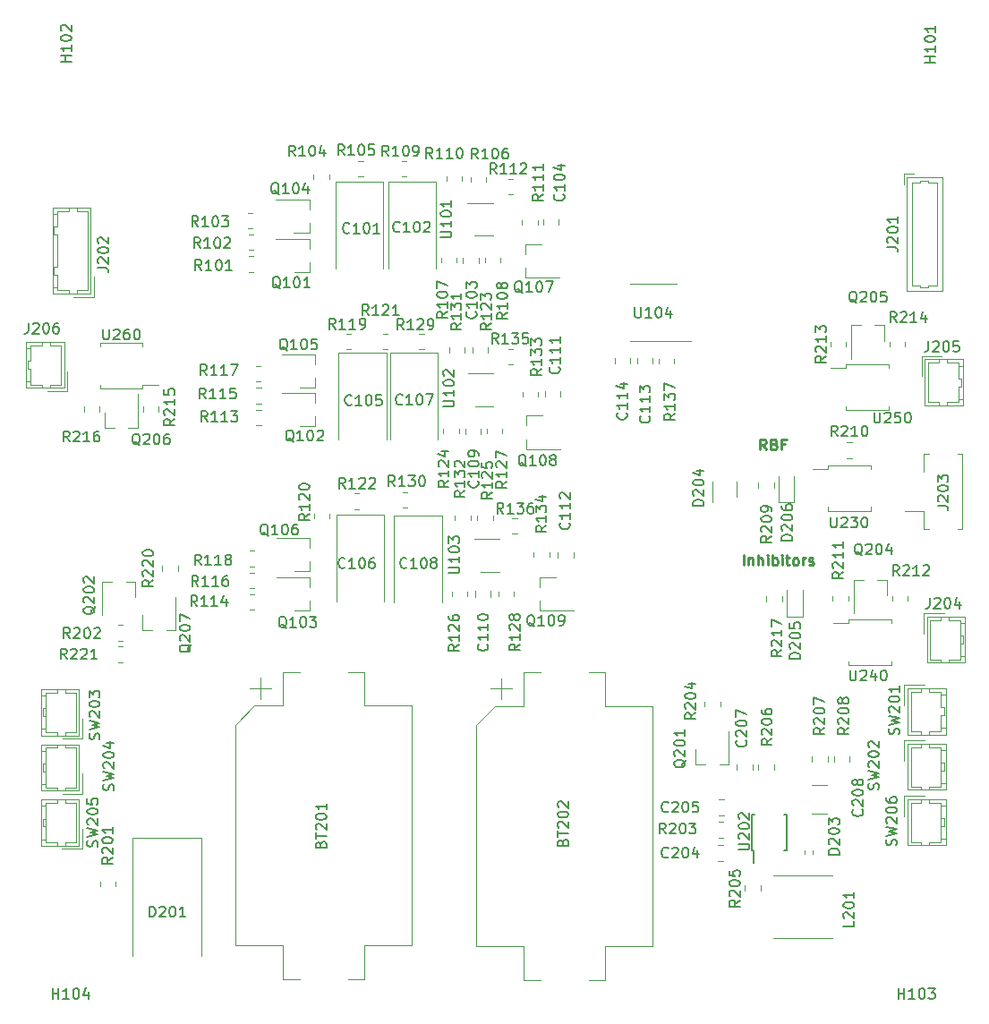
<source format=gbr>
%TF.GenerationSoftware,KiCad,Pcbnew,(5.1.10)-1*%
%TF.CreationDate,2021-11-07T17:42:01-06:00*%
%TF.ProjectId,RADSAT-SK Timer,52414453-4154-42d5-934b-2054696d6572,rev?*%
%TF.SameCoordinates,PX7735940PY2faf080*%
%TF.FileFunction,Legend,Top*%
%TF.FilePolarity,Positive*%
%FSLAX46Y46*%
G04 Gerber Fmt 4.6, Leading zero omitted, Abs format (unit mm)*
G04 Created by KiCad (PCBNEW (5.1.10)-1) date 2021-11-07 17:42:01*
%MOMM*%
%LPD*%
G01*
G04 APERTURE LIST*
%ADD10C,0.250000*%
%ADD11C,0.120000*%
%ADD12C,0.150000*%
G04 APERTURE END LIST*
D10*
X-19320000Y-43416380D02*
X-19653334Y-42940190D01*
X-19891429Y-43416380D02*
X-19891429Y-42416380D01*
X-19510477Y-42416380D01*
X-19415239Y-42464000D01*
X-19367620Y-42511619D01*
X-19320000Y-42606857D01*
X-19320000Y-42749714D01*
X-19367620Y-42844952D01*
X-19415239Y-42892571D01*
X-19510477Y-42940190D01*
X-19891429Y-42940190D01*
X-18558096Y-42892571D02*
X-18415239Y-42940190D01*
X-18367620Y-42987809D01*
X-18320000Y-43083047D01*
X-18320000Y-43225904D01*
X-18367620Y-43321142D01*
X-18415239Y-43368761D01*
X-18510477Y-43416380D01*
X-18891429Y-43416380D01*
X-18891429Y-42416380D01*
X-18558096Y-42416380D01*
X-18462858Y-42464000D01*
X-18415239Y-42511619D01*
X-18367620Y-42606857D01*
X-18367620Y-42702095D01*
X-18415239Y-42797333D01*
X-18462858Y-42844952D01*
X-18558096Y-42892571D01*
X-18891429Y-42892571D01*
X-17558096Y-42892571D02*
X-17891429Y-42892571D01*
X-17891429Y-43416380D02*
X-17891429Y-42416380D01*
X-17415239Y-42416380D01*
X-21478667Y-54338380D02*
X-21478667Y-53338380D01*
X-21002477Y-53671714D02*
X-21002477Y-54338380D01*
X-21002477Y-53766952D02*
X-20954858Y-53719333D01*
X-20859620Y-53671714D01*
X-20716762Y-53671714D01*
X-20621524Y-53719333D01*
X-20573905Y-53814571D01*
X-20573905Y-54338380D01*
X-20097715Y-54338380D02*
X-20097715Y-53338380D01*
X-19669143Y-54338380D02*
X-19669143Y-53814571D01*
X-19716762Y-53719333D01*
X-19812000Y-53671714D01*
X-19954858Y-53671714D01*
X-20050096Y-53719333D01*
X-20097715Y-53766952D01*
X-19192953Y-54338380D02*
X-19192953Y-53671714D01*
X-19192953Y-53338380D02*
X-19240572Y-53386000D01*
X-19192953Y-53433619D01*
X-19145334Y-53386000D01*
X-19192953Y-53338380D01*
X-19192953Y-53433619D01*
X-18716762Y-54338380D02*
X-18716762Y-53338380D01*
X-18716762Y-53719333D02*
X-18621524Y-53671714D01*
X-18431048Y-53671714D01*
X-18335810Y-53719333D01*
X-18288191Y-53766952D01*
X-18240572Y-53862190D01*
X-18240572Y-54147904D01*
X-18288191Y-54243142D01*
X-18335810Y-54290761D01*
X-18431048Y-54338380D01*
X-18621524Y-54338380D01*
X-18716762Y-54290761D01*
X-17812000Y-54338380D02*
X-17812000Y-53671714D01*
X-17812000Y-53338380D02*
X-17859620Y-53386000D01*
X-17812000Y-53433619D01*
X-17764381Y-53386000D01*
X-17812000Y-53338380D01*
X-17812000Y-53433619D01*
X-17478667Y-53671714D02*
X-17097715Y-53671714D01*
X-17335810Y-53338380D02*
X-17335810Y-54195523D01*
X-17288191Y-54290761D01*
X-17192953Y-54338380D01*
X-17097715Y-54338380D01*
X-16621524Y-54338380D02*
X-16716762Y-54290761D01*
X-16764381Y-54243142D01*
X-16812000Y-54147904D01*
X-16812000Y-53862190D01*
X-16764381Y-53766952D01*
X-16716762Y-53719333D01*
X-16621524Y-53671714D01*
X-16478667Y-53671714D01*
X-16383429Y-53719333D01*
X-16335810Y-53766952D01*
X-16288191Y-53862190D01*
X-16288191Y-54147904D01*
X-16335810Y-54243142D01*
X-16383429Y-54290761D01*
X-16478667Y-54338380D01*
X-16621524Y-54338380D01*
X-15859620Y-54338380D02*
X-15859620Y-53671714D01*
X-15859620Y-53862190D02*
X-15812000Y-53766952D01*
X-15764381Y-53719333D01*
X-15669143Y-53671714D01*
X-15573905Y-53671714D01*
X-15288191Y-54290761D02*
X-15192953Y-54338380D01*
X-15002477Y-54338380D01*
X-14907239Y-54290761D01*
X-14859620Y-54195523D01*
X-14859620Y-54147904D01*
X-14907239Y-54052666D01*
X-15002477Y-54005047D01*
X-15145334Y-54005047D01*
X-15240572Y-53957428D01*
X-15288191Y-53862190D01*
X-15288191Y-53814571D01*
X-15240572Y-53719333D01*
X-15145334Y-53671714D01*
X-15002477Y-53671714D01*
X-14907239Y-53719333D01*
D11*
%TO.C,L201*%
X-13058000Y-89652000D02*
X-18658000Y-89652000D01*
X-18658000Y-83652000D02*
X-13058000Y-83652000D01*
%TO.C,D205*%
X-15889000Y-59180000D02*
X-15889000Y-56720000D01*
X-17359000Y-59180000D02*
X-15889000Y-59180000D01*
X-17359000Y-56720000D02*
X-17359000Y-59180000D01*
%TO.C,R217*%
X-19309000Y-57292936D02*
X-19309000Y-57747064D01*
X-17839000Y-57292936D02*
X-17839000Y-57747064D01*
%TO.C,R214*%
X-7642120Y-33655224D02*
X-7642120Y-33201096D01*
X-6172120Y-33655224D02*
X-6172120Y-33201096D01*
%TO.C,D204*%
X-22084999Y-47842999D02*
X-22084999Y-46442999D01*
X-24404999Y-46442999D02*
X-24404999Y-48342999D01*
%TO.C,C102*%
X-50537060Y-26265824D02*
X-50537060Y-18030824D01*
X-50537060Y-18030824D02*
X-55057060Y-18030824D01*
X-55057060Y-18030824D02*
X-55057060Y-26265824D01*
%TO.C,C101*%
X-55554000Y-26300000D02*
X-55554000Y-18065000D01*
X-55554000Y-18065000D02*
X-60074000Y-18065000D01*
X-60074000Y-18065000D02*
X-60074000Y-26300000D01*
%TO.C,R103*%
X-67901536Y-20999800D02*
X-68355664Y-20999800D01*
X-67901536Y-22469800D02*
X-68355664Y-22469800D01*
%TO.C,C104*%
X-40399000Y-21638748D02*
X-40399000Y-22161252D01*
X-38929000Y-21638748D02*
X-38929000Y-22161252D01*
%TO.C,R105*%
X-57891064Y-17585000D02*
X-57436936Y-17585000D01*
X-57891064Y-16115000D02*
X-57436936Y-16115000D01*
%TO.C,R102*%
X-67834096Y-23073424D02*
X-68288224Y-23073424D01*
X-67834096Y-24543424D02*
X-68288224Y-24543424D01*
%TO.C,R101*%
X-68254064Y-26584600D02*
X-67799936Y-26584600D01*
X-68254064Y-25114600D02*
X-67799936Y-25114600D01*
%TO.C,R104*%
X-60679000Y-17827064D02*
X-60679000Y-17372936D01*
X-62149000Y-17827064D02*
X-62149000Y-17372936D01*
%TO.C,C103*%
X-47999000Y-25238748D02*
X-47999000Y-25761252D01*
X-46529000Y-25238748D02*
X-46529000Y-25761252D01*
%TO.C,R109*%
X-53336936Y-16115000D02*
X-53791064Y-16115000D01*
X-53336936Y-17585000D02*
X-53791064Y-17585000D01*
%TO.C,R108*%
X-44479000Y-25727064D02*
X-44479000Y-25272936D01*
X-45949000Y-25727064D02*
X-45949000Y-25272936D01*
%TO.C,R112*%
X-43286936Y-17815000D02*
X-43741064Y-17815000D01*
X-43286936Y-19285000D02*
X-43741064Y-19285000D01*
%TO.C,R107*%
X-50049000Y-25260436D02*
X-50049000Y-25714564D01*
X-48579000Y-25260436D02*
X-48579000Y-25714564D01*
%TO.C,R106*%
X-47299000Y-17622936D02*
X-47299000Y-18077064D01*
X-45829000Y-17622936D02*
X-45829000Y-18077064D01*
%TO.C,R111*%
X-42399000Y-21672936D02*
X-42399000Y-22127064D01*
X-40929000Y-21672936D02*
X-40929000Y-22127064D01*
%TO.C,R110*%
X-48079000Y-18027064D02*
X-48079000Y-17572936D01*
X-49549000Y-18027064D02*
X-49549000Y-17572936D01*
%TO.C,Q107*%
X-42074000Y-23970000D02*
X-42074000Y-24900000D01*
X-42074000Y-27130000D02*
X-42074000Y-26200000D01*
X-42074000Y-27130000D02*
X-38914000Y-27130000D01*
X-42074000Y-23970000D02*
X-40614000Y-23970000D01*
%TO.C,Q104*%
X-62535060Y-22897824D02*
X-62535060Y-21967824D01*
X-62535060Y-19737824D02*
X-62535060Y-20667824D01*
X-62535060Y-19737824D02*
X-65695060Y-19737824D01*
X-62535060Y-22897824D02*
X-63995060Y-22897824D01*
%TO.C,U101*%
X-46944000Y-23160000D02*
X-45184000Y-23160000D01*
X-45184000Y-20090000D02*
X-47614000Y-20090000D01*
%TO.C,Q101*%
X-62517200Y-26642200D02*
X-62517200Y-25712200D01*
X-62517200Y-23482200D02*
X-62517200Y-24412200D01*
X-62517200Y-23482200D02*
X-65677200Y-23482200D01*
X-62517200Y-26642200D02*
X-63977200Y-26642200D01*
%TO.C,R221*%
X-80172436Y-62041000D02*
X-80626564Y-62041000D01*
X-80172436Y-63511000D02*
X-80626564Y-63511000D01*
%TO.C,R220*%
X-74989000Y-54875064D02*
X-74989000Y-54420936D01*
X-76459000Y-54875064D02*
X-76459000Y-54420936D01*
%TO.C,Q207*%
X-78320000Y-60488000D02*
X-78320000Y-59028000D01*
X-75160000Y-60488000D02*
X-75160000Y-57328000D01*
X-75160000Y-60488000D02*
X-76090000Y-60488000D01*
X-78320000Y-60488000D02*
X-77390000Y-60488000D01*
%TO.C,C107*%
X-50362940Y-42447400D02*
X-50362940Y-34212400D01*
X-50362940Y-34212400D02*
X-54882940Y-34212400D01*
X-54882940Y-34212400D02*
X-54882940Y-42447400D01*
%TO.C,R137*%
X-29487000Y-35275064D02*
X-29487000Y-34820936D01*
X-28017000Y-35275064D02*
X-28017000Y-34820936D01*
%TO.C,C114*%
X-32167000Y-34766748D02*
X-32167000Y-35289252D01*
X-33637000Y-34766748D02*
X-33637000Y-35289252D01*
%TO.C,C113*%
X-30057000Y-34776748D02*
X-30057000Y-35299252D01*
X-31527000Y-34776748D02*
X-31527000Y-35299252D01*
%TO.C,BT201*%
X-67169800Y-66981200D02*
X-67169800Y-64981200D01*
X-66169800Y-65981200D02*
X-68169800Y-65981200D01*
X-52819800Y-90331200D02*
X-57319800Y-90331200D01*
X-52819800Y-67631200D02*
X-57319800Y-67631200D01*
X-52819800Y-67631200D02*
X-52819800Y-90331200D01*
X-57319800Y-93531200D02*
X-58869800Y-93531200D01*
X-57319800Y-90331200D02*
X-57319800Y-93531200D01*
X-57319800Y-64431200D02*
X-58869800Y-64431200D01*
X-57319800Y-67631200D02*
X-57319800Y-64431200D01*
X-65019800Y-64431200D02*
X-63469800Y-64431200D01*
X-65019800Y-67631200D02*
X-65019800Y-64431200D01*
X-69519800Y-69431200D02*
X-67719800Y-67631200D01*
X-67719800Y-67631200D02*
X-65019800Y-67631200D01*
X-69519800Y-90331200D02*
X-69519800Y-69431200D01*
X-69519800Y-90331200D02*
X-65019800Y-90331200D01*
X-65019800Y-93531200D02*
X-63469800Y-93531200D01*
X-65019800Y-90331200D02*
X-65019800Y-93531200D01*
%TO.C,BT202*%
X-44386000Y-67029820D02*
X-44386000Y-65029820D01*
X-43386000Y-66029820D02*
X-45386000Y-66029820D01*
X-30036000Y-90379820D02*
X-34536000Y-90379820D01*
X-30036000Y-67679820D02*
X-34536000Y-67679820D01*
X-30036000Y-67679820D02*
X-30036000Y-90379820D01*
X-34536000Y-93579820D02*
X-36086000Y-93579820D01*
X-34536000Y-90379820D02*
X-34536000Y-93579820D01*
X-34536000Y-64479820D02*
X-36086000Y-64479820D01*
X-34536000Y-67679820D02*
X-34536000Y-64479820D01*
X-42236000Y-64479820D02*
X-40686000Y-64479820D01*
X-42236000Y-67679820D02*
X-42236000Y-64479820D01*
X-46736000Y-69479820D02*
X-44936000Y-67679820D01*
X-44936000Y-67679820D02*
X-42236000Y-67679820D01*
X-46736000Y-90379820D02*
X-46736000Y-69479820D01*
X-46736000Y-90379820D02*
X-42236000Y-90379820D01*
X-42236000Y-93579820D02*
X-40686000Y-93579820D01*
X-42236000Y-90379820D02*
X-42236000Y-93579820D01*
%TO.C,J203*%
X-4392000Y-49260000D02*
X-6192000Y-49260000D01*
X-792000Y-43850000D02*
X-1232000Y-43850000D01*
X-792000Y-50950000D02*
X-792000Y-43850000D01*
X-1232000Y-50950000D02*
X-792000Y-50950000D01*
X-4392000Y-43850000D02*
X-3952000Y-43850000D01*
X-4392000Y-45540000D02*
X-4392000Y-43850000D01*
X-4392000Y-50950000D02*
X-3952000Y-50950000D01*
X-4392000Y-49260000D02*
X-4392000Y-50950000D01*
%TO.C,R209*%
X-20071000Y-46546936D02*
X-20071000Y-47001064D01*
X-18601000Y-46546936D02*
X-18601000Y-47001064D01*
%TO.C,D206*%
X-16663000Y-48396000D02*
X-16663000Y-45936000D01*
X-18133000Y-48396000D02*
X-16663000Y-48396000D01*
X-18133000Y-45936000D02*
X-18133000Y-48396000D01*
%TO.C,D201*%
X-72728000Y-80106000D02*
X-72728000Y-91306000D01*
X-79228000Y-80106000D02*
X-79228000Y-91306000D01*
X-79228000Y-80106000D02*
X-72728000Y-80106000D01*
%TO.C,C108*%
X-50004800Y-57865600D02*
X-50004800Y-49630600D01*
X-50004800Y-49630600D02*
X-54524800Y-49630600D01*
X-54524800Y-49630600D02*
X-54524800Y-57865600D01*
%TO.C,C106*%
X-55465800Y-57814800D02*
X-55465800Y-49579800D01*
X-55465800Y-49579800D02*
X-59985800Y-49579800D01*
X-59985800Y-49579800D02*
X-59985800Y-57814800D01*
%TO.C,C105*%
X-55239740Y-42447800D02*
X-55239740Y-34212800D01*
X-55239740Y-34212800D02*
X-59759740Y-34212800D01*
X-59759740Y-34212800D02*
X-59759740Y-42447800D01*
%TO.C,U260*%
X-80325100Y-33317480D02*
X-82335100Y-33317480D01*
X-82335100Y-33317480D02*
X-82335100Y-33672480D01*
X-80325100Y-33317480D02*
X-78315100Y-33317480D01*
X-78315100Y-33317480D02*
X-78315100Y-33672480D01*
X-80325100Y-37637480D02*
X-82335100Y-37637480D01*
X-82335100Y-37637480D02*
X-82335100Y-37282480D01*
X-80325100Y-37637480D02*
X-78315100Y-37637480D01*
X-78315100Y-37637480D02*
X-78315100Y-37282480D01*
X-78315100Y-37282480D02*
X-76850100Y-37282480D01*
%TO.C,U250*%
X-9736680Y-39647080D02*
X-7726680Y-39647080D01*
X-7726680Y-39647080D02*
X-7726680Y-39292080D01*
X-9736680Y-39647080D02*
X-11746680Y-39647080D01*
X-11746680Y-39647080D02*
X-11746680Y-39292080D01*
X-9736680Y-35327080D02*
X-7726680Y-35327080D01*
X-7726680Y-35327080D02*
X-7726680Y-35682080D01*
X-9736680Y-35327080D02*
X-11746680Y-35327080D01*
X-11746680Y-35327080D02*
X-11746680Y-35682080D01*
X-11746680Y-35682080D02*
X-13211680Y-35682080D01*
%TO.C,U240*%
X-9496380Y-63812380D02*
X-7486380Y-63812380D01*
X-7486380Y-63812380D02*
X-7486380Y-63457380D01*
X-9496380Y-63812380D02*
X-11506380Y-63812380D01*
X-11506380Y-63812380D02*
X-11506380Y-63457380D01*
X-9496380Y-59492380D02*
X-7486380Y-59492380D01*
X-7486380Y-59492380D02*
X-7486380Y-59847380D01*
X-9496380Y-59492380D02*
X-11506380Y-59492380D01*
X-11506380Y-59492380D02*
X-11506380Y-59847380D01*
X-11506380Y-59847380D02*
X-12971380Y-59847380D01*
%TO.C,R216*%
X-82379020Y-39342356D02*
X-82379020Y-39796484D01*
X-83849020Y-39342356D02*
X-83849020Y-39796484D01*
%TO.C,R215*%
X-78245780Y-39809184D02*
X-78245780Y-39355056D01*
X-76775780Y-39809184D02*
X-76775780Y-39355056D01*
%TO.C,R213*%
X-11752500Y-33211256D02*
X-11752500Y-33665384D01*
X-13222500Y-33211256D02*
X-13222500Y-33665384D01*
%TO.C,R212*%
X-7409440Y-57711304D02*
X-7409440Y-57257176D01*
X-5939440Y-57711304D02*
X-5939440Y-57257176D01*
%TO.C,R211*%
X-11555380Y-57236856D02*
X-11555380Y-57690984D01*
X-13025380Y-57236856D02*
X-13025380Y-57690984D01*
%TO.C,Q206*%
X-81902560Y-41337800D02*
X-80972560Y-41337800D01*
X-78742560Y-41337800D02*
X-79672560Y-41337800D01*
X-78742560Y-41337800D02*
X-78742560Y-38177800D01*
X-81902560Y-41337800D02*
X-81902560Y-39877800D01*
%TO.C,Q205*%
X-8123660Y-31657240D02*
X-9053660Y-31657240D01*
X-11283660Y-31657240D02*
X-10353660Y-31657240D01*
X-11283660Y-31657240D02*
X-11283660Y-34817240D01*
X-8123660Y-31657240D02*
X-8123660Y-33117240D01*
%TO.C,Q204*%
X-7898600Y-55705700D02*
X-8828600Y-55705700D01*
X-11058600Y-55705700D02*
X-10128600Y-55705700D01*
X-11058600Y-55705700D02*
X-11058600Y-58865700D01*
X-7898600Y-55705700D02*
X-7898600Y-57165700D01*
%TO.C,U230*%
X-13472000Y-45223000D02*
X-14937000Y-45223000D01*
X-13472000Y-44868000D02*
X-13472000Y-45223000D01*
X-11462000Y-44868000D02*
X-13472000Y-44868000D01*
X-9452000Y-44868000D02*
X-9452000Y-45223000D01*
X-11462000Y-44868000D02*
X-9452000Y-44868000D01*
X-13472000Y-49188000D02*
X-13472000Y-48833000D01*
X-11462000Y-49188000D02*
X-13472000Y-49188000D01*
X-9452000Y-49188000D02*
X-9452000Y-48833000D01*
X-11462000Y-49188000D02*
X-9452000Y-49188000D01*
%TO.C,R210*%
X-11234936Y-42737000D02*
X-11689064Y-42737000D01*
X-11234936Y-44207000D02*
X-11689064Y-44207000D01*
%TO.C,U103*%
X-46294000Y-54960000D02*
X-44534000Y-54960000D01*
X-44534000Y-51890000D02*
X-46964000Y-51890000D01*
%TO.C,U102*%
X-46871000Y-39291000D02*
X-45111000Y-39291000D01*
X-45111000Y-36221000D02*
X-47541000Y-36221000D01*
%TO.C,Q202*%
X-78970000Y-55920000D02*
X-79900000Y-55920000D01*
X-82130000Y-55920000D02*
X-81200000Y-55920000D01*
X-82130000Y-55920000D02*
X-82130000Y-59080000D01*
X-78970000Y-55920000D02*
X-78970000Y-57380000D01*
%TO.C,Q201*%
X-25996000Y-73212000D02*
X-25066000Y-73212000D01*
X-22836000Y-73212000D02*
X-23766000Y-73212000D01*
X-22836000Y-73212000D02*
X-22836000Y-70052000D01*
X-25996000Y-73212000D02*
X-25996000Y-71752000D01*
%TO.C,Q109*%
X-40705800Y-55455000D02*
X-40705800Y-56385000D01*
X-40705800Y-58615000D02*
X-40705800Y-57685000D01*
X-40705800Y-58615000D02*
X-37545800Y-58615000D01*
X-40705800Y-55455000D02*
X-39245800Y-55455000D01*
%TO.C,Q108*%
X-41975800Y-40189600D02*
X-41975800Y-41119600D01*
X-41975800Y-43349600D02*
X-41975800Y-42419600D01*
X-41975800Y-43349600D02*
X-38815800Y-43349600D01*
X-41975800Y-40189600D02*
X-40515800Y-40189600D01*
%TO.C,Q106*%
X-62503000Y-54932000D02*
X-62503000Y-54002000D01*
X-62503000Y-51772000D02*
X-62503000Y-52702000D01*
X-62503000Y-51772000D02*
X-65663000Y-51772000D01*
X-62503000Y-54932000D02*
X-63963000Y-54932000D01*
%TO.C,Q105*%
X-61965340Y-37581800D02*
X-61965340Y-36651800D01*
X-61965340Y-34421800D02*
X-61965340Y-35351800D01*
X-61965340Y-34421800D02*
X-65125340Y-34421800D01*
X-61965340Y-37581800D02*
X-63425340Y-37581800D01*
%TO.C,Q103*%
X-62503000Y-58665800D02*
X-62503000Y-57735800D01*
X-62503000Y-55505800D02*
X-62503000Y-56435800D01*
X-62503000Y-55505800D02*
X-65663000Y-55505800D01*
X-62503000Y-58665800D02*
X-63963000Y-58665800D01*
%TO.C,Q102*%
X-61972140Y-41190600D02*
X-61972140Y-40260600D01*
X-61972140Y-38030600D02*
X-61972140Y-38960600D01*
X-61972140Y-38030600D02*
X-65132140Y-38030600D01*
X-61972140Y-41190600D02*
X-63432140Y-41190600D01*
%TO.C,D203*%
X-14887000Y-81656000D02*
X-14887000Y-81356000D01*
X-15657000Y-81656000D02*
X-15657000Y-81356000D01*
%TO.C,C208*%
X-14967252Y-77852000D02*
X-13544748Y-77852000D01*
X-14967252Y-75132000D02*
X-13544748Y-75132000D01*
%TO.C,R204*%
X-23681000Y-67224436D02*
X-23681000Y-67678564D01*
X-25151000Y-67224436D02*
X-25151000Y-67678564D01*
%TO.C,C204*%
X-23392748Y-82307000D02*
X-23915252Y-82307000D01*
X-23392748Y-80837000D02*
X-23915252Y-80837000D01*
%TO.C,C205*%
X-23326748Y-77989000D02*
X-23849252Y-77989000D01*
X-23326748Y-76519000D02*
X-23849252Y-76519000D01*
%TO.C,R114*%
X-68212564Y-58582800D02*
X-67758436Y-58582800D01*
X-68212564Y-57112800D02*
X-67758436Y-57112800D01*
%TO.C,C111*%
X-40274400Y-37876148D02*
X-40274400Y-38398652D01*
X-38804400Y-37876148D02*
X-38804400Y-38398652D01*
%TO.C,C109*%
X-47762740Y-41407348D02*
X-47762740Y-41929852D01*
X-46292740Y-41407348D02*
X-46292740Y-41929852D01*
%TO.C,C112*%
X-39020400Y-53116148D02*
X-39020400Y-53638652D01*
X-37550400Y-53116148D02*
X-37550400Y-53638652D01*
%TO.C,C110*%
X-46878400Y-56799148D02*
X-46878400Y-57321652D01*
X-45408400Y-56799148D02*
X-45408400Y-57321652D01*
%TO.C,C207*%
X-20633000Y-73182748D02*
X-20633000Y-73705252D01*
X-22103000Y-73182748D02*
X-22103000Y-73705252D01*
%TO.C,R113*%
X-67554064Y-41107600D02*
X-67099936Y-41107600D01*
X-67554064Y-39637600D02*
X-67099936Y-39637600D01*
%TO.C,R116*%
X-67760336Y-55055400D02*
X-68214464Y-55055400D01*
X-67760336Y-56525400D02*
X-68214464Y-56525400D01*
%TO.C,R115*%
X-67112036Y-37581340D02*
X-67566164Y-37581340D01*
X-67112036Y-39051340D02*
X-67566164Y-39051340D01*
%TO.C,R117*%
X-67125336Y-35497400D02*
X-67579464Y-35497400D01*
X-67125336Y-36967400D02*
X-67579464Y-36967400D01*
%TO.C,R119*%
X-59047604Y-33894000D02*
X-58593476Y-33894000D01*
X-59047604Y-32424000D02*
X-58593476Y-32424000D01*
%TO.C,R120*%
X-60623000Y-49896064D02*
X-60623000Y-49441936D01*
X-62093000Y-49896064D02*
X-62093000Y-49441936D01*
%TO.C,R121*%
X-55595104Y-33894000D02*
X-55140976Y-33894000D01*
X-55595104Y-32424000D02*
X-55140976Y-32424000D01*
%TO.C,R122*%
X-58257664Y-49032400D02*
X-57803536Y-49032400D01*
X-58257664Y-47562400D02*
X-57803536Y-47562400D01*
%TO.C,R118*%
X-67758436Y-52972600D02*
X-68212564Y-52972600D01*
X-67758436Y-54442600D02*
X-68212564Y-54442600D01*
%TO.C,R123*%
X-47081600Y-33770136D02*
X-47081600Y-34224264D01*
X-45611600Y-33770136D02*
X-45611600Y-34224264D01*
%TO.C,R124*%
X-49862740Y-41441536D02*
X-49862740Y-41895664D01*
X-48392740Y-41441536D02*
X-48392740Y-41895664D01*
%TO.C,R125*%
X-46649800Y-49622936D02*
X-46649800Y-50077064D01*
X-45179800Y-49622936D02*
X-45179800Y-50077064D01*
%TO.C,R126*%
X-49037400Y-56835236D02*
X-49037400Y-57289364D01*
X-47567400Y-56835236D02*
X-47567400Y-57289364D01*
%TO.C,R127*%
X-44290800Y-41895064D02*
X-44290800Y-41440936D01*
X-45760800Y-41895064D02*
X-45760800Y-41440936D01*
%TO.C,R128*%
X-43198600Y-57287464D02*
X-43198600Y-56833336D01*
X-44668600Y-57287464D02*
X-44668600Y-56833336D01*
%TO.C,R129*%
X-51684676Y-32436000D02*
X-52138804Y-32436000D01*
X-51684676Y-33906000D02*
X-52138804Y-33906000D01*
%TO.C,R130*%
X-53282336Y-47460800D02*
X-53736464Y-47460800D01*
X-53282336Y-48930800D02*
X-53736464Y-48930800D01*
%TO.C,R131*%
X-47846800Y-34224264D02*
X-47846800Y-33770136D01*
X-49316800Y-34224264D02*
X-49316800Y-33770136D01*
%TO.C,R208*%
X-11407000Y-72454936D02*
X-11407000Y-72909064D01*
X-12877000Y-72454936D02*
X-12877000Y-72909064D01*
%TO.C,R203*%
X-23851064Y-78643000D02*
X-23396936Y-78643000D01*
X-23851064Y-80113000D02*
X-23396936Y-80113000D01*
%TO.C,R134*%
X-41306400Y-53099536D02*
X-41306400Y-53553664D01*
X-39836400Y-53099536D02*
X-39836400Y-53553664D01*
%TO.C,R132*%
X-47288000Y-50099264D02*
X-47288000Y-49645136D01*
X-48758000Y-50099264D02*
X-48758000Y-49645136D01*
%TO.C,R205*%
X-19871000Y-84646936D02*
X-19871000Y-85101064D01*
X-21341000Y-84646936D02*
X-21341000Y-85101064D01*
%TO.C,R136*%
X-42886936Y-49865000D02*
X-43341064Y-49865000D01*
X-42886936Y-51335000D02*
X-43341064Y-51335000D01*
%TO.C,R135*%
X-43274736Y-33871800D02*
X-43728864Y-33871800D01*
X-43274736Y-35341800D02*
X-43728864Y-35341800D01*
D12*
%TO.C,U202*%
X-20701000Y-81277000D02*
X-20476000Y-81277000D01*
X-20701000Y-77927000D02*
X-20401000Y-77927000D01*
X-17351000Y-77927000D02*
X-17651000Y-77927000D01*
X-17351000Y-81277000D02*
X-17651000Y-81277000D01*
X-20701000Y-81277000D02*
X-20701000Y-77927000D01*
X-17351000Y-81277000D02*
X-17351000Y-77927000D01*
X-20476000Y-81277000D02*
X-20476000Y-82502000D01*
D11*
%TO.C,R206*%
X-20071000Y-73671064D02*
X-20071000Y-73216936D01*
X-18601000Y-73671064D02*
X-18601000Y-73216936D01*
%TO.C,R133*%
X-42357200Y-37935736D02*
X-42357200Y-38389864D01*
X-40887200Y-37935736D02*
X-40887200Y-38389864D01*
%TO.C,R207*%
X-14991000Y-72909064D02*
X-14991000Y-72454936D01*
X-13521000Y-72909064D02*
X-13521000Y-72454936D01*
%TO.C,U104*%
X-30001586Y-27707096D02*
X-32201586Y-27707096D01*
X-30001586Y-27707096D02*
X-27801586Y-27707096D01*
X-30001586Y-33177096D02*
X-32201586Y-33177096D01*
X-30001586Y-33177096D02*
X-26401586Y-33177096D01*
%TO.C,J204*%
X-958220Y-61777020D02*
X-958220Y-62977020D01*
X-658220Y-61777020D02*
X-958220Y-61777020D01*
X-658220Y-61027020D02*
X-658220Y-61777020D01*
X-958220Y-61027020D02*
X-658220Y-61027020D01*
X-958220Y-61777020D02*
X-958220Y-61027020D01*
X-658220Y-61777020D02*
X-958220Y-61777020D01*
X-658220Y-61027020D02*
X-658220Y-61777020D01*
X-958220Y-61027020D02*
X-658220Y-61027020D01*
X-958220Y-59827020D02*
X-958220Y-61027020D01*
X-958220Y-62977020D02*
X-508220Y-62977020D01*
X-958220Y-63277020D02*
X-958220Y-62977020D01*
X-2058220Y-63277020D02*
X-958220Y-63277020D01*
X-2058220Y-63577020D02*
X-2058220Y-63277020D01*
X-958220Y-59827020D02*
X-508220Y-59827020D01*
X-958220Y-59527020D02*
X-958220Y-59827020D01*
X-2058220Y-59527020D02*
X-958220Y-59527020D01*
X-2058220Y-59227020D02*
X-2058220Y-59527020D01*
X-2808220Y-63277020D02*
X-2808220Y-63577020D01*
X-3808220Y-63277020D02*
X-2808220Y-63277020D01*
X-3808220Y-59527020D02*
X-3808220Y-63277020D01*
X-2808220Y-59527020D02*
X-3808220Y-59527020D01*
X-2808220Y-59227020D02*
X-2808220Y-59527020D01*
X-4418220Y-58917020D02*
X-4418220Y-60827020D01*
X-2508220Y-58917020D02*
X-4418220Y-58917020D01*
X-508220Y-63577020D02*
X-508220Y-59227020D01*
X-4108220Y-63577020D02*
X-508220Y-63577020D01*
X-4108220Y-59227020D02*
X-4108220Y-63577020D01*
X-508220Y-59227020D02*
X-4108220Y-59227020D01*
%TO.C,SW202*%
X-2339560Y-71251380D02*
X-5939560Y-71251380D01*
X-5939560Y-71251380D02*
X-5939560Y-75601380D01*
X-5939560Y-75601380D02*
X-2339560Y-75601380D01*
X-2339560Y-75601380D02*
X-2339560Y-71251380D01*
X-4339560Y-70941380D02*
X-6249560Y-70941380D01*
X-6249560Y-70941380D02*
X-6249560Y-72851380D01*
X-4639560Y-71251380D02*
X-4639560Y-71551380D01*
X-4639560Y-71551380D02*
X-5639560Y-71551380D01*
X-5639560Y-71551380D02*
X-5639560Y-75301380D01*
X-5639560Y-75301380D02*
X-4639560Y-75301380D01*
X-4639560Y-75301380D02*
X-4639560Y-75601380D01*
X-3889560Y-71251380D02*
X-3889560Y-71551380D01*
X-3889560Y-71551380D02*
X-2789560Y-71551380D01*
X-2789560Y-71551380D02*
X-2789560Y-71851380D01*
X-2789560Y-71851380D02*
X-2339560Y-71851380D01*
X-3889560Y-75601380D02*
X-3889560Y-75301380D01*
X-3889560Y-75301380D02*
X-2789560Y-75301380D01*
X-2789560Y-75301380D02*
X-2789560Y-75001380D01*
X-2789560Y-75001380D02*
X-2339560Y-75001380D01*
X-2789560Y-71851380D02*
X-2789560Y-73051380D01*
X-2789560Y-73051380D02*
X-2489560Y-73051380D01*
X-2489560Y-73051380D02*
X-2489560Y-73801380D01*
X-2489560Y-73801380D02*
X-2789560Y-73801380D01*
X-2789560Y-73801380D02*
X-2789560Y-73051380D01*
X-2789560Y-73051380D02*
X-2489560Y-73051380D01*
X-2489560Y-73051380D02*
X-2489560Y-73801380D01*
X-2489560Y-73801380D02*
X-2789560Y-73801380D01*
X-2789560Y-73801380D02*
X-2789560Y-75001380D01*
%TO.C,SW203*%
X-87457140Y-67892320D02*
X-87457140Y-66692320D01*
X-87757140Y-67892320D02*
X-87457140Y-67892320D01*
X-87757140Y-68642320D02*
X-87757140Y-67892320D01*
X-87457140Y-68642320D02*
X-87757140Y-68642320D01*
X-87457140Y-67892320D02*
X-87457140Y-68642320D01*
X-87757140Y-67892320D02*
X-87457140Y-67892320D01*
X-87757140Y-68642320D02*
X-87757140Y-67892320D01*
X-87457140Y-68642320D02*
X-87757140Y-68642320D01*
X-87457140Y-69842320D02*
X-87457140Y-68642320D01*
X-87457140Y-66692320D02*
X-87907140Y-66692320D01*
X-87457140Y-66392320D02*
X-87457140Y-66692320D01*
X-86357140Y-66392320D02*
X-87457140Y-66392320D01*
X-86357140Y-66092320D02*
X-86357140Y-66392320D01*
X-87457140Y-69842320D02*
X-87907140Y-69842320D01*
X-87457140Y-70142320D02*
X-87457140Y-69842320D01*
X-86357140Y-70142320D02*
X-87457140Y-70142320D01*
X-86357140Y-70442320D02*
X-86357140Y-70142320D01*
X-85607140Y-66392320D02*
X-85607140Y-66092320D01*
X-84607140Y-66392320D02*
X-85607140Y-66392320D01*
X-84607140Y-70142320D02*
X-84607140Y-66392320D01*
X-85607140Y-70142320D02*
X-84607140Y-70142320D01*
X-85607140Y-70442320D02*
X-85607140Y-70142320D01*
X-83997140Y-70752320D02*
X-83997140Y-68842320D01*
X-85907140Y-70752320D02*
X-83997140Y-70752320D01*
X-87907140Y-66092320D02*
X-87907140Y-70442320D01*
X-84307140Y-66092320D02*
X-87907140Y-66092320D01*
X-84307140Y-70442320D02*
X-84307140Y-66092320D01*
X-87907140Y-70442320D02*
X-84307140Y-70442320D01*
%TO.C,SW204*%
X-87454600Y-73114560D02*
X-87454600Y-71914560D01*
X-87754600Y-73114560D02*
X-87454600Y-73114560D01*
X-87754600Y-73864560D02*
X-87754600Y-73114560D01*
X-87454600Y-73864560D02*
X-87754600Y-73864560D01*
X-87454600Y-73114560D02*
X-87454600Y-73864560D01*
X-87754600Y-73114560D02*
X-87454600Y-73114560D01*
X-87754600Y-73864560D02*
X-87754600Y-73114560D01*
X-87454600Y-73864560D02*
X-87754600Y-73864560D01*
X-87454600Y-75064560D02*
X-87454600Y-73864560D01*
X-87454600Y-71914560D02*
X-87904600Y-71914560D01*
X-87454600Y-71614560D02*
X-87454600Y-71914560D01*
X-86354600Y-71614560D02*
X-87454600Y-71614560D01*
X-86354600Y-71314560D02*
X-86354600Y-71614560D01*
X-87454600Y-75064560D02*
X-87904600Y-75064560D01*
X-87454600Y-75364560D02*
X-87454600Y-75064560D01*
X-86354600Y-75364560D02*
X-87454600Y-75364560D01*
X-86354600Y-75664560D02*
X-86354600Y-75364560D01*
X-85604600Y-71614560D02*
X-85604600Y-71314560D01*
X-84604600Y-71614560D02*
X-85604600Y-71614560D01*
X-84604600Y-75364560D02*
X-84604600Y-71614560D01*
X-85604600Y-75364560D02*
X-84604600Y-75364560D01*
X-85604600Y-75664560D02*
X-85604600Y-75364560D01*
X-83994600Y-75974560D02*
X-83994600Y-74064560D01*
X-85904600Y-75974560D02*
X-83994600Y-75974560D01*
X-87904600Y-71314560D02*
X-87904600Y-75664560D01*
X-84304600Y-71314560D02*
X-87904600Y-71314560D01*
X-84304600Y-75664560D02*
X-84304600Y-71314560D01*
X-87904600Y-75664560D02*
X-84304600Y-75664560D01*
%TO.C,SW205*%
X-87917300Y-80871880D02*
X-84317300Y-80871880D01*
X-84317300Y-80871880D02*
X-84317300Y-76521880D01*
X-84317300Y-76521880D02*
X-87917300Y-76521880D01*
X-87917300Y-76521880D02*
X-87917300Y-80871880D01*
X-85917300Y-81181880D02*
X-84007300Y-81181880D01*
X-84007300Y-81181880D02*
X-84007300Y-79271880D01*
X-85617300Y-80871880D02*
X-85617300Y-80571880D01*
X-85617300Y-80571880D02*
X-84617300Y-80571880D01*
X-84617300Y-80571880D02*
X-84617300Y-76821880D01*
X-84617300Y-76821880D02*
X-85617300Y-76821880D01*
X-85617300Y-76821880D02*
X-85617300Y-76521880D01*
X-86367300Y-80871880D02*
X-86367300Y-80571880D01*
X-86367300Y-80571880D02*
X-87467300Y-80571880D01*
X-87467300Y-80571880D02*
X-87467300Y-80271880D01*
X-87467300Y-80271880D02*
X-87917300Y-80271880D01*
X-86367300Y-76521880D02*
X-86367300Y-76821880D01*
X-86367300Y-76821880D02*
X-87467300Y-76821880D01*
X-87467300Y-76821880D02*
X-87467300Y-77121880D01*
X-87467300Y-77121880D02*
X-87917300Y-77121880D01*
X-87467300Y-80271880D02*
X-87467300Y-79071880D01*
X-87467300Y-79071880D02*
X-87767300Y-79071880D01*
X-87767300Y-79071880D02*
X-87767300Y-78321880D01*
X-87767300Y-78321880D02*
X-87467300Y-78321880D01*
X-87467300Y-78321880D02*
X-87467300Y-79071880D01*
X-87467300Y-79071880D02*
X-87767300Y-79071880D01*
X-87767300Y-79071880D02*
X-87767300Y-78321880D01*
X-87767300Y-78321880D02*
X-87467300Y-78321880D01*
X-87467300Y-78321880D02*
X-87467300Y-77121880D01*
%TO.C,SW206*%
X-2339560Y-76493940D02*
X-5939560Y-76493940D01*
X-5939560Y-76493940D02*
X-5939560Y-80843940D01*
X-5939560Y-80843940D02*
X-2339560Y-80843940D01*
X-2339560Y-80843940D02*
X-2339560Y-76493940D01*
X-4339560Y-76183940D02*
X-6249560Y-76183940D01*
X-6249560Y-76183940D02*
X-6249560Y-78093940D01*
X-4639560Y-76493940D02*
X-4639560Y-76793940D01*
X-4639560Y-76793940D02*
X-5639560Y-76793940D01*
X-5639560Y-76793940D02*
X-5639560Y-80543940D01*
X-5639560Y-80543940D02*
X-4639560Y-80543940D01*
X-4639560Y-80543940D02*
X-4639560Y-80843940D01*
X-3889560Y-76493940D02*
X-3889560Y-76793940D01*
X-3889560Y-76793940D02*
X-2789560Y-76793940D01*
X-2789560Y-76793940D02*
X-2789560Y-77093940D01*
X-2789560Y-77093940D02*
X-2339560Y-77093940D01*
X-3889560Y-80843940D02*
X-3889560Y-80543940D01*
X-3889560Y-80543940D02*
X-2789560Y-80543940D01*
X-2789560Y-80543940D02*
X-2789560Y-80243940D01*
X-2789560Y-80243940D02*
X-2339560Y-80243940D01*
X-2789560Y-77093940D02*
X-2789560Y-78293940D01*
X-2789560Y-78293940D02*
X-2489560Y-78293940D01*
X-2489560Y-78293940D02*
X-2489560Y-79043940D01*
X-2489560Y-79043940D02*
X-2789560Y-79043940D01*
X-2789560Y-79043940D02*
X-2789560Y-78293940D01*
X-2789560Y-78293940D02*
X-2489560Y-78293940D01*
X-2489560Y-78293940D02*
X-2489560Y-79043940D01*
X-2489560Y-79043940D02*
X-2789560Y-79043940D01*
X-2789560Y-79043940D02*
X-2789560Y-80243940D01*
%TO.C,J201*%
X-2614180Y-17639920D02*
X-6034180Y-17639920D01*
X-6034180Y-17639920D02*
X-6034180Y-28359920D01*
X-6034180Y-28359920D02*
X-2614180Y-28359920D01*
X-2614180Y-28359920D02*
X-2614180Y-17639920D01*
X-5524180Y-22999920D02*
X-5524180Y-18149920D01*
X-5524180Y-18149920D02*
X-4774180Y-18149920D01*
X-4774180Y-18149920D02*
X-4774180Y-17949920D01*
X-4774180Y-17949920D02*
X-3974180Y-17949920D01*
X-3974180Y-17949920D02*
X-3974180Y-18149920D01*
X-3974180Y-18149920D02*
X-3124180Y-18149920D01*
X-3124180Y-18149920D02*
X-3124180Y-22999920D01*
X-5524180Y-22999920D02*
X-5524180Y-27849920D01*
X-5524180Y-27849920D02*
X-4774180Y-27849920D01*
X-4774180Y-27849920D02*
X-4774180Y-28049920D01*
X-4774180Y-28049920D02*
X-3974180Y-28049920D01*
X-3974180Y-28049920D02*
X-3974180Y-27849920D01*
X-3974180Y-27849920D02*
X-3124180Y-27849920D01*
X-3124180Y-27849920D02*
X-3124180Y-22999920D01*
X-6324180Y-17349920D02*
X-5324180Y-17349920D01*
X-6324180Y-17349920D02*
X-6324180Y-18349920D01*
%TO.C,J202*%
X-86836000Y-28643400D02*
X-83236000Y-28643400D01*
X-83236000Y-28643400D02*
X-83236000Y-20543400D01*
X-83236000Y-20543400D02*
X-86836000Y-20543400D01*
X-86836000Y-20543400D02*
X-86836000Y-28643400D01*
X-84836000Y-28953400D02*
X-82926000Y-28953400D01*
X-82926000Y-28953400D02*
X-82926000Y-27043400D01*
X-84536000Y-28643400D02*
X-84536000Y-28343400D01*
X-84536000Y-28343400D02*
X-83536000Y-28343400D01*
X-83536000Y-28343400D02*
X-83536000Y-20843400D01*
X-83536000Y-20843400D02*
X-84536000Y-20843400D01*
X-84536000Y-20843400D02*
X-84536000Y-20543400D01*
X-85286000Y-28643400D02*
X-85286000Y-28343400D01*
X-85286000Y-28343400D02*
X-86386000Y-28343400D01*
X-86386000Y-28343400D02*
X-86386000Y-28043400D01*
X-86386000Y-28043400D02*
X-86836000Y-28043400D01*
X-85286000Y-20543400D02*
X-85286000Y-20843400D01*
X-85286000Y-20843400D02*
X-86386000Y-20843400D01*
X-86386000Y-20843400D02*
X-86386000Y-21143400D01*
X-86386000Y-21143400D02*
X-86836000Y-21143400D01*
X-86386000Y-28043400D02*
X-86386000Y-26843400D01*
X-86386000Y-26843400D02*
X-86686000Y-26843400D01*
X-86686000Y-26843400D02*
X-86686000Y-26093400D01*
X-86686000Y-26093400D02*
X-86386000Y-26093400D01*
X-86386000Y-26093400D02*
X-86386000Y-23093400D01*
X-86386000Y-23093400D02*
X-86686000Y-23093400D01*
X-86686000Y-23093400D02*
X-86686000Y-22343400D01*
X-86686000Y-22343400D02*
X-86386000Y-22343400D01*
X-86386000Y-22343400D02*
X-86386000Y-21143400D01*
%TO.C,J205*%
X-1145520Y-37422820D02*
X-1145520Y-38622820D01*
X-845520Y-37422820D02*
X-1145520Y-37422820D01*
X-845520Y-36672820D02*
X-845520Y-37422820D01*
X-1145520Y-36672820D02*
X-845520Y-36672820D01*
X-1145520Y-35472820D02*
X-1145520Y-36672820D01*
X-1145520Y-38622820D02*
X-695520Y-38622820D01*
X-1145520Y-38922820D02*
X-1145520Y-38622820D01*
X-2245520Y-38922820D02*
X-1145520Y-38922820D01*
X-2245520Y-39222820D02*
X-2245520Y-38922820D01*
X-1145520Y-35472820D02*
X-695520Y-35472820D01*
X-1145520Y-35172820D02*
X-1145520Y-35472820D01*
X-2245520Y-35172820D02*
X-1145520Y-35172820D01*
X-2245520Y-34872820D02*
X-2245520Y-35172820D01*
X-2995520Y-38922820D02*
X-2995520Y-39222820D01*
X-3995520Y-38922820D02*
X-2995520Y-38922820D01*
X-3995520Y-35172820D02*
X-3995520Y-38922820D01*
X-2995520Y-35172820D02*
X-3995520Y-35172820D01*
X-2995520Y-34872820D02*
X-2995520Y-35172820D01*
X-4605520Y-34562820D02*
X-4605520Y-36472820D01*
X-2695520Y-34562820D02*
X-4605520Y-34562820D01*
X-695520Y-39222820D02*
X-695520Y-34872820D01*
X-4295520Y-39222820D02*
X-695520Y-39222820D01*
X-4295520Y-34872820D02*
X-4295520Y-39222820D01*
X-695520Y-34872820D02*
X-4295520Y-34872820D01*
%TO.C,J206*%
X-89339700Y-37584880D02*
X-85739700Y-37584880D01*
X-85739700Y-37584880D02*
X-85739700Y-33234880D01*
X-85739700Y-33234880D02*
X-89339700Y-33234880D01*
X-89339700Y-33234880D02*
X-89339700Y-37584880D01*
X-87339700Y-37894880D02*
X-85429700Y-37894880D01*
X-85429700Y-37894880D02*
X-85429700Y-35984880D01*
X-87039700Y-37584880D02*
X-87039700Y-37284880D01*
X-87039700Y-37284880D02*
X-86039700Y-37284880D01*
X-86039700Y-37284880D02*
X-86039700Y-33534880D01*
X-86039700Y-33534880D02*
X-87039700Y-33534880D01*
X-87039700Y-33534880D02*
X-87039700Y-33234880D01*
X-87789700Y-37584880D02*
X-87789700Y-37284880D01*
X-87789700Y-37284880D02*
X-88889700Y-37284880D01*
X-88889700Y-37284880D02*
X-88889700Y-36984880D01*
X-88889700Y-36984880D02*
X-89339700Y-36984880D01*
X-87789700Y-33234880D02*
X-87789700Y-33534880D01*
X-87789700Y-33534880D02*
X-88889700Y-33534880D01*
X-88889700Y-33534880D02*
X-88889700Y-33834880D01*
X-88889700Y-33834880D02*
X-89339700Y-33834880D01*
X-88889700Y-36984880D02*
X-88889700Y-35784880D01*
X-88889700Y-35784880D02*
X-89189700Y-35784880D01*
X-89189700Y-35784880D02*
X-89189700Y-35034880D01*
X-89189700Y-35034880D02*
X-88889700Y-35034880D01*
X-88889700Y-35034880D02*
X-88889700Y-33834880D01*
%TO.C,R201*%
X-82351800Y-84265936D02*
X-82351800Y-84720064D01*
X-80881800Y-84265936D02*
X-80881800Y-84720064D01*
%TO.C,R202*%
X-80172436Y-61479000D02*
X-80626564Y-61479000D01*
X-80172436Y-60009000D02*
X-80626564Y-60009000D01*
%TO.C,SW201*%
X-2789560Y-68553420D02*
X-2789560Y-69753420D01*
X-2489560Y-68553420D02*
X-2789560Y-68553420D01*
X-2489560Y-67803420D02*
X-2489560Y-68553420D01*
X-2789560Y-67803420D02*
X-2489560Y-67803420D01*
X-2789560Y-66603420D02*
X-2789560Y-67803420D01*
X-2789560Y-69753420D02*
X-2339560Y-69753420D01*
X-2789560Y-70053420D02*
X-2789560Y-69753420D01*
X-3889560Y-70053420D02*
X-2789560Y-70053420D01*
X-3889560Y-70353420D02*
X-3889560Y-70053420D01*
X-2789560Y-66603420D02*
X-2339560Y-66603420D01*
X-2789560Y-66303420D02*
X-2789560Y-66603420D01*
X-3889560Y-66303420D02*
X-2789560Y-66303420D01*
X-3889560Y-66003420D02*
X-3889560Y-66303420D01*
X-4639560Y-70053420D02*
X-4639560Y-70353420D01*
X-5639560Y-70053420D02*
X-4639560Y-70053420D01*
X-5639560Y-66303420D02*
X-5639560Y-70053420D01*
X-4639560Y-66303420D02*
X-5639560Y-66303420D01*
X-4639560Y-66003420D02*
X-4639560Y-66303420D01*
X-6249560Y-65693420D02*
X-6249560Y-67603420D01*
X-4339560Y-65693420D02*
X-6249560Y-65693420D01*
X-2339560Y-70353420D02*
X-2339560Y-66003420D01*
X-5939560Y-70353420D02*
X-2339560Y-70353420D01*
X-5939560Y-66003420D02*
X-5939560Y-70353420D01*
X-2339560Y-66003420D02*
X-5939560Y-66003420D01*
%TO.C,L201*%
D12*
X-11009620Y-88025047D02*
X-11009620Y-88501238D01*
X-12009620Y-88501238D01*
X-11914381Y-87739333D02*
X-11962000Y-87691714D01*
X-12009620Y-87596476D01*
X-12009620Y-87358380D01*
X-11962000Y-87263142D01*
X-11914381Y-87215523D01*
X-11819143Y-87167904D01*
X-11723905Y-87167904D01*
X-11581048Y-87215523D01*
X-11009620Y-87786952D01*
X-11009620Y-87167904D01*
X-12009620Y-86548857D02*
X-12009620Y-86453619D01*
X-11962000Y-86358380D01*
X-11914381Y-86310761D01*
X-11819143Y-86263142D01*
X-11628667Y-86215523D01*
X-11390572Y-86215523D01*
X-11200096Y-86263142D01*
X-11104858Y-86310761D01*
X-11057239Y-86358380D01*
X-11009620Y-86453619D01*
X-11009620Y-86548857D01*
X-11057239Y-86644095D01*
X-11104858Y-86691714D01*
X-11200096Y-86739333D01*
X-11390572Y-86786952D01*
X-11628667Y-86786952D01*
X-11819143Y-86739333D01*
X-11914381Y-86691714D01*
X-11962000Y-86644095D01*
X-12009620Y-86548857D01*
X-11009620Y-85263142D02*
X-11009620Y-85834571D01*
X-11009620Y-85548857D02*
X-12009620Y-85548857D01*
X-11866762Y-85644095D01*
X-11771524Y-85739333D01*
X-11723905Y-85834571D01*
%TO.C,D205*%
X-16089620Y-63196476D02*
X-17089620Y-63196476D01*
X-17089620Y-62958380D01*
X-17042000Y-62815523D01*
X-16946762Y-62720285D01*
X-16851524Y-62672666D01*
X-16661048Y-62625047D01*
X-16518191Y-62625047D01*
X-16327715Y-62672666D01*
X-16232477Y-62720285D01*
X-16137239Y-62815523D01*
X-16089620Y-62958380D01*
X-16089620Y-63196476D01*
X-16994381Y-62244095D02*
X-17042000Y-62196476D01*
X-17089620Y-62101238D01*
X-17089620Y-61863142D01*
X-17042000Y-61767904D01*
X-16994381Y-61720285D01*
X-16899143Y-61672666D01*
X-16803905Y-61672666D01*
X-16661048Y-61720285D01*
X-16089620Y-62291714D01*
X-16089620Y-61672666D01*
X-17089620Y-61053619D02*
X-17089620Y-60958380D01*
X-17042000Y-60863142D01*
X-16994381Y-60815523D01*
X-16899143Y-60767904D01*
X-16708667Y-60720285D01*
X-16470572Y-60720285D01*
X-16280096Y-60767904D01*
X-16184858Y-60815523D01*
X-16137239Y-60863142D01*
X-16089620Y-60958380D01*
X-16089620Y-61053619D01*
X-16137239Y-61148857D01*
X-16184858Y-61196476D01*
X-16280096Y-61244095D01*
X-16470572Y-61291714D01*
X-16708667Y-61291714D01*
X-16899143Y-61244095D01*
X-16994381Y-61196476D01*
X-17042000Y-61148857D01*
X-17089620Y-61053619D01*
X-17089620Y-59815523D02*
X-17089620Y-60291714D01*
X-16613429Y-60339333D01*
X-16661048Y-60291714D01*
X-16708667Y-60196476D01*
X-16708667Y-59958380D01*
X-16661048Y-59863142D01*
X-16613429Y-59815523D01*
X-16518191Y-59767904D01*
X-16280096Y-59767904D01*
X-16184858Y-59815523D01*
X-16137239Y-59863142D01*
X-16089620Y-59958380D01*
X-16089620Y-60196476D01*
X-16137239Y-60291714D01*
X-16184858Y-60339333D01*
%TO.C,R217*%
X-17847620Y-62371047D02*
X-18323810Y-62704380D01*
X-17847620Y-62942476D02*
X-18847620Y-62942476D01*
X-18847620Y-62561523D01*
X-18800000Y-62466285D01*
X-18752381Y-62418666D01*
X-18657143Y-62371047D01*
X-18514286Y-62371047D01*
X-18419048Y-62418666D01*
X-18371429Y-62466285D01*
X-18323810Y-62561523D01*
X-18323810Y-62942476D01*
X-18752381Y-61990095D02*
X-18800000Y-61942476D01*
X-18847620Y-61847238D01*
X-18847620Y-61609142D01*
X-18800000Y-61513904D01*
X-18752381Y-61466285D01*
X-18657143Y-61418666D01*
X-18561905Y-61418666D01*
X-18419048Y-61466285D01*
X-17847620Y-62037714D01*
X-17847620Y-61418666D01*
X-17847620Y-60466285D02*
X-17847620Y-61037714D01*
X-17847620Y-60752000D02*
X-18847620Y-60752000D01*
X-18704762Y-60847238D01*
X-18609524Y-60942476D01*
X-18561905Y-61037714D01*
X-18847620Y-60132952D02*
X-18847620Y-59466285D01*
X-17847620Y-59894857D01*
%TO.C,R214*%
X-6993048Y-31373560D02*
X-7326381Y-30897370D01*
X-7564477Y-31373560D02*
X-7564477Y-30373560D01*
X-7183524Y-30373560D01*
X-7088286Y-30421180D01*
X-7040667Y-30468799D01*
X-6993048Y-30564037D01*
X-6993048Y-30706894D01*
X-7040667Y-30802132D01*
X-7088286Y-30849751D01*
X-7183524Y-30897370D01*
X-7564477Y-30897370D01*
X-6612096Y-30468799D02*
X-6564477Y-30421180D01*
X-6469239Y-30373560D01*
X-6231143Y-30373560D01*
X-6135905Y-30421180D01*
X-6088286Y-30468799D01*
X-6040667Y-30564037D01*
X-6040667Y-30659275D01*
X-6088286Y-30802132D01*
X-6659715Y-31373560D01*
X-6040667Y-31373560D01*
X-5088286Y-31373560D02*
X-5659715Y-31373560D01*
X-5374000Y-31373560D02*
X-5374000Y-30373560D01*
X-5469239Y-30516418D01*
X-5564477Y-30611656D01*
X-5659715Y-30659275D01*
X-4231143Y-30706894D02*
X-4231143Y-31373560D01*
X-4469239Y-30325941D02*
X-4707334Y-31040227D01*
X-4088286Y-31040227D01*
%TO.C,D204*%
X-25233620Y-48718476D02*
X-26233620Y-48718476D01*
X-26233620Y-48480380D01*
X-26186000Y-48337523D01*
X-26090762Y-48242285D01*
X-25995524Y-48194666D01*
X-25805048Y-48147047D01*
X-25662191Y-48147047D01*
X-25471715Y-48194666D01*
X-25376477Y-48242285D01*
X-25281239Y-48337523D01*
X-25233620Y-48480380D01*
X-25233620Y-48718476D01*
X-26138381Y-47766095D02*
X-26186000Y-47718476D01*
X-26233620Y-47623238D01*
X-26233620Y-47385142D01*
X-26186000Y-47289904D01*
X-26138381Y-47242285D01*
X-26043143Y-47194666D01*
X-25947905Y-47194666D01*
X-25805048Y-47242285D01*
X-25233620Y-47813714D01*
X-25233620Y-47194666D01*
X-26233620Y-46575619D02*
X-26233620Y-46480380D01*
X-26186000Y-46385142D01*
X-26138381Y-46337523D01*
X-26043143Y-46289904D01*
X-25852667Y-46242285D01*
X-25614572Y-46242285D01*
X-25424096Y-46289904D01*
X-25328858Y-46337523D01*
X-25281239Y-46385142D01*
X-25233620Y-46480380D01*
X-25233620Y-46575619D01*
X-25281239Y-46670857D01*
X-25328858Y-46718476D01*
X-25424096Y-46766095D01*
X-25614572Y-46813714D01*
X-25852667Y-46813714D01*
X-26043143Y-46766095D01*
X-26138381Y-46718476D01*
X-26186000Y-46670857D01*
X-26233620Y-46575619D01*
X-25900286Y-45385142D02*
X-25233620Y-45385142D01*
X-26281239Y-45623238D02*
X-25566953Y-45861333D01*
X-25566953Y-45242285D01*
%TO.C,C102*%
X-53983048Y-22757142D02*
X-54030667Y-22804761D01*
X-54173524Y-22852380D01*
X-54268762Y-22852380D01*
X-54411620Y-22804761D01*
X-54506858Y-22709523D01*
X-54554477Y-22614285D01*
X-54602096Y-22423809D01*
X-54602096Y-22280952D01*
X-54554477Y-22090476D01*
X-54506858Y-21995238D01*
X-54411620Y-21900000D01*
X-54268762Y-21852380D01*
X-54173524Y-21852380D01*
X-54030667Y-21900000D01*
X-53983048Y-21947619D01*
X-53030667Y-22852380D02*
X-53602096Y-22852380D01*
X-53316381Y-22852380D02*
X-53316381Y-21852380D01*
X-53411620Y-21995238D01*
X-53506858Y-22090476D01*
X-53602096Y-22138095D01*
X-52411620Y-21852380D02*
X-52316381Y-21852380D01*
X-52221143Y-21900000D01*
X-52173524Y-21947619D01*
X-52125905Y-22042857D01*
X-52078286Y-22233333D01*
X-52078286Y-22471428D01*
X-52125905Y-22661904D01*
X-52173524Y-22757142D01*
X-52221143Y-22804761D01*
X-52316381Y-22852380D01*
X-52411620Y-22852380D01*
X-52506858Y-22804761D01*
X-52554477Y-22757142D01*
X-52602096Y-22661904D01*
X-52649715Y-22471428D01*
X-52649715Y-22233333D01*
X-52602096Y-22042857D01*
X-52554477Y-21947619D01*
X-52506858Y-21900000D01*
X-52411620Y-21852380D01*
X-51697334Y-21947619D02*
X-51649715Y-21900000D01*
X-51554477Y-21852380D01*
X-51316381Y-21852380D01*
X-51221143Y-21900000D01*
X-51173524Y-21947619D01*
X-51125905Y-22042857D01*
X-51125905Y-22138095D01*
X-51173524Y-22280952D01*
X-51744953Y-22852380D01*
X-51125905Y-22852380D01*
%TO.C,C101*%
X-58749988Y-22861318D02*
X-58797607Y-22908937D01*
X-58940464Y-22956556D01*
X-59035702Y-22956556D01*
X-59178560Y-22908937D01*
X-59273798Y-22813699D01*
X-59321417Y-22718461D01*
X-59369036Y-22527985D01*
X-59369036Y-22385128D01*
X-59321417Y-22194652D01*
X-59273798Y-22099414D01*
X-59178560Y-22004176D01*
X-59035702Y-21956556D01*
X-58940464Y-21956556D01*
X-58797607Y-22004176D01*
X-58749988Y-22051795D01*
X-57797607Y-22956556D02*
X-58369036Y-22956556D01*
X-58083321Y-22956556D02*
X-58083321Y-21956556D01*
X-58178560Y-22099414D01*
X-58273798Y-22194652D01*
X-58369036Y-22242271D01*
X-57178560Y-21956556D02*
X-57083321Y-21956556D01*
X-56988083Y-22004176D01*
X-56940464Y-22051795D01*
X-56892845Y-22147033D01*
X-56845226Y-22337509D01*
X-56845226Y-22575604D01*
X-56892845Y-22766080D01*
X-56940464Y-22861318D01*
X-56988083Y-22908937D01*
X-57083321Y-22956556D01*
X-57178560Y-22956556D01*
X-57273798Y-22908937D01*
X-57321417Y-22861318D01*
X-57369036Y-22766080D01*
X-57416655Y-22575604D01*
X-57416655Y-22337509D01*
X-57369036Y-22147033D01*
X-57321417Y-22051795D01*
X-57273798Y-22004176D01*
X-57178560Y-21956556D01*
X-55892845Y-22956556D02*
X-56464274Y-22956556D01*
X-56178560Y-22956556D02*
X-56178560Y-21956556D01*
X-56273798Y-22099414D01*
X-56369036Y-22194652D01*
X-56464274Y-22242271D01*
%TO.C,R103*%
X-73057648Y-22314180D02*
X-73390981Y-21837990D01*
X-73629077Y-22314180D02*
X-73629077Y-21314180D01*
X-73248124Y-21314180D01*
X-73152886Y-21361800D01*
X-73105267Y-21409419D01*
X-73057648Y-21504657D01*
X-73057648Y-21647514D01*
X-73105267Y-21742752D01*
X-73152886Y-21790371D01*
X-73248124Y-21837990D01*
X-73629077Y-21837990D01*
X-72105267Y-22314180D02*
X-72676696Y-22314180D01*
X-72390981Y-22314180D02*
X-72390981Y-21314180D01*
X-72486220Y-21457038D01*
X-72581458Y-21552276D01*
X-72676696Y-21599895D01*
X-71486220Y-21314180D02*
X-71390981Y-21314180D01*
X-71295743Y-21361800D01*
X-71248124Y-21409419D01*
X-71200505Y-21504657D01*
X-71152886Y-21695133D01*
X-71152886Y-21933228D01*
X-71200505Y-22123704D01*
X-71248124Y-22218942D01*
X-71295743Y-22266561D01*
X-71390981Y-22314180D01*
X-71486220Y-22314180D01*
X-71581458Y-22266561D01*
X-71629077Y-22218942D01*
X-71676696Y-22123704D01*
X-71724315Y-21933228D01*
X-71724315Y-21695133D01*
X-71676696Y-21504657D01*
X-71629077Y-21409419D01*
X-71581458Y-21361800D01*
X-71486220Y-21314180D01*
X-70819553Y-21314180D02*
X-70200505Y-21314180D01*
X-70533839Y-21695133D01*
X-70390981Y-21695133D01*
X-70295743Y-21742752D01*
X-70248124Y-21790371D01*
X-70200505Y-21885609D01*
X-70200505Y-22123704D01*
X-70248124Y-22218942D01*
X-70295743Y-22266561D01*
X-70390981Y-22314180D01*
X-70676696Y-22314180D01*
X-70771934Y-22266561D01*
X-70819553Y-22218942D01*
%TO.C,C104*%
X-38506858Y-19269047D02*
X-38459239Y-19316666D01*
X-38411620Y-19459523D01*
X-38411620Y-19554761D01*
X-38459239Y-19697619D01*
X-38554477Y-19792857D01*
X-38649715Y-19840476D01*
X-38840191Y-19888095D01*
X-38983048Y-19888095D01*
X-39173524Y-19840476D01*
X-39268762Y-19792857D01*
X-39364000Y-19697619D01*
X-39411620Y-19554761D01*
X-39411620Y-19459523D01*
X-39364000Y-19316666D01*
X-39316381Y-19269047D01*
X-38411620Y-18316666D02*
X-38411620Y-18888095D01*
X-38411620Y-18602380D02*
X-39411620Y-18602380D01*
X-39268762Y-18697619D01*
X-39173524Y-18792857D01*
X-39125905Y-18888095D01*
X-39411620Y-17697619D02*
X-39411620Y-17602380D01*
X-39364000Y-17507142D01*
X-39316381Y-17459523D01*
X-39221143Y-17411904D01*
X-39030667Y-17364285D01*
X-38792572Y-17364285D01*
X-38602096Y-17411904D01*
X-38506858Y-17459523D01*
X-38459239Y-17507142D01*
X-38411620Y-17602380D01*
X-38411620Y-17697619D01*
X-38459239Y-17792857D01*
X-38506858Y-17840476D01*
X-38602096Y-17888095D01*
X-38792572Y-17935714D01*
X-39030667Y-17935714D01*
X-39221143Y-17888095D01*
X-39316381Y-17840476D01*
X-39364000Y-17792857D01*
X-39411620Y-17697619D01*
X-39078286Y-16507142D02*
X-38411620Y-16507142D01*
X-39459239Y-16745238D02*
X-38744953Y-16983333D01*
X-38744953Y-16364285D01*
%TO.C,R105*%
X-59233048Y-15552380D02*
X-59566381Y-15076190D01*
X-59804477Y-15552380D02*
X-59804477Y-14552380D01*
X-59423524Y-14552380D01*
X-59328286Y-14600000D01*
X-59280667Y-14647619D01*
X-59233048Y-14742857D01*
X-59233048Y-14885714D01*
X-59280667Y-14980952D01*
X-59328286Y-15028571D01*
X-59423524Y-15076190D01*
X-59804477Y-15076190D01*
X-58280667Y-15552380D02*
X-58852096Y-15552380D01*
X-58566381Y-15552380D02*
X-58566381Y-14552380D01*
X-58661620Y-14695238D01*
X-58756858Y-14790476D01*
X-58852096Y-14838095D01*
X-57661620Y-14552380D02*
X-57566381Y-14552380D01*
X-57471143Y-14600000D01*
X-57423524Y-14647619D01*
X-57375905Y-14742857D01*
X-57328286Y-14933333D01*
X-57328286Y-15171428D01*
X-57375905Y-15361904D01*
X-57423524Y-15457142D01*
X-57471143Y-15504761D01*
X-57566381Y-15552380D01*
X-57661620Y-15552380D01*
X-57756858Y-15504761D01*
X-57804477Y-15457142D01*
X-57852096Y-15361904D01*
X-57899715Y-15171428D01*
X-57899715Y-14933333D01*
X-57852096Y-14742857D01*
X-57804477Y-14647619D01*
X-57756858Y-14600000D01*
X-57661620Y-14552380D01*
X-56423524Y-14552380D02*
X-56899715Y-14552380D01*
X-56947334Y-15028571D01*
X-56899715Y-14980952D01*
X-56804477Y-14933333D01*
X-56566381Y-14933333D01*
X-56471143Y-14980952D01*
X-56423524Y-15028571D01*
X-56375905Y-15123809D01*
X-56375905Y-15361904D01*
X-56423524Y-15457142D01*
X-56471143Y-15504761D01*
X-56566381Y-15552380D01*
X-56804477Y-15552380D01*
X-56899715Y-15504761D01*
X-56947334Y-15457142D01*
%TO.C,R102*%
X-72854448Y-24346180D02*
X-73187781Y-23869990D01*
X-73425877Y-24346180D02*
X-73425877Y-23346180D01*
X-73044924Y-23346180D01*
X-72949686Y-23393800D01*
X-72902067Y-23441419D01*
X-72854448Y-23536657D01*
X-72854448Y-23679514D01*
X-72902067Y-23774752D01*
X-72949686Y-23822371D01*
X-73044924Y-23869990D01*
X-73425877Y-23869990D01*
X-71902067Y-24346180D02*
X-72473496Y-24346180D01*
X-72187781Y-24346180D02*
X-72187781Y-23346180D01*
X-72283020Y-23489038D01*
X-72378258Y-23584276D01*
X-72473496Y-23631895D01*
X-71283020Y-23346180D02*
X-71187781Y-23346180D01*
X-71092543Y-23393800D01*
X-71044924Y-23441419D01*
X-70997305Y-23536657D01*
X-70949686Y-23727133D01*
X-70949686Y-23965228D01*
X-70997305Y-24155704D01*
X-71044924Y-24250942D01*
X-71092543Y-24298561D01*
X-71187781Y-24346180D01*
X-71283020Y-24346180D01*
X-71378258Y-24298561D01*
X-71425877Y-24250942D01*
X-71473496Y-24155704D01*
X-71521115Y-23965228D01*
X-71521115Y-23727133D01*
X-71473496Y-23536657D01*
X-71425877Y-23441419D01*
X-71378258Y-23393800D01*
X-71283020Y-23346180D01*
X-70568734Y-23441419D02*
X-70521115Y-23393800D01*
X-70425877Y-23346180D01*
X-70187781Y-23346180D01*
X-70092543Y-23393800D01*
X-70044924Y-23441419D01*
X-69997305Y-23536657D01*
X-69997305Y-23631895D01*
X-70044924Y-23774752D01*
X-70616353Y-24346180D01*
X-69997305Y-24346180D01*
%TO.C,R101*%
X-72729348Y-26454380D02*
X-73062681Y-25978190D01*
X-73300777Y-26454380D02*
X-73300777Y-25454380D01*
X-72919824Y-25454380D01*
X-72824586Y-25502000D01*
X-72776967Y-25549619D01*
X-72729348Y-25644857D01*
X-72729348Y-25787714D01*
X-72776967Y-25882952D01*
X-72824586Y-25930571D01*
X-72919824Y-25978190D01*
X-73300777Y-25978190D01*
X-71776967Y-26454380D02*
X-72348396Y-26454380D01*
X-72062681Y-26454380D02*
X-72062681Y-25454380D01*
X-72157920Y-25597238D01*
X-72253158Y-25692476D01*
X-72348396Y-25740095D01*
X-71157920Y-25454380D02*
X-71062681Y-25454380D01*
X-70967443Y-25502000D01*
X-70919824Y-25549619D01*
X-70872205Y-25644857D01*
X-70824586Y-25835333D01*
X-70824586Y-26073428D01*
X-70872205Y-26263904D01*
X-70919824Y-26359142D01*
X-70967443Y-26406761D01*
X-71062681Y-26454380D01*
X-71157920Y-26454380D01*
X-71253158Y-26406761D01*
X-71300777Y-26359142D01*
X-71348396Y-26263904D01*
X-71396015Y-26073428D01*
X-71396015Y-25835333D01*
X-71348396Y-25644857D01*
X-71300777Y-25549619D01*
X-71253158Y-25502000D01*
X-71157920Y-25454380D01*
X-69872205Y-26454380D02*
X-70443634Y-26454380D01*
X-70157920Y-26454380D02*
X-70157920Y-25454380D01*
X-70253158Y-25597238D01*
X-70348396Y-25692476D01*
X-70443634Y-25740095D01*
%TO.C,R104*%
X-63883048Y-15652380D02*
X-64216381Y-15176190D01*
X-64454477Y-15652380D02*
X-64454477Y-14652380D01*
X-64073524Y-14652380D01*
X-63978286Y-14700000D01*
X-63930667Y-14747619D01*
X-63883048Y-14842857D01*
X-63883048Y-14985714D01*
X-63930667Y-15080952D01*
X-63978286Y-15128571D01*
X-64073524Y-15176190D01*
X-64454477Y-15176190D01*
X-62930667Y-15652380D02*
X-63502096Y-15652380D01*
X-63216381Y-15652380D02*
X-63216381Y-14652380D01*
X-63311620Y-14795238D01*
X-63406858Y-14890476D01*
X-63502096Y-14938095D01*
X-62311620Y-14652380D02*
X-62216381Y-14652380D01*
X-62121143Y-14700000D01*
X-62073524Y-14747619D01*
X-62025905Y-14842857D01*
X-61978286Y-15033333D01*
X-61978286Y-15271428D01*
X-62025905Y-15461904D01*
X-62073524Y-15557142D01*
X-62121143Y-15604761D01*
X-62216381Y-15652380D01*
X-62311620Y-15652380D01*
X-62406858Y-15604761D01*
X-62454477Y-15557142D01*
X-62502096Y-15461904D01*
X-62549715Y-15271428D01*
X-62549715Y-15033333D01*
X-62502096Y-14842857D01*
X-62454477Y-14747619D01*
X-62406858Y-14700000D01*
X-62311620Y-14652380D01*
X-61121143Y-14985714D02*
X-61121143Y-15652380D01*
X-61359239Y-14604761D02*
X-61597334Y-15319047D01*
X-60978286Y-15319047D01*
%TO.C,C103*%
X-46806858Y-30369047D02*
X-46759239Y-30416666D01*
X-46711620Y-30559523D01*
X-46711620Y-30654761D01*
X-46759239Y-30797619D01*
X-46854477Y-30892857D01*
X-46949715Y-30940476D01*
X-47140191Y-30988095D01*
X-47283048Y-30988095D01*
X-47473524Y-30940476D01*
X-47568762Y-30892857D01*
X-47664000Y-30797619D01*
X-47711620Y-30654761D01*
X-47711620Y-30559523D01*
X-47664000Y-30416666D01*
X-47616381Y-30369047D01*
X-46711620Y-29416666D02*
X-46711620Y-29988095D01*
X-46711620Y-29702380D02*
X-47711620Y-29702380D01*
X-47568762Y-29797619D01*
X-47473524Y-29892857D01*
X-47425905Y-29988095D01*
X-47711620Y-28797619D02*
X-47711620Y-28702380D01*
X-47664000Y-28607142D01*
X-47616381Y-28559523D01*
X-47521143Y-28511904D01*
X-47330667Y-28464285D01*
X-47092572Y-28464285D01*
X-46902096Y-28511904D01*
X-46806858Y-28559523D01*
X-46759239Y-28607142D01*
X-46711620Y-28702380D01*
X-46711620Y-28797619D01*
X-46759239Y-28892857D01*
X-46806858Y-28940476D01*
X-46902096Y-28988095D01*
X-47092572Y-29035714D01*
X-47330667Y-29035714D01*
X-47521143Y-28988095D01*
X-47616381Y-28940476D01*
X-47664000Y-28892857D01*
X-47711620Y-28797619D01*
X-47711620Y-28130952D02*
X-47711620Y-27511904D01*
X-47330667Y-27845238D01*
X-47330667Y-27702380D01*
X-47283048Y-27607142D01*
X-47235429Y-27559523D01*
X-47140191Y-27511904D01*
X-46902096Y-27511904D01*
X-46806858Y-27559523D01*
X-46759239Y-27607142D01*
X-46711620Y-27702380D01*
X-46711620Y-27988095D01*
X-46759239Y-28083333D01*
X-46806858Y-28130952D01*
%TO.C,R109*%
X-55033048Y-15652380D02*
X-55366381Y-15176190D01*
X-55604477Y-15652380D02*
X-55604477Y-14652380D01*
X-55223524Y-14652380D01*
X-55128286Y-14700000D01*
X-55080667Y-14747619D01*
X-55033048Y-14842857D01*
X-55033048Y-14985714D01*
X-55080667Y-15080952D01*
X-55128286Y-15128571D01*
X-55223524Y-15176190D01*
X-55604477Y-15176190D01*
X-54080667Y-15652380D02*
X-54652096Y-15652380D01*
X-54366381Y-15652380D02*
X-54366381Y-14652380D01*
X-54461620Y-14795238D01*
X-54556858Y-14890476D01*
X-54652096Y-14938095D01*
X-53461620Y-14652380D02*
X-53366381Y-14652380D01*
X-53271143Y-14700000D01*
X-53223524Y-14747619D01*
X-53175905Y-14842857D01*
X-53128286Y-15033333D01*
X-53128286Y-15271428D01*
X-53175905Y-15461904D01*
X-53223524Y-15557142D01*
X-53271143Y-15604761D01*
X-53366381Y-15652380D01*
X-53461620Y-15652380D01*
X-53556858Y-15604761D01*
X-53604477Y-15557142D01*
X-53652096Y-15461904D01*
X-53699715Y-15271428D01*
X-53699715Y-15033333D01*
X-53652096Y-14842857D01*
X-53604477Y-14747619D01*
X-53556858Y-14700000D01*
X-53461620Y-14652380D01*
X-52652096Y-15652380D02*
X-52461620Y-15652380D01*
X-52366381Y-15604761D01*
X-52318762Y-15557142D01*
X-52223524Y-15414285D01*
X-52175905Y-15223809D01*
X-52175905Y-14842857D01*
X-52223524Y-14747619D01*
X-52271143Y-14700000D01*
X-52366381Y-14652380D01*
X-52556858Y-14652380D01*
X-52652096Y-14700000D01*
X-52699715Y-14747619D01*
X-52747334Y-14842857D01*
X-52747334Y-15080952D01*
X-52699715Y-15176190D01*
X-52652096Y-15223809D01*
X-52556858Y-15271428D01*
X-52366381Y-15271428D01*
X-52271143Y-15223809D01*
X-52223524Y-15176190D01*
X-52175905Y-15080952D01*
%TO.C,R108*%
X-43811620Y-30469047D02*
X-44287810Y-30802380D01*
X-43811620Y-31040476D02*
X-44811620Y-31040476D01*
X-44811620Y-30659523D01*
X-44764000Y-30564285D01*
X-44716381Y-30516666D01*
X-44621143Y-30469047D01*
X-44478286Y-30469047D01*
X-44383048Y-30516666D01*
X-44335429Y-30564285D01*
X-44287810Y-30659523D01*
X-44287810Y-31040476D01*
X-43811620Y-29516666D02*
X-43811620Y-30088095D01*
X-43811620Y-29802380D02*
X-44811620Y-29802380D01*
X-44668762Y-29897619D01*
X-44573524Y-29992857D01*
X-44525905Y-30088095D01*
X-44811620Y-28897619D02*
X-44811620Y-28802380D01*
X-44764000Y-28707142D01*
X-44716381Y-28659523D01*
X-44621143Y-28611904D01*
X-44430667Y-28564285D01*
X-44192572Y-28564285D01*
X-44002096Y-28611904D01*
X-43906858Y-28659523D01*
X-43859239Y-28707142D01*
X-43811620Y-28802380D01*
X-43811620Y-28897619D01*
X-43859239Y-28992857D01*
X-43906858Y-29040476D01*
X-44002096Y-29088095D01*
X-44192572Y-29135714D01*
X-44430667Y-29135714D01*
X-44621143Y-29088095D01*
X-44716381Y-29040476D01*
X-44764000Y-28992857D01*
X-44811620Y-28897619D01*
X-44383048Y-27992857D02*
X-44430667Y-28088095D01*
X-44478286Y-28135714D01*
X-44573524Y-28183333D01*
X-44621143Y-28183333D01*
X-44716381Y-28135714D01*
X-44764000Y-28088095D01*
X-44811620Y-27992857D01*
X-44811620Y-27802380D01*
X-44764000Y-27707142D01*
X-44716381Y-27659523D01*
X-44621143Y-27611904D01*
X-44573524Y-27611904D01*
X-44478286Y-27659523D01*
X-44430667Y-27707142D01*
X-44383048Y-27802380D01*
X-44383048Y-27992857D01*
X-44335429Y-28088095D01*
X-44287810Y-28135714D01*
X-44192572Y-28183333D01*
X-44002096Y-28183333D01*
X-43906858Y-28135714D01*
X-43859239Y-28088095D01*
X-43811620Y-27992857D01*
X-43811620Y-27802380D01*
X-43859239Y-27707142D01*
X-43906858Y-27659523D01*
X-44002096Y-27611904D01*
X-44192572Y-27611904D01*
X-44287810Y-27659523D01*
X-44335429Y-27707142D01*
X-44383048Y-27802380D01*
%TO.C,R112*%
X-44837988Y-17326556D02*
X-45171321Y-16850366D01*
X-45409417Y-17326556D02*
X-45409417Y-16326556D01*
X-45028464Y-16326556D01*
X-44933226Y-16374176D01*
X-44885607Y-16421795D01*
X-44837988Y-16517033D01*
X-44837988Y-16659890D01*
X-44885607Y-16755128D01*
X-44933226Y-16802747D01*
X-45028464Y-16850366D01*
X-45409417Y-16850366D01*
X-43885607Y-17326556D02*
X-44457036Y-17326556D01*
X-44171321Y-17326556D02*
X-44171321Y-16326556D01*
X-44266560Y-16469414D01*
X-44361798Y-16564652D01*
X-44457036Y-16612271D01*
X-42933226Y-17326556D02*
X-43504655Y-17326556D01*
X-43218940Y-17326556D02*
X-43218940Y-16326556D01*
X-43314179Y-16469414D01*
X-43409417Y-16564652D01*
X-43504655Y-16612271D01*
X-42552274Y-16421795D02*
X-42504655Y-16374176D01*
X-42409417Y-16326556D01*
X-42171321Y-16326556D01*
X-42076083Y-16374176D01*
X-42028464Y-16421795D01*
X-41980845Y-16517033D01*
X-41980845Y-16612271D01*
X-42028464Y-16755128D01*
X-42599893Y-17326556D01*
X-41980845Y-17326556D01*
%TO.C,R107*%
X-49461620Y-30369047D02*
X-49937810Y-30702380D01*
X-49461620Y-30940476D02*
X-50461620Y-30940476D01*
X-50461620Y-30559523D01*
X-50414000Y-30464285D01*
X-50366381Y-30416666D01*
X-50271143Y-30369047D01*
X-50128286Y-30369047D01*
X-50033048Y-30416666D01*
X-49985429Y-30464285D01*
X-49937810Y-30559523D01*
X-49937810Y-30940476D01*
X-49461620Y-29416666D02*
X-49461620Y-29988095D01*
X-49461620Y-29702380D02*
X-50461620Y-29702380D01*
X-50318762Y-29797619D01*
X-50223524Y-29892857D01*
X-50175905Y-29988095D01*
X-50461620Y-28797619D02*
X-50461620Y-28702380D01*
X-50414000Y-28607142D01*
X-50366381Y-28559523D01*
X-50271143Y-28511904D01*
X-50080667Y-28464285D01*
X-49842572Y-28464285D01*
X-49652096Y-28511904D01*
X-49556858Y-28559523D01*
X-49509239Y-28607142D01*
X-49461620Y-28702380D01*
X-49461620Y-28797619D01*
X-49509239Y-28892857D01*
X-49556858Y-28940476D01*
X-49652096Y-28988095D01*
X-49842572Y-29035714D01*
X-50080667Y-29035714D01*
X-50271143Y-28988095D01*
X-50366381Y-28940476D01*
X-50414000Y-28892857D01*
X-50461620Y-28797619D01*
X-50461620Y-28130952D02*
X-50461620Y-27464285D01*
X-49461620Y-27892857D01*
%TO.C,R106*%
X-46583048Y-15902380D02*
X-46916381Y-15426190D01*
X-47154477Y-15902380D02*
X-47154477Y-14902380D01*
X-46773524Y-14902380D01*
X-46678286Y-14950000D01*
X-46630667Y-14997619D01*
X-46583048Y-15092857D01*
X-46583048Y-15235714D01*
X-46630667Y-15330952D01*
X-46678286Y-15378571D01*
X-46773524Y-15426190D01*
X-47154477Y-15426190D01*
X-45630667Y-15902380D02*
X-46202096Y-15902380D01*
X-45916381Y-15902380D02*
X-45916381Y-14902380D01*
X-46011620Y-15045238D01*
X-46106858Y-15140476D01*
X-46202096Y-15188095D01*
X-45011620Y-14902380D02*
X-44916381Y-14902380D01*
X-44821143Y-14950000D01*
X-44773524Y-14997619D01*
X-44725905Y-15092857D01*
X-44678286Y-15283333D01*
X-44678286Y-15521428D01*
X-44725905Y-15711904D01*
X-44773524Y-15807142D01*
X-44821143Y-15854761D01*
X-44916381Y-15902380D01*
X-45011620Y-15902380D01*
X-45106858Y-15854761D01*
X-45154477Y-15807142D01*
X-45202096Y-15711904D01*
X-45249715Y-15521428D01*
X-45249715Y-15283333D01*
X-45202096Y-15092857D01*
X-45154477Y-14997619D01*
X-45106858Y-14950000D01*
X-45011620Y-14902380D01*
X-43821143Y-14902380D02*
X-44011620Y-14902380D01*
X-44106858Y-14950000D01*
X-44154477Y-14997619D01*
X-44249715Y-15140476D01*
X-44297334Y-15330952D01*
X-44297334Y-15711904D01*
X-44249715Y-15807142D01*
X-44202096Y-15854761D01*
X-44106858Y-15902380D01*
X-43916381Y-15902380D01*
X-43821143Y-15854761D01*
X-43773524Y-15807142D01*
X-43725905Y-15711904D01*
X-43725905Y-15473809D01*
X-43773524Y-15378571D01*
X-43821143Y-15330952D01*
X-43916381Y-15283333D01*
X-44106858Y-15283333D01*
X-44202096Y-15330952D01*
X-44249715Y-15378571D01*
X-44297334Y-15473809D01*
%TO.C,R111*%
X-40411620Y-19269047D02*
X-40887810Y-19602380D01*
X-40411620Y-19840476D02*
X-41411620Y-19840476D01*
X-41411620Y-19459523D01*
X-41364000Y-19364285D01*
X-41316381Y-19316666D01*
X-41221143Y-19269047D01*
X-41078286Y-19269047D01*
X-40983048Y-19316666D01*
X-40935429Y-19364285D01*
X-40887810Y-19459523D01*
X-40887810Y-19840476D01*
X-40411620Y-18316666D02*
X-40411620Y-18888095D01*
X-40411620Y-18602380D02*
X-41411620Y-18602380D01*
X-41268762Y-18697619D01*
X-41173524Y-18792857D01*
X-41125905Y-18888095D01*
X-40411620Y-17364285D02*
X-40411620Y-17935714D01*
X-40411620Y-17650000D02*
X-41411620Y-17650000D01*
X-41268762Y-17745238D01*
X-41173524Y-17840476D01*
X-41125905Y-17935714D01*
X-40411620Y-16411904D02*
X-40411620Y-16983333D01*
X-40411620Y-16697619D02*
X-41411620Y-16697619D01*
X-41268762Y-16792857D01*
X-41173524Y-16888095D01*
X-41125905Y-16983333D01*
%TO.C,R110*%
X-50883048Y-15852380D02*
X-51216381Y-15376190D01*
X-51454477Y-15852380D02*
X-51454477Y-14852380D01*
X-51073524Y-14852380D01*
X-50978286Y-14900000D01*
X-50930667Y-14947619D01*
X-50883048Y-15042857D01*
X-50883048Y-15185714D01*
X-50930667Y-15280952D01*
X-50978286Y-15328571D01*
X-51073524Y-15376190D01*
X-51454477Y-15376190D01*
X-49930667Y-15852380D02*
X-50502096Y-15852380D01*
X-50216381Y-15852380D02*
X-50216381Y-14852380D01*
X-50311620Y-14995238D01*
X-50406858Y-15090476D01*
X-50502096Y-15138095D01*
X-48978286Y-15852380D02*
X-49549715Y-15852380D01*
X-49264000Y-15852380D02*
X-49264000Y-14852380D01*
X-49359239Y-14995238D01*
X-49454477Y-15090476D01*
X-49549715Y-15138095D01*
X-48359239Y-14852380D02*
X-48264000Y-14852380D01*
X-48168762Y-14900000D01*
X-48121143Y-14947619D01*
X-48073524Y-15042857D01*
X-48025905Y-15233333D01*
X-48025905Y-15471428D01*
X-48073524Y-15661904D01*
X-48121143Y-15757142D01*
X-48168762Y-15804761D01*
X-48264000Y-15852380D01*
X-48359239Y-15852380D01*
X-48454477Y-15804761D01*
X-48502096Y-15757142D01*
X-48549715Y-15661904D01*
X-48597334Y-15471428D01*
X-48597334Y-15233333D01*
X-48549715Y-15042857D01*
X-48502096Y-14947619D01*
X-48454477Y-14900000D01*
X-48359239Y-14852380D01*
%TO.C,Q107*%
X-42361620Y-28597619D02*
X-42456858Y-28550000D01*
X-42552096Y-28454761D01*
X-42694953Y-28311904D01*
X-42790191Y-28264285D01*
X-42885429Y-28264285D01*
X-42837810Y-28502380D02*
X-42933048Y-28454761D01*
X-43028286Y-28359523D01*
X-43075905Y-28169047D01*
X-43075905Y-27835714D01*
X-43028286Y-27645238D01*
X-42933048Y-27550000D01*
X-42837810Y-27502380D01*
X-42647334Y-27502380D01*
X-42552096Y-27550000D01*
X-42456858Y-27645238D01*
X-42409239Y-27835714D01*
X-42409239Y-28169047D01*
X-42456858Y-28359523D01*
X-42552096Y-28454761D01*
X-42647334Y-28502380D01*
X-42837810Y-28502380D01*
X-41456858Y-28502380D02*
X-42028286Y-28502380D01*
X-41742572Y-28502380D02*
X-41742572Y-27502380D01*
X-41837810Y-27645238D01*
X-41933048Y-27740476D01*
X-42028286Y-27788095D01*
X-40837810Y-27502380D02*
X-40742572Y-27502380D01*
X-40647334Y-27550000D01*
X-40599715Y-27597619D01*
X-40552096Y-27692857D01*
X-40504477Y-27883333D01*
X-40504477Y-28121428D01*
X-40552096Y-28311904D01*
X-40599715Y-28407142D01*
X-40647334Y-28454761D01*
X-40742572Y-28502380D01*
X-40837810Y-28502380D01*
X-40933048Y-28454761D01*
X-40980667Y-28407142D01*
X-41028286Y-28311904D01*
X-41075905Y-28121428D01*
X-41075905Y-27883333D01*
X-41028286Y-27692857D01*
X-40980667Y-27597619D01*
X-40933048Y-27550000D01*
X-40837810Y-27502380D01*
X-40171143Y-27502380D02*
X-39504477Y-27502380D01*
X-39933048Y-28502380D01*
%TO.C,Q104*%
X-65391620Y-19285219D02*
X-65486858Y-19237600D01*
X-65582096Y-19142361D01*
X-65724953Y-18999504D01*
X-65820191Y-18951885D01*
X-65915429Y-18951885D01*
X-65867810Y-19189980D02*
X-65963048Y-19142361D01*
X-66058286Y-19047123D01*
X-66105905Y-18856647D01*
X-66105905Y-18523314D01*
X-66058286Y-18332838D01*
X-65963048Y-18237600D01*
X-65867810Y-18189980D01*
X-65677334Y-18189980D01*
X-65582096Y-18237600D01*
X-65486858Y-18332838D01*
X-65439239Y-18523314D01*
X-65439239Y-18856647D01*
X-65486858Y-19047123D01*
X-65582096Y-19142361D01*
X-65677334Y-19189980D01*
X-65867810Y-19189980D01*
X-64486858Y-19189980D02*
X-65058286Y-19189980D01*
X-64772572Y-19189980D02*
X-64772572Y-18189980D01*
X-64867810Y-18332838D01*
X-64963048Y-18428076D01*
X-65058286Y-18475695D01*
X-63867810Y-18189980D02*
X-63772572Y-18189980D01*
X-63677334Y-18237600D01*
X-63629715Y-18285219D01*
X-63582096Y-18380457D01*
X-63534477Y-18570933D01*
X-63534477Y-18809028D01*
X-63582096Y-18999504D01*
X-63629715Y-19094742D01*
X-63677334Y-19142361D01*
X-63772572Y-19189980D01*
X-63867810Y-19189980D01*
X-63963048Y-19142361D01*
X-64010667Y-19094742D01*
X-64058286Y-18999504D01*
X-64105905Y-18809028D01*
X-64105905Y-18570933D01*
X-64058286Y-18380457D01*
X-64010667Y-18285219D01*
X-63963048Y-18237600D01*
X-63867810Y-18189980D01*
X-62677334Y-18523314D02*
X-62677334Y-19189980D01*
X-62915429Y-18142361D02*
X-63153524Y-18856647D01*
X-62534477Y-18856647D01*
%TO.C,U101*%
X-50109620Y-23342285D02*
X-49300096Y-23342285D01*
X-49204858Y-23294666D01*
X-49157239Y-23247047D01*
X-49109620Y-23151809D01*
X-49109620Y-22961333D01*
X-49157239Y-22866095D01*
X-49204858Y-22818476D01*
X-49300096Y-22770857D01*
X-50109620Y-22770857D01*
X-49109620Y-21770857D02*
X-49109620Y-22342285D01*
X-49109620Y-22056571D02*
X-50109620Y-22056571D01*
X-49966762Y-22151809D01*
X-49871524Y-22247047D01*
X-49823905Y-22342285D01*
X-50109620Y-21151809D02*
X-50109620Y-21056571D01*
X-50062000Y-20961333D01*
X-50014381Y-20913714D01*
X-49919143Y-20866095D01*
X-49728667Y-20818476D01*
X-49490572Y-20818476D01*
X-49300096Y-20866095D01*
X-49204858Y-20913714D01*
X-49157239Y-20961333D01*
X-49109620Y-21056571D01*
X-49109620Y-21151809D01*
X-49157239Y-21247047D01*
X-49204858Y-21294666D01*
X-49300096Y-21342285D01*
X-49490572Y-21389904D01*
X-49728667Y-21389904D01*
X-49919143Y-21342285D01*
X-50014381Y-21294666D01*
X-50062000Y-21247047D01*
X-50109620Y-21151809D01*
X-49109620Y-19866095D02*
X-49109620Y-20437523D01*
X-49109620Y-20151809D02*
X-50109620Y-20151809D01*
X-49966762Y-20247047D01*
X-49871524Y-20342285D01*
X-49823905Y-20437523D01*
%TO.C,Q101*%
X-65290020Y-28175219D02*
X-65385258Y-28127600D01*
X-65480496Y-28032361D01*
X-65623353Y-27889504D01*
X-65718591Y-27841885D01*
X-65813829Y-27841885D01*
X-65766210Y-28079980D02*
X-65861448Y-28032361D01*
X-65956686Y-27937123D01*
X-66004305Y-27746647D01*
X-66004305Y-27413314D01*
X-65956686Y-27222838D01*
X-65861448Y-27127600D01*
X-65766210Y-27079980D01*
X-65575734Y-27079980D01*
X-65480496Y-27127600D01*
X-65385258Y-27222838D01*
X-65337639Y-27413314D01*
X-65337639Y-27746647D01*
X-65385258Y-27937123D01*
X-65480496Y-28032361D01*
X-65575734Y-28079980D01*
X-65766210Y-28079980D01*
X-64385258Y-28079980D02*
X-64956686Y-28079980D01*
X-64670972Y-28079980D02*
X-64670972Y-27079980D01*
X-64766210Y-27222838D01*
X-64861448Y-27318076D01*
X-64956686Y-27365695D01*
X-63766210Y-27079980D02*
X-63670972Y-27079980D01*
X-63575734Y-27127600D01*
X-63528115Y-27175219D01*
X-63480496Y-27270457D01*
X-63432877Y-27460933D01*
X-63432877Y-27699028D01*
X-63480496Y-27889504D01*
X-63528115Y-27984742D01*
X-63575734Y-28032361D01*
X-63670972Y-28079980D01*
X-63766210Y-28079980D01*
X-63861448Y-28032361D01*
X-63909067Y-27984742D01*
X-63956686Y-27889504D01*
X-64004305Y-27699028D01*
X-64004305Y-27460933D01*
X-63956686Y-27270457D01*
X-63909067Y-27175219D01*
X-63861448Y-27127600D01*
X-63766210Y-27079980D01*
X-62480496Y-28079980D02*
X-63051924Y-28079980D01*
X-62766210Y-28079980D02*
X-62766210Y-27079980D01*
X-62861448Y-27222838D01*
X-62956686Y-27318076D01*
X-63051924Y-27365695D01*
%TO.C,R221*%
X-85479048Y-63228380D02*
X-85812381Y-62752190D01*
X-86050477Y-63228380D02*
X-86050477Y-62228380D01*
X-85669524Y-62228380D01*
X-85574286Y-62276000D01*
X-85526667Y-62323619D01*
X-85479048Y-62418857D01*
X-85479048Y-62561714D01*
X-85526667Y-62656952D01*
X-85574286Y-62704571D01*
X-85669524Y-62752190D01*
X-86050477Y-62752190D01*
X-85098096Y-62323619D02*
X-85050477Y-62276000D01*
X-84955239Y-62228380D01*
X-84717143Y-62228380D01*
X-84621905Y-62276000D01*
X-84574286Y-62323619D01*
X-84526667Y-62418857D01*
X-84526667Y-62514095D01*
X-84574286Y-62656952D01*
X-85145715Y-63228380D01*
X-84526667Y-63228380D01*
X-84145715Y-62323619D02*
X-84098096Y-62276000D01*
X-84002858Y-62228380D01*
X-83764762Y-62228380D01*
X-83669524Y-62276000D01*
X-83621905Y-62323619D01*
X-83574286Y-62418857D01*
X-83574286Y-62514095D01*
X-83621905Y-62656952D01*
X-84193334Y-63228380D01*
X-83574286Y-63228380D01*
X-82621905Y-63228380D02*
X-83193334Y-63228380D01*
X-82907620Y-63228380D02*
X-82907620Y-62228380D01*
X-83002858Y-62371238D01*
X-83098096Y-62466476D01*
X-83193334Y-62514095D01*
%TO.C,R220*%
X-77303620Y-55767047D02*
X-77779810Y-56100380D01*
X-77303620Y-56338476D02*
X-78303620Y-56338476D01*
X-78303620Y-55957523D01*
X-78256000Y-55862285D01*
X-78208381Y-55814666D01*
X-78113143Y-55767047D01*
X-77970286Y-55767047D01*
X-77875048Y-55814666D01*
X-77827429Y-55862285D01*
X-77779810Y-55957523D01*
X-77779810Y-56338476D01*
X-78208381Y-55386095D02*
X-78256000Y-55338476D01*
X-78303620Y-55243238D01*
X-78303620Y-55005142D01*
X-78256000Y-54909904D01*
X-78208381Y-54862285D01*
X-78113143Y-54814666D01*
X-78017905Y-54814666D01*
X-77875048Y-54862285D01*
X-77303620Y-55433714D01*
X-77303620Y-54814666D01*
X-78208381Y-54433714D02*
X-78256000Y-54386095D01*
X-78303620Y-54290857D01*
X-78303620Y-54052761D01*
X-78256000Y-53957523D01*
X-78208381Y-53909904D01*
X-78113143Y-53862285D01*
X-78017905Y-53862285D01*
X-77875048Y-53909904D01*
X-77303620Y-54481333D01*
X-77303620Y-53862285D01*
X-78303620Y-53243238D02*
X-78303620Y-53148000D01*
X-78256000Y-53052761D01*
X-78208381Y-53005142D01*
X-78113143Y-52957523D01*
X-77922667Y-52909904D01*
X-77684572Y-52909904D01*
X-77494096Y-52957523D01*
X-77398858Y-53005142D01*
X-77351239Y-53052761D01*
X-77303620Y-53148000D01*
X-77303620Y-53243238D01*
X-77351239Y-53338476D01*
X-77398858Y-53386095D01*
X-77494096Y-53433714D01*
X-77684572Y-53481333D01*
X-77922667Y-53481333D01*
X-78113143Y-53433714D01*
X-78208381Y-53386095D01*
X-78256000Y-53338476D01*
X-78303620Y-53243238D01*
%TO.C,Q207*%
X-73712581Y-61843219D02*
X-73760200Y-61938457D01*
X-73855439Y-62033695D01*
X-73998296Y-62176552D01*
X-74045915Y-62271790D01*
X-74045915Y-62367028D01*
X-73807820Y-62319409D02*
X-73855439Y-62414647D01*
X-73950677Y-62509885D01*
X-74141153Y-62557504D01*
X-74474486Y-62557504D01*
X-74664962Y-62509885D01*
X-74760200Y-62414647D01*
X-74807820Y-62319409D01*
X-74807820Y-62128933D01*
X-74760200Y-62033695D01*
X-74664962Y-61938457D01*
X-74474486Y-61890838D01*
X-74141153Y-61890838D01*
X-73950677Y-61938457D01*
X-73855439Y-62033695D01*
X-73807820Y-62128933D01*
X-73807820Y-62319409D01*
X-74712581Y-61509885D02*
X-74760200Y-61462266D01*
X-74807820Y-61367028D01*
X-74807820Y-61128933D01*
X-74760200Y-61033695D01*
X-74712581Y-60986076D01*
X-74617343Y-60938457D01*
X-74522105Y-60938457D01*
X-74379248Y-60986076D01*
X-73807820Y-61557504D01*
X-73807820Y-60938457D01*
X-74807820Y-60319409D02*
X-74807820Y-60224171D01*
X-74760200Y-60128933D01*
X-74712581Y-60081314D01*
X-74617343Y-60033695D01*
X-74426867Y-59986076D01*
X-74188772Y-59986076D01*
X-73998296Y-60033695D01*
X-73903058Y-60081314D01*
X-73855439Y-60128933D01*
X-73807820Y-60224171D01*
X-73807820Y-60319409D01*
X-73855439Y-60414647D01*
X-73903058Y-60462266D01*
X-73998296Y-60509885D01*
X-74188772Y-60557504D01*
X-74426867Y-60557504D01*
X-74617343Y-60509885D01*
X-74712581Y-60462266D01*
X-74760200Y-60414647D01*
X-74807820Y-60319409D01*
X-74807820Y-59652742D02*
X-74807820Y-58986076D01*
X-73807820Y-59414647D01*
%TO.C,C107*%
X-53730128Y-39083518D02*
X-53777747Y-39131137D01*
X-53920604Y-39178756D01*
X-54015842Y-39178756D01*
X-54158700Y-39131137D01*
X-54253938Y-39035899D01*
X-54301557Y-38940661D01*
X-54349176Y-38750185D01*
X-54349176Y-38607328D01*
X-54301557Y-38416852D01*
X-54253938Y-38321614D01*
X-54158700Y-38226376D01*
X-54015842Y-38178756D01*
X-53920604Y-38178756D01*
X-53777747Y-38226376D01*
X-53730128Y-38273995D01*
X-52777747Y-39178756D02*
X-53349176Y-39178756D01*
X-53063461Y-39178756D02*
X-53063461Y-38178756D01*
X-53158700Y-38321614D01*
X-53253938Y-38416852D01*
X-53349176Y-38464471D01*
X-52158700Y-38178756D02*
X-52063461Y-38178756D01*
X-51968223Y-38226376D01*
X-51920604Y-38273995D01*
X-51872985Y-38369233D01*
X-51825366Y-38559709D01*
X-51825366Y-38797804D01*
X-51872985Y-38988280D01*
X-51920604Y-39083518D01*
X-51968223Y-39131137D01*
X-52063461Y-39178756D01*
X-52158700Y-39178756D01*
X-52253938Y-39131137D01*
X-52301557Y-39083518D01*
X-52349176Y-38988280D01*
X-52396795Y-38797804D01*
X-52396795Y-38559709D01*
X-52349176Y-38369233D01*
X-52301557Y-38273995D01*
X-52253938Y-38226376D01*
X-52158700Y-38178756D01*
X-51492033Y-38178756D02*
X-50825366Y-38178756D01*
X-51253938Y-39178756D01*
%TO.C,R137*%
X-27940034Y-40012951D02*
X-28416224Y-40346284D01*
X-27940034Y-40584380D02*
X-28940034Y-40584380D01*
X-28940034Y-40203427D01*
X-28892414Y-40108189D01*
X-28844795Y-40060570D01*
X-28749557Y-40012951D01*
X-28606700Y-40012951D01*
X-28511462Y-40060570D01*
X-28463843Y-40108189D01*
X-28416224Y-40203427D01*
X-28416224Y-40584380D01*
X-27940034Y-39060570D02*
X-27940034Y-39631999D01*
X-27940034Y-39346284D02*
X-28940034Y-39346284D01*
X-28797176Y-39441523D01*
X-28701938Y-39536761D01*
X-28654319Y-39631999D01*
X-28940034Y-38727237D02*
X-28940034Y-38108189D01*
X-28559081Y-38441523D01*
X-28559081Y-38298665D01*
X-28511462Y-38203427D01*
X-28463843Y-38155808D01*
X-28368605Y-38108189D01*
X-28130510Y-38108189D01*
X-28035272Y-38155808D01*
X-27987653Y-38203427D01*
X-27940034Y-38298665D01*
X-27940034Y-38584380D01*
X-27987653Y-38679618D01*
X-28035272Y-38727237D01*
X-28940034Y-37774856D02*
X-28940034Y-37108189D01*
X-27940034Y-37536761D01*
%TO.C,C114*%
X-32555272Y-39932951D02*
X-32507653Y-39980570D01*
X-32460034Y-40123427D01*
X-32460034Y-40218665D01*
X-32507653Y-40361523D01*
X-32602891Y-40456761D01*
X-32698129Y-40504380D01*
X-32888605Y-40551999D01*
X-33031462Y-40551999D01*
X-33221938Y-40504380D01*
X-33317176Y-40456761D01*
X-33412414Y-40361523D01*
X-33460034Y-40218665D01*
X-33460034Y-40123427D01*
X-33412414Y-39980570D01*
X-33364795Y-39932951D01*
X-32460034Y-38980570D02*
X-32460034Y-39551999D01*
X-32460034Y-39266284D02*
X-33460034Y-39266284D01*
X-33317176Y-39361523D01*
X-33221938Y-39456761D01*
X-33174319Y-39551999D01*
X-32460034Y-38028189D02*
X-32460034Y-38599618D01*
X-32460034Y-38313904D02*
X-33460034Y-38313904D01*
X-33317176Y-38409142D01*
X-33221938Y-38504380D01*
X-33174319Y-38599618D01*
X-33126700Y-37171046D02*
X-32460034Y-37171046D01*
X-33507653Y-37409142D02*
X-32793367Y-37647237D01*
X-32793367Y-37028189D01*
%TO.C,C113*%
X-30394858Y-40237047D02*
X-30347239Y-40284666D01*
X-30299620Y-40427523D01*
X-30299620Y-40522761D01*
X-30347239Y-40665619D01*
X-30442477Y-40760857D01*
X-30537715Y-40808476D01*
X-30728191Y-40856095D01*
X-30871048Y-40856095D01*
X-31061524Y-40808476D01*
X-31156762Y-40760857D01*
X-31252000Y-40665619D01*
X-31299620Y-40522761D01*
X-31299620Y-40427523D01*
X-31252000Y-40284666D01*
X-31204381Y-40237047D01*
X-30299620Y-39284666D02*
X-30299620Y-39856095D01*
X-30299620Y-39570380D02*
X-31299620Y-39570380D01*
X-31156762Y-39665619D01*
X-31061524Y-39760857D01*
X-31013905Y-39856095D01*
X-30299620Y-38332285D02*
X-30299620Y-38903714D01*
X-30299620Y-38618000D02*
X-31299620Y-38618000D01*
X-31156762Y-38713238D01*
X-31061524Y-38808476D01*
X-31013905Y-38903714D01*
X-31299620Y-37998952D02*
X-31299620Y-37379904D01*
X-30918667Y-37713238D01*
X-30918667Y-37570380D01*
X-30871048Y-37475142D01*
X-30823429Y-37427523D01*
X-30728191Y-37379904D01*
X-30490096Y-37379904D01*
X-30394858Y-37427523D01*
X-30347239Y-37475142D01*
X-30299620Y-37570380D01*
X-30299620Y-37856095D01*
X-30347239Y-37951333D01*
X-30394858Y-37998952D01*
%TO.C,BT201*%
X-61444429Y-80744695D02*
X-61396810Y-80601838D01*
X-61349191Y-80554219D01*
X-61253953Y-80506600D01*
X-61111096Y-80506600D01*
X-61015858Y-80554219D01*
X-60968239Y-80601838D01*
X-60920620Y-80697076D01*
X-60920620Y-81078028D01*
X-61920620Y-81078028D01*
X-61920620Y-80744695D01*
X-61873000Y-80649457D01*
X-61825381Y-80601838D01*
X-61730143Y-80554219D01*
X-61634905Y-80554219D01*
X-61539667Y-80601838D01*
X-61492048Y-80649457D01*
X-61444429Y-80744695D01*
X-61444429Y-81078028D01*
X-61920620Y-80220885D02*
X-61920620Y-79649457D01*
X-60920620Y-79935171D02*
X-61920620Y-79935171D01*
X-61825381Y-79363742D02*
X-61873000Y-79316123D01*
X-61920620Y-79220885D01*
X-61920620Y-78982790D01*
X-61873000Y-78887552D01*
X-61825381Y-78839933D01*
X-61730143Y-78792314D01*
X-61634905Y-78792314D01*
X-61492048Y-78839933D01*
X-60920620Y-79411361D01*
X-60920620Y-78792314D01*
X-61920620Y-78173266D02*
X-61920620Y-78078028D01*
X-61873000Y-77982790D01*
X-61825381Y-77935171D01*
X-61730143Y-77887552D01*
X-61539667Y-77839933D01*
X-61301572Y-77839933D01*
X-61111096Y-77887552D01*
X-61015858Y-77935171D01*
X-60968239Y-77982790D01*
X-60920620Y-78078028D01*
X-60920620Y-78173266D01*
X-60968239Y-78268504D01*
X-61015858Y-78316123D01*
X-61111096Y-78363742D01*
X-61301572Y-78411361D01*
X-61539667Y-78411361D01*
X-61730143Y-78363742D01*
X-61825381Y-78316123D01*
X-61873000Y-78268504D01*
X-61920620Y-78173266D01*
X-60920620Y-76887552D02*
X-60920620Y-77458980D01*
X-60920620Y-77173266D02*
X-61920620Y-77173266D01*
X-61777762Y-77268504D01*
X-61682524Y-77363742D01*
X-61634905Y-77458980D01*
%TO.C,BT202*%
X-38562029Y-80541495D02*
X-38514410Y-80398638D01*
X-38466791Y-80351019D01*
X-38371553Y-80303400D01*
X-38228696Y-80303400D01*
X-38133458Y-80351019D01*
X-38085839Y-80398638D01*
X-38038220Y-80493876D01*
X-38038220Y-80874828D01*
X-39038220Y-80874828D01*
X-39038220Y-80541495D01*
X-38990600Y-80446257D01*
X-38942981Y-80398638D01*
X-38847743Y-80351019D01*
X-38752505Y-80351019D01*
X-38657267Y-80398638D01*
X-38609648Y-80446257D01*
X-38562029Y-80541495D01*
X-38562029Y-80874828D01*
X-39038220Y-80017685D02*
X-39038220Y-79446257D01*
X-38038220Y-79731971D02*
X-39038220Y-79731971D01*
X-38942981Y-79160542D02*
X-38990600Y-79112923D01*
X-39038220Y-79017685D01*
X-39038220Y-78779590D01*
X-38990600Y-78684352D01*
X-38942981Y-78636733D01*
X-38847743Y-78589114D01*
X-38752505Y-78589114D01*
X-38609648Y-78636733D01*
X-38038220Y-79208161D01*
X-38038220Y-78589114D01*
X-39038220Y-77970066D02*
X-39038220Y-77874828D01*
X-38990600Y-77779590D01*
X-38942981Y-77731971D01*
X-38847743Y-77684352D01*
X-38657267Y-77636733D01*
X-38419172Y-77636733D01*
X-38228696Y-77684352D01*
X-38133458Y-77731971D01*
X-38085839Y-77779590D01*
X-38038220Y-77874828D01*
X-38038220Y-77970066D01*
X-38085839Y-78065304D01*
X-38133458Y-78112923D01*
X-38228696Y-78160542D01*
X-38419172Y-78208161D01*
X-38657267Y-78208161D01*
X-38847743Y-78160542D01*
X-38942981Y-78112923D01*
X-38990600Y-78065304D01*
X-39038220Y-77970066D01*
X-38942981Y-77255780D02*
X-38990600Y-77208161D01*
X-39038220Y-77112923D01*
X-39038220Y-76874828D01*
X-38990600Y-76779590D01*
X-38942981Y-76731971D01*
X-38847743Y-76684352D01*
X-38752505Y-76684352D01*
X-38609648Y-76731971D01*
X-38038220Y-77303400D01*
X-38038220Y-76684352D01*
%TO.C,J203*%
X-3108000Y-48737294D02*
X-2393714Y-48737294D01*
X-2250857Y-48784913D01*
X-2155619Y-48880151D01*
X-2108000Y-49023008D01*
X-2108000Y-49118246D01*
X-3012761Y-48308722D02*
X-3060380Y-48261103D01*
X-3108000Y-48165865D01*
X-3108000Y-47927770D01*
X-3060380Y-47832532D01*
X-3012761Y-47784913D01*
X-2917523Y-47737294D01*
X-2822285Y-47737294D01*
X-2679428Y-47784913D01*
X-2108000Y-48356341D01*
X-2108000Y-47737294D01*
X-3108000Y-47118246D02*
X-3108000Y-47023008D01*
X-3060380Y-46927770D01*
X-3012761Y-46880151D01*
X-2917523Y-46832532D01*
X-2727047Y-46784913D01*
X-2488952Y-46784913D01*
X-2298476Y-46832532D01*
X-2203238Y-46880151D01*
X-2155619Y-46927770D01*
X-2108000Y-47023008D01*
X-2108000Y-47118246D01*
X-2155619Y-47213484D01*
X-2203238Y-47261103D01*
X-2298476Y-47308722D01*
X-2488952Y-47356341D01*
X-2727047Y-47356341D01*
X-2917523Y-47308722D01*
X-3012761Y-47261103D01*
X-3060380Y-47213484D01*
X-3108000Y-47118246D01*
X-3108000Y-46451580D02*
X-3108000Y-45832532D01*
X-2727047Y-46165865D01*
X-2727047Y-46023008D01*
X-2679428Y-45927770D01*
X-2631809Y-45880151D01*
X-2536571Y-45832532D01*
X-2298476Y-45832532D01*
X-2203238Y-45880151D01*
X-2155619Y-45927770D01*
X-2108000Y-46023008D01*
X-2108000Y-46308722D01*
X-2155619Y-46403960D01*
X-2203238Y-46451580D01*
%TO.C,R209*%
X-18803620Y-51593047D02*
X-19279810Y-51926380D01*
X-18803620Y-52164476D02*
X-19803620Y-52164476D01*
X-19803620Y-51783523D01*
X-19756000Y-51688285D01*
X-19708381Y-51640666D01*
X-19613143Y-51593047D01*
X-19470286Y-51593047D01*
X-19375048Y-51640666D01*
X-19327429Y-51688285D01*
X-19279810Y-51783523D01*
X-19279810Y-52164476D01*
X-19708381Y-51212095D02*
X-19756000Y-51164476D01*
X-19803620Y-51069238D01*
X-19803620Y-50831142D01*
X-19756000Y-50735904D01*
X-19708381Y-50688285D01*
X-19613143Y-50640666D01*
X-19517905Y-50640666D01*
X-19375048Y-50688285D01*
X-18803620Y-51259714D01*
X-18803620Y-50640666D01*
X-19803620Y-50021619D02*
X-19803620Y-49926380D01*
X-19756000Y-49831142D01*
X-19708381Y-49783523D01*
X-19613143Y-49735904D01*
X-19422667Y-49688285D01*
X-19184572Y-49688285D01*
X-18994096Y-49735904D01*
X-18898858Y-49783523D01*
X-18851239Y-49831142D01*
X-18803620Y-49926380D01*
X-18803620Y-50021619D01*
X-18851239Y-50116857D01*
X-18898858Y-50164476D01*
X-18994096Y-50212095D01*
X-19184572Y-50259714D01*
X-19422667Y-50259714D01*
X-19613143Y-50212095D01*
X-19708381Y-50164476D01*
X-19756000Y-50116857D01*
X-19803620Y-50021619D01*
X-18803620Y-49212095D02*
X-18803620Y-49021619D01*
X-18851239Y-48926380D01*
X-18898858Y-48878761D01*
X-19041715Y-48783523D01*
X-19232191Y-48735904D01*
X-19613143Y-48735904D01*
X-19708381Y-48783523D01*
X-19756000Y-48831142D01*
X-19803620Y-48926380D01*
X-19803620Y-49116857D01*
X-19756000Y-49212095D01*
X-19708381Y-49259714D01*
X-19613143Y-49307333D01*
X-19375048Y-49307333D01*
X-19279810Y-49259714D01*
X-19232191Y-49212095D01*
X-19184572Y-49116857D01*
X-19184572Y-48926380D01*
X-19232191Y-48831142D01*
X-19279810Y-48783523D01*
X-19375048Y-48735904D01*
%TO.C,D206*%
X-16851620Y-52020476D02*
X-17851620Y-52020476D01*
X-17851620Y-51782380D01*
X-17804000Y-51639523D01*
X-17708762Y-51544285D01*
X-17613524Y-51496666D01*
X-17423048Y-51449047D01*
X-17280191Y-51449047D01*
X-17089715Y-51496666D01*
X-16994477Y-51544285D01*
X-16899239Y-51639523D01*
X-16851620Y-51782380D01*
X-16851620Y-52020476D01*
X-17756381Y-51068095D02*
X-17804000Y-51020476D01*
X-17851620Y-50925238D01*
X-17851620Y-50687142D01*
X-17804000Y-50591904D01*
X-17756381Y-50544285D01*
X-17661143Y-50496666D01*
X-17565905Y-50496666D01*
X-17423048Y-50544285D01*
X-16851620Y-51115714D01*
X-16851620Y-50496666D01*
X-17851620Y-49877619D02*
X-17851620Y-49782380D01*
X-17804000Y-49687142D01*
X-17756381Y-49639523D01*
X-17661143Y-49591904D01*
X-17470667Y-49544285D01*
X-17232572Y-49544285D01*
X-17042096Y-49591904D01*
X-16946858Y-49639523D01*
X-16899239Y-49687142D01*
X-16851620Y-49782380D01*
X-16851620Y-49877619D01*
X-16899239Y-49972857D01*
X-16946858Y-50020476D01*
X-17042096Y-50068095D01*
X-17232572Y-50115714D01*
X-17470667Y-50115714D01*
X-17661143Y-50068095D01*
X-17756381Y-50020476D01*
X-17804000Y-49972857D01*
X-17851620Y-49877619D01*
X-17851620Y-48687142D02*
X-17851620Y-48877619D01*
X-17804000Y-48972857D01*
X-17756381Y-49020476D01*
X-17613524Y-49115714D01*
X-17423048Y-49163333D01*
X-17042096Y-49163333D01*
X-16946858Y-49115714D01*
X-16899239Y-49068095D01*
X-16851620Y-48972857D01*
X-16851620Y-48782380D01*
X-16899239Y-48687142D01*
X-16946858Y-48639523D01*
X-17042096Y-48591904D01*
X-17280191Y-48591904D01*
X-17375429Y-48639523D01*
X-17423048Y-48687142D01*
X-17470667Y-48782380D01*
X-17470667Y-48972857D01*
X-17423048Y-49068095D01*
X-17375429Y-49115714D01*
X-17280191Y-49163333D01*
%TO.C,D201*%
X-77668477Y-87612380D02*
X-77668477Y-86612380D01*
X-77430381Y-86612380D01*
X-77287524Y-86660000D01*
X-77192286Y-86755238D01*
X-77144667Y-86850476D01*
X-77097048Y-87040952D01*
X-77097048Y-87183809D01*
X-77144667Y-87374285D01*
X-77192286Y-87469523D01*
X-77287524Y-87564761D01*
X-77430381Y-87612380D01*
X-77668477Y-87612380D01*
X-76716096Y-86707619D02*
X-76668477Y-86660000D01*
X-76573239Y-86612380D01*
X-76335143Y-86612380D01*
X-76239905Y-86660000D01*
X-76192286Y-86707619D01*
X-76144667Y-86802857D01*
X-76144667Y-86898095D01*
X-76192286Y-87040952D01*
X-76763715Y-87612380D01*
X-76144667Y-87612380D01*
X-75525620Y-86612380D02*
X-75430381Y-86612380D01*
X-75335143Y-86660000D01*
X-75287524Y-86707619D01*
X-75239905Y-86802857D01*
X-75192286Y-86993333D01*
X-75192286Y-87231428D01*
X-75239905Y-87421904D01*
X-75287524Y-87517142D01*
X-75335143Y-87564761D01*
X-75430381Y-87612380D01*
X-75525620Y-87612380D01*
X-75620858Y-87564761D01*
X-75668477Y-87517142D01*
X-75716096Y-87421904D01*
X-75763715Y-87231428D01*
X-75763715Y-86993333D01*
X-75716096Y-86802857D01*
X-75668477Y-86707619D01*
X-75620858Y-86660000D01*
X-75525620Y-86612380D01*
X-74239905Y-87612380D02*
X-74811334Y-87612380D01*
X-74525620Y-87612380D02*
X-74525620Y-86612380D01*
X-74620858Y-86755238D01*
X-74716096Y-86850476D01*
X-74811334Y-86898095D01*
%TO.C,C108*%
X-53332255Y-54543118D02*
X-53379874Y-54590737D01*
X-53522731Y-54638356D01*
X-53617969Y-54638356D01*
X-53760827Y-54590737D01*
X-53856065Y-54495499D01*
X-53903684Y-54400261D01*
X-53951303Y-54209785D01*
X-53951303Y-54066928D01*
X-53903684Y-53876452D01*
X-53856065Y-53781214D01*
X-53760827Y-53685976D01*
X-53617969Y-53638356D01*
X-53522731Y-53638356D01*
X-53379874Y-53685976D01*
X-53332255Y-53733595D01*
X-52379874Y-54638356D02*
X-52951303Y-54638356D01*
X-52665588Y-54638356D02*
X-52665588Y-53638356D01*
X-52760827Y-53781214D01*
X-52856065Y-53876452D01*
X-52951303Y-53924071D01*
X-51760827Y-53638356D02*
X-51665588Y-53638356D01*
X-51570350Y-53685976D01*
X-51522731Y-53733595D01*
X-51475112Y-53828833D01*
X-51427493Y-54019309D01*
X-51427493Y-54257404D01*
X-51475112Y-54447880D01*
X-51522731Y-54543118D01*
X-51570350Y-54590737D01*
X-51665588Y-54638356D01*
X-51760827Y-54638356D01*
X-51856065Y-54590737D01*
X-51903684Y-54543118D01*
X-51951303Y-54447880D01*
X-51998922Y-54257404D01*
X-51998922Y-54019309D01*
X-51951303Y-53828833D01*
X-51903684Y-53733595D01*
X-51856065Y-53685976D01*
X-51760827Y-53638356D01*
X-50856065Y-54066928D02*
X-50951303Y-54019309D01*
X-50998922Y-53971690D01*
X-51046541Y-53876452D01*
X-51046541Y-53828833D01*
X-50998922Y-53733595D01*
X-50951303Y-53685976D01*
X-50856065Y-53638356D01*
X-50665588Y-53638356D01*
X-50570350Y-53685976D01*
X-50522731Y-53733595D01*
X-50475112Y-53828833D01*
X-50475112Y-53876452D01*
X-50522731Y-53971690D01*
X-50570350Y-54019309D01*
X-50665588Y-54066928D01*
X-50856065Y-54066928D01*
X-50951303Y-54114547D01*
X-50998922Y-54162166D01*
X-51046541Y-54257404D01*
X-51046541Y-54447880D01*
X-50998922Y-54543118D01*
X-50951303Y-54590737D01*
X-50856065Y-54638356D01*
X-50665588Y-54638356D01*
X-50570350Y-54590737D01*
X-50522731Y-54543118D01*
X-50475112Y-54447880D01*
X-50475112Y-54257404D01*
X-50522731Y-54162166D01*
X-50570350Y-54114547D01*
X-50665588Y-54066928D01*
%TO.C,C106*%
X-59175048Y-54547342D02*
X-59222667Y-54594961D01*
X-59365524Y-54642580D01*
X-59460762Y-54642580D01*
X-59603620Y-54594961D01*
X-59698858Y-54499723D01*
X-59746477Y-54404485D01*
X-59794096Y-54214009D01*
X-59794096Y-54071152D01*
X-59746477Y-53880676D01*
X-59698858Y-53785438D01*
X-59603620Y-53690200D01*
X-59460762Y-53642580D01*
X-59365524Y-53642580D01*
X-59222667Y-53690200D01*
X-59175048Y-53737819D01*
X-58222667Y-54642580D02*
X-58794096Y-54642580D01*
X-58508381Y-54642580D02*
X-58508381Y-53642580D01*
X-58603620Y-53785438D01*
X-58698858Y-53880676D01*
X-58794096Y-53928295D01*
X-57603620Y-53642580D02*
X-57508381Y-53642580D01*
X-57413143Y-53690200D01*
X-57365524Y-53737819D01*
X-57317905Y-53833057D01*
X-57270286Y-54023533D01*
X-57270286Y-54261628D01*
X-57317905Y-54452104D01*
X-57365524Y-54547342D01*
X-57413143Y-54594961D01*
X-57508381Y-54642580D01*
X-57603620Y-54642580D01*
X-57698858Y-54594961D01*
X-57746477Y-54547342D01*
X-57794096Y-54452104D01*
X-57841715Y-54261628D01*
X-57841715Y-54023533D01*
X-57794096Y-53833057D01*
X-57746477Y-53737819D01*
X-57698858Y-53690200D01*
X-57603620Y-53642580D01*
X-56413143Y-53642580D02*
X-56603620Y-53642580D01*
X-56698858Y-53690200D01*
X-56746477Y-53737819D01*
X-56841715Y-53880676D01*
X-56889334Y-54071152D01*
X-56889334Y-54452104D01*
X-56841715Y-54547342D01*
X-56794096Y-54594961D01*
X-56698858Y-54642580D01*
X-56508381Y-54642580D01*
X-56413143Y-54594961D01*
X-56365524Y-54547342D01*
X-56317905Y-54452104D01*
X-56317905Y-54214009D01*
X-56365524Y-54118771D01*
X-56413143Y-54071152D01*
X-56508381Y-54023533D01*
X-56698858Y-54023533D01*
X-56794096Y-54071152D01*
X-56841715Y-54118771D01*
X-56889334Y-54214009D01*
%TO.C,C105*%
X-58540928Y-39143918D02*
X-58588547Y-39191537D01*
X-58731404Y-39239156D01*
X-58826642Y-39239156D01*
X-58969500Y-39191537D01*
X-59064738Y-39096299D01*
X-59112357Y-39001061D01*
X-59159976Y-38810585D01*
X-59159976Y-38667728D01*
X-59112357Y-38477252D01*
X-59064738Y-38382014D01*
X-58969500Y-38286776D01*
X-58826642Y-38239156D01*
X-58731404Y-38239156D01*
X-58588547Y-38286776D01*
X-58540928Y-38334395D01*
X-57588547Y-39239156D02*
X-58159976Y-39239156D01*
X-57874261Y-39239156D02*
X-57874261Y-38239156D01*
X-57969500Y-38382014D01*
X-58064738Y-38477252D01*
X-58159976Y-38524871D01*
X-56969500Y-38239156D02*
X-56874261Y-38239156D01*
X-56779023Y-38286776D01*
X-56731404Y-38334395D01*
X-56683785Y-38429633D01*
X-56636166Y-38620109D01*
X-56636166Y-38858204D01*
X-56683785Y-39048680D01*
X-56731404Y-39143918D01*
X-56779023Y-39191537D01*
X-56874261Y-39239156D01*
X-56969500Y-39239156D01*
X-57064738Y-39191537D01*
X-57112357Y-39143918D01*
X-57159976Y-39048680D01*
X-57207595Y-38858204D01*
X-57207595Y-38620109D01*
X-57159976Y-38429633D01*
X-57112357Y-38334395D01*
X-57064738Y-38286776D01*
X-56969500Y-38239156D01*
X-55731404Y-38239156D02*
X-56207595Y-38239156D01*
X-56255214Y-38715347D01*
X-56207595Y-38667728D01*
X-56112357Y-38620109D01*
X-55874261Y-38620109D01*
X-55779023Y-38667728D01*
X-55731404Y-38715347D01*
X-55683785Y-38810585D01*
X-55683785Y-39048680D01*
X-55731404Y-39143918D01*
X-55779023Y-39191537D01*
X-55874261Y-39239156D01*
X-56112357Y-39239156D01*
X-56207595Y-39191537D01*
X-56255214Y-39143918D01*
%TO.C,U260*%
X-82039386Y-32002380D02*
X-82039386Y-32811904D01*
X-81991767Y-32907142D01*
X-81944148Y-32954761D01*
X-81848910Y-33002380D01*
X-81658434Y-33002380D01*
X-81563196Y-32954761D01*
X-81515577Y-32907142D01*
X-81467958Y-32811904D01*
X-81467958Y-32002380D01*
X-81039386Y-32097619D02*
X-80991767Y-32050000D01*
X-80896529Y-32002380D01*
X-80658434Y-32002380D01*
X-80563196Y-32050000D01*
X-80515577Y-32097619D01*
X-80467958Y-32192857D01*
X-80467958Y-32288095D01*
X-80515577Y-32430952D01*
X-81087005Y-33002380D01*
X-80467958Y-33002380D01*
X-79610815Y-32002380D02*
X-79801291Y-32002380D01*
X-79896529Y-32050000D01*
X-79944148Y-32097619D01*
X-80039386Y-32240476D01*
X-80087005Y-32430952D01*
X-80087005Y-32811904D01*
X-80039386Y-32907142D01*
X-79991767Y-32954761D01*
X-79896529Y-33002380D01*
X-79706053Y-33002380D01*
X-79610815Y-32954761D01*
X-79563196Y-32907142D01*
X-79515577Y-32811904D01*
X-79515577Y-32573809D01*
X-79563196Y-32478571D01*
X-79610815Y-32430952D01*
X-79706053Y-32383333D01*
X-79896529Y-32383333D01*
X-79991767Y-32430952D01*
X-80039386Y-32478571D01*
X-80087005Y-32573809D01*
X-78896529Y-32002380D02*
X-78801291Y-32002380D01*
X-78706053Y-32050000D01*
X-78658434Y-32097619D01*
X-78610815Y-32192857D01*
X-78563196Y-32383333D01*
X-78563196Y-32621428D01*
X-78610815Y-32811904D01*
X-78658434Y-32907142D01*
X-78706053Y-32954761D01*
X-78801291Y-33002380D01*
X-78896529Y-33002380D01*
X-78991767Y-32954761D01*
X-79039386Y-32907142D01*
X-79087005Y-32811904D01*
X-79134624Y-32621428D01*
X-79134624Y-32383333D01*
X-79087005Y-32192857D01*
X-79039386Y-32097619D01*
X-78991767Y-32050000D01*
X-78896529Y-32002380D01*
%TO.C,U250*%
X-9112286Y-39876380D02*
X-9112286Y-40685904D01*
X-9064667Y-40781142D01*
X-9017048Y-40828761D01*
X-8921810Y-40876380D01*
X-8731334Y-40876380D01*
X-8636096Y-40828761D01*
X-8588477Y-40781142D01*
X-8540858Y-40685904D01*
X-8540858Y-39876380D01*
X-8112286Y-39971619D02*
X-8064667Y-39924000D01*
X-7969429Y-39876380D01*
X-7731334Y-39876380D01*
X-7636096Y-39924000D01*
X-7588477Y-39971619D01*
X-7540858Y-40066857D01*
X-7540858Y-40162095D01*
X-7588477Y-40304952D01*
X-8159905Y-40876380D01*
X-7540858Y-40876380D01*
X-6636096Y-39876380D02*
X-7112286Y-39876380D01*
X-7159905Y-40352571D01*
X-7112286Y-40304952D01*
X-7017048Y-40257333D01*
X-6778953Y-40257333D01*
X-6683715Y-40304952D01*
X-6636096Y-40352571D01*
X-6588477Y-40447809D01*
X-6588477Y-40685904D01*
X-6636096Y-40781142D01*
X-6683715Y-40828761D01*
X-6778953Y-40876380D01*
X-7017048Y-40876380D01*
X-7112286Y-40828761D01*
X-7159905Y-40781142D01*
X-5969429Y-39876380D02*
X-5874191Y-39876380D01*
X-5778953Y-39924000D01*
X-5731334Y-39971619D01*
X-5683715Y-40066857D01*
X-5636096Y-40257333D01*
X-5636096Y-40495428D01*
X-5683715Y-40685904D01*
X-5731334Y-40781142D01*
X-5778953Y-40828761D01*
X-5874191Y-40876380D01*
X-5969429Y-40876380D01*
X-6064667Y-40828761D01*
X-6112286Y-40781142D01*
X-6159905Y-40685904D01*
X-6207524Y-40495428D01*
X-6207524Y-40257333D01*
X-6159905Y-40066857D01*
X-6112286Y-39971619D01*
X-6064667Y-39924000D01*
X-5969429Y-39876380D01*
%TO.C,U240*%
X-11398286Y-64260380D02*
X-11398286Y-65069904D01*
X-11350667Y-65165142D01*
X-11303048Y-65212761D01*
X-11207810Y-65260380D01*
X-11017334Y-65260380D01*
X-10922096Y-65212761D01*
X-10874477Y-65165142D01*
X-10826858Y-65069904D01*
X-10826858Y-64260380D01*
X-10398286Y-64355619D02*
X-10350667Y-64308000D01*
X-10255429Y-64260380D01*
X-10017334Y-64260380D01*
X-9922096Y-64308000D01*
X-9874477Y-64355619D01*
X-9826858Y-64450857D01*
X-9826858Y-64546095D01*
X-9874477Y-64688952D01*
X-10445905Y-65260380D01*
X-9826858Y-65260380D01*
X-8969715Y-64593714D02*
X-8969715Y-65260380D01*
X-9207810Y-64212761D02*
X-9445905Y-64927047D01*
X-8826858Y-64927047D01*
X-8255429Y-64260380D02*
X-8160191Y-64260380D01*
X-8064953Y-64308000D01*
X-8017334Y-64355619D01*
X-7969715Y-64450857D01*
X-7922096Y-64641333D01*
X-7922096Y-64879428D01*
X-7969715Y-65069904D01*
X-8017334Y-65165142D01*
X-8064953Y-65212761D01*
X-8160191Y-65260380D01*
X-8255429Y-65260380D01*
X-8350667Y-65212761D01*
X-8398286Y-65165142D01*
X-8445905Y-65069904D01*
X-8493524Y-64879428D01*
X-8493524Y-64641333D01*
X-8445905Y-64450857D01*
X-8398286Y-64355619D01*
X-8350667Y-64308000D01*
X-8255429Y-64260380D01*
%TO.C,R216*%
X-85225048Y-42654380D02*
X-85558381Y-42178190D01*
X-85796477Y-42654380D02*
X-85796477Y-41654380D01*
X-85415524Y-41654380D01*
X-85320286Y-41702000D01*
X-85272667Y-41749619D01*
X-85225048Y-41844857D01*
X-85225048Y-41987714D01*
X-85272667Y-42082952D01*
X-85320286Y-42130571D01*
X-85415524Y-42178190D01*
X-85796477Y-42178190D01*
X-84844096Y-41749619D02*
X-84796477Y-41702000D01*
X-84701239Y-41654380D01*
X-84463143Y-41654380D01*
X-84367905Y-41702000D01*
X-84320286Y-41749619D01*
X-84272667Y-41844857D01*
X-84272667Y-41940095D01*
X-84320286Y-42082952D01*
X-84891715Y-42654380D01*
X-84272667Y-42654380D01*
X-83320286Y-42654380D02*
X-83891715Y-42654380D01*
X-83606000Y-42654380D02*
X-83606000Y-41654380D01*
X-83701239Y-41797238D01*
X-83796477Y-41892476D01*
X-83891715Y-41940095D01*
X-82463143Y-41654380D02*
X-82653620Y-41654380D01*
X-82748858Y-41702000D01*
X-82796477Y-41749619D01*
X-82891715Y-41892476D01*
X-82939334Y-42082952D01*
X-82939334Y-42463904D01*
X-82891715Y-42559142D01*
X-82844096Y-42606761D01*
X-82748858Y-42654380D01*
X-82558381Y-42654380D01*
X-82463143Y-42606761D01*
X-82415524Y-42559142D01*
X-82367905Y-42463904D01*
X-82367905Y-42225809D01*
X-82415524Y-42130571D01*
X-82463143Y-42082952D01*
X-82558381Y-42035333D01*
X-82748858Y-42035333D01*
X-82844096Y-42082952D01*
X-82891715Y-42130571D01*
X-82939334Y-42225809D01*
%TO.C,R215*%
X-75271620Y-40527047D02*
X-75747810Y-40860380D01*
X-75271620Y-41098476D02*
X-76271620Y-41098476D01*
X-76271620Y-40717523D01*
X-76224000Y-40622285D01*
X-76176381Y-40574666D01*
X-76081143Y-40527047D01*
X-75938286Y-40527047D01*
X-75843048Y-40574666D01*
X-75795429Y-40622285D01*
X-75747810Y-40717523D01*
X-75747810Y-41098476D01*
X-76176381Y-40146095D02*
X-76224000Y-40098476D01*
X-76271620Y-40003238D01*
X-76271620Y-39765142D01*
X-76224000Y-39669904D01*
X-76176381Y-39622285D01*
X-76081143Y-39574666D01*
X-75985905Y-39574666D01*
X-75843048Y-39622285D01*
X-75271620Y-40193714D01*
X-75271620Y-39574666D01*
X-75271620Y-38622285D02*
X-75271620Y-39193714D01*
X-75271620Y-38908000D02*
X-76271620Y-38908000D01*
X-76128762Y-39003238D01*
X-76033524Y-39098476D01*
X-75985905Y-39193714D01*
X-76271620Y-37717523D02*
X-76271620Y-38193714D01*
X-75795429Y-38241333D01*
X-75843048Y-38193714D01*
X-75890667Y-38098476D01*
X-75890667Y-37860380D01*
X-75843048Y-37765142D01*
X-75795429Y-37717523D01*
X-75700191Y-37669904D01*
X-75462096Y-37669904D01*
X-75366858Y-37717523D01*
X-75319239Y-37765142D01*
X-75271620Y-37860380D01*
X-75271620Y-38098476D01*
X-75319239Y-38193714D01*
X-75366858Y-38241333D01*
%TO.C,R213*%
X-13663260Y-34570067D02*
X-14139450Y-34903400D01*
X-13663260Y-35141496D02*
X-14663260Y-35141496D01*
X-14663260Y-34760543D01*
X-14615640Y-34665305D01*
X-14568021Y-34617686D01*
X-14472783Y-34570067D01*
X-14329926Y-34570067D01*
X-14234688Y-34617686D01*
X-14187069Y-34665305D01*
X-14139450Y-34760543D01*
X-14139450Y-35141496D01*
X-14568021Y-34189115D02*
X-14615640Y-34141496D01*
X-14663260Y-34046258D01*
X-14663260Y-33808162D01*
X-14615640Y-33712924D01*
X-14568021Y-33665305D01*
X-14472783Y-33617686D01*
X-14377545Y-33617686D01*
X-14234688Y-33665305D01*
X-13663260Y-34236734D01*
X-13663260Y-33617686D01*
X-13663260Y-32665305D02*
X-13663260Y-33236734D01*
X-13663260Y-32951020D02*
X-14663260Y-32951020D01*
X-14520402Y-33046258D01*
X-14425164Y-33141496D01*
X-14377545Y-33236734D01*
X-14663260Y-32331972D02*
X-14663260Y-31712924D01*
X-14282307Y-32046258D01*
X-14282307Y-31903400D01*
X-14234688Y-31808162D01*
X-14187069Y-31760543D01*
X-14091831Y-31712924D01*
X-13853736Y-31712924D01*
X-13758498Y-31760543D01*
X-13710879Y-31808162D01*
X-13663260Y-31903400D01*
X-13663260Y-32189115D01*
X-13710879Y-32284353D01*
X-13758498Y-32331972D01*
%TO.C,R212*%
X-6739048Y-55338200D02*
X-7072381Y-54862010D01*
X-7310477Y-55338200D02*
X-7310477Y-54338200D01*
X-6929524Y-54338200D01*
X-6834286Y-54385820D01*
X-6786667Y-54433439D01*
X-6739048Y-54528677D01*
X-6739048Y-54671534D01*
X-6786667Y-54766772D01*
X-6834286Y-54814391D01*
X-6929524Y-54862010D01*
X-7310477Y-54862010D01*
X-6358096Y-54433439D02*
X-6310477Y-54385820D01*
X-6215239Y-54338200D01*
X-5977143Y-54338200D01*
X-5881905Y-54385820D01*
X-5834286Y-54433439D01*
X-5786667Y-54528677D01*
X-5786667Y-54623915D01*
X-5834286Y-54766772D01*
X-6405715Y-55338200D01*
X-5786667Y-55338200D01*
X-4834286Y-55338200D02*
X-5405715Y-55338200D01*
X-5120000Y-55338200D02*
X-5120000Y-54338200D01*
X-5215239Y-54481058D01*
X-5310477Y-54576296D01*
X-5405715Y-54623915D01*
X-4453334Y-54433439D02*
X-4405715Y-54385820D01*
X-4310477Y-54338200D01*
X-4072381Y-54338200D01*
X-3977143Y-54385820D01*
X-3929524Y-54433439D01*
X-3881905Y-54528677D01*
X-3881905Y-54623915D01*
X-3929524Y-54766772D01*
X-4500953Y-55338200D01*
X-3881905Y-55338200D01*
%TO.C,R211*%
X-12025620Y-55005047D02*
X-12501810Y-55338380D01*
X-12025620Y-55576476D02*
X-13025620Y-55576476D01*
X-13025620Y-55195523D01*
X-12978000Y-55100285D01*
X-12930381Y-55052666D01*
X-12835143Y-55005047D01*
X-12692286Y-55005047D01*
X-12597048Y-55052666D01*
X-12549429Y-55100285D01*
X-12501810Y-55195523D01*
X-12501810Y-55576476D01*
X-12930381Y-54624095D02*
X-12978000Y-54576476D01*
X-13025620Y-54481238D01*
X-13025620Y-54243142D01*
X-12978000Y-54147904D01*
X-12930381Y-54100285D01*
X-12835143Y-54052666D01*
X-12739905Y-54052666D01*
X-12597048Y-54100285D01*
X-12025620Y-54671714D01*
X-12025620Y-54052666D01*
X-12025620Y-53100285D02*
X-12025620Y-53671714D01*
X-12025620Y-53386000D02*
X-13025620Y-53386000D01*
X-12882762Y-53481238D01*
X-12787524Y-53576476D01*
X-12739905Y-53671714D01*
X-12025620Y-52147904D02*
X-12025620Y-52719333D01*
X-12025620Y-52433619D02*
X-13025620Y-52433619D01*
X-12882762Y-52528857D01*
X-12787524Y-52624095D01*
X-12739905Y-52719333D01*
%TO.C,Q206*%
X-78549620Y-43003619D02*
X-78644858Y-42956000D01*
X-78740096Y-42860761D01*
X-78882953Y-42717904D01*
X-78978191Y-42670285D01*
X-79073429Y-42670285D01*
X-79025810Y-42908380D02*
X-79121048Y-42860761D01*
X-79216286Y-42765523D01*
X-79263905Y-42575047D01*
X-79263905Y-42241714D01*
X-79216286Y-42051238D01*
X-79121048Y-41956000D01*
X-79025810Y-41908380D01*
X-78835334Y-41908380D01*
X-78740096Y-41956000D01*
X-78644858Y-42051238D01*
X-78597239Y-42241714D01*
X-78597239Y-42575047D01*
X-78644858Y-42765523D01*
X-78740096Y-42860761D01*
X-78835334Y-42908380D01*
X-79025810Y-42908380D01*
X-78216286Y-42003619D02*
X-78168667Y-41956000D01*
X-78073429Y-41908380D01*
X-77835334Y-41908380D01*
X-77740096Y-41956000D01*
X-77692477Y-42003619D01*
X-77644858Y-42098857D01*
X-77644858Y-42194095D01*
X-77692477Y-42336952D01*
X-78263905Y-42908380D01*
X-77644858Y-42908380D01*
X-77025810Y-41908380D02*
X-76930572Y-41908380D01*
X-76835334Y-41956000D01*
X-76787715Y-42003619D01*
X-76740096Y-42098857D01*
X-76692477Y-42289333D01*
X-76692477Y-42527428D01*
X-76740096Y-42717904D01*
X-76787715Y-42813142D01*
X-76835334Y-42860761D01*
X-76930572Y-42908380D01*
X-77025810Y-42908380D01*
X-77121048Y-42860761D01*
X-77168667Y-42813142D01*
X-77216286Y-42717904D01*
X-77263905Y-42527428D01*
X-77263905Y-42289333D01*
X-77216286Y-42098857D01*
X-77168667Y-42003619D01*
X-77121048Y-41956000D01*
X-77025810Y-41908380D01*
X-75835334Y-41908380D02*
X-76025810Y-41908380D01*
X-76121048Y-41956000D01*
X-76168667Y-42003619D01*
X-76263905Y-42146476D01*
X-76311524Y-42336952D01*
X-76311524Y-42717904D01*
X-76263905Y-42813142D01*
X-76216286Y-42860761D01*
X-76121048Y-42908380D01*
X-75930572Y-42908380D01*
X-75835334Y-42860761D01*
X-75787715Y-42813142D01*
X-75740096Y-42717904D01*
X-75740096Y-42479809D01*
X-75787715Y-42384571D01*
X-75835334Y-42336952D01*
X-75930572Y-42289333D01*
X-76121048Y-42289333D01*
X-76216286Y-42336952D01*
X-76263905Y-42384571D01*
X-76311524Y-42479809D01*
%TO.C,Q205*%
X-10731620Y-29541619D02*
X-10826858Y-29494000D01*
X-10922096Y-29398761D01*
X-11064953Y-29255904D01*
X-11160191Y-29208285D01*
X-11255429Y-29208285D01*
X-11207810Y-29446380D02*
X-11303048Y-29398761D01*
X-11398286Y-29303523D01*
X-11445905Y-29113047D01*
X-11445905Y-28779714D01*
X-11398286Y-28589238D01*
X-11303048Y-28494000D01*
X-11207810Y-28446380D01*
X-11017334Y-28446380D01*
X-10922096Y-28494000D01*
X-10826858Y-28589238D01*
X-10779239Y-28779714D01*
X-10779239Y-29113047D01*
X-10826858Y-29303523D01*
X-10922096Y-29398761D01*
X-11017334Y-29446380D01*
X-11207810Y-29446380D01*
X-10398286Y-28541619D02*
X-10350667Y-28494000D01*
X-10255429Y-28446380D01*
X-10017334Y-28446380D01*
X-9922096Y-28494000D01*
X-9874477Y-28541619D01*
X-9826858Y-28636857D01*
X-9826858Y-28732095D01*
X-9874477Y-28874952D01*
X-10445905Y-29446380D01*
X-9826858Y-29446380D01*
X-9207810Y-28446380D02*
X-9112572Y-28446380D01*
X-9017334Y-28494000D01*
X-8969715Y-28541619D01*
X-8922096Y-28636857D01*
X-8874477Y-28827333D01*
X-8874477Y-29065428D01*
X-8922096Y-29255904D01*
X-8969715Y-29351142D01*
X-9017334Y-29398761D01*
X-9112572Y-29446380D01*
X-9207810Y-29446380D01*
X-9303048Y-29398761D01*
X-9350667Y-29351142D01*
X-9398286Y-29255904D01*
X-9445905Y-29065428D01*
X-9445905Y-28827333D01*
X-9398286Y-28636857D01*
X-9350667Y-28541619D01*
X-9303048Y-28494000D01*
X-9207810Y-28446380D01*
X-7969715Y-28446380D02*
X-8445905Y-28446380D01*
X-8493524Y-28922571D01*
X-8445905Y-28874952D01*
X-8350667Y-28827333D01*
X-8112572Y-28827333D01*
X-8017334Y-28874952D01*
X-7969715Y-28922571D01*
X-7922096Y-29017809D01*
X-7922096Y-29255904D01*
X-7969715Y-29351142D01*
X-8017334Y-29398761D01*
X-8112572Y-29446380D01*
X-8350667Y-29446380D01*
X-8445905Y-29398761D01*
X-8493524Y-29351142D01*
%TO.C,Q204*%
X-10223620Y-53417619D02*
X-10318858Y-53370000D01*
X-10414096Y-53274761D01*
X-10556953Y-53131904D01*
X-10652191Y-53084285D01*
X-10747429Y-53084285D01*
X-10699810Y-53322380D02*
X-10795048Y-53274761D01*
X-10890286Y-53179523D01*
X-10937905Y-52989047D01*
X-10937905Y-52655714D01*
X-10890286Y-52465238D01*
X-10795048Y-52370000D01*
X-10699810Y-52322380D01*
X-10509334Y-52322380D01*
X-10414096Y-52370000D01*
X-10318858Y-52465238D01*
X-10271239Y-52655714D01*
X-10271239Y-52989047D01*
X-10318858Y-53179523D01*
X-10414096Y-53274761D01*
X-10509334Y-53322380D01*
X-10699810Y-53322380D01*
X-9890286Y-52417619D02*
X-9842667Y-52370000D01*
X-9747429Y-52322380D01*
X-9509334Y-52322380D01*
X-9414096Y-52370000D01*
X-9366477Y-52417619D01*
X-9318858Y-52512857D01*
X-9318858Y-52608095D01*
X-9366477Y-52750952D01*
X-9937905Y-53322380D01*
X-9318858Y-53322380D01*
X-8699810Y-52322380D02*
X-8604572Y-52322380D01*
X-8509334Y-52370000D01*
X-8461715Y-52417619D01*
X-8414096Y-52512857D01*
X-8366477Y-52703333D01*
X-8366477Y-52941428D01*
X-8414096Y-53131904D01*
X-8461715Y-53227142D01*
X-8509334Y-53274761D01*
X-8604572Y-53322380D01*
X-8699810Y-53322380D01*
X-8795048Y-53274761D01*
X-8842667Y-53227142D01*
X-8890286Y-53131904D01*
X-8937905Y-52941428D01*
X-8937905Y-52703333D01*
X-8890286Y-52512857D01*
X-8842667Y-52417619D01*
X-8795048Y-52370000D01*
X-8699810Y-52322380D01*
X-7509334Y-52655714D02*
X-7509334Y-53322380D01*
X-7747429Y-52274761D02*
X-7985524Y-52989047D01*
X-7366477Y-52989047D01*
%TO.C,U230*%
X-13211846Y-49782380D02*
X-13211846Y-50591904D01*
X-13164227Y-50687142D01*
X-13116608Y-50734761D01*
X-13021370Y-50782380D01*
X-12830894Y-50782380D01*
X-12735656Y-50734761D01*
X-12688037Y-50687142D01*
X-12640418Y-50591904D01*
X-12640418Y-49782380D01*
X-12211846Y-49877619D02*
X-12164227Y-49830000D01*
X-12068989Y-49782380D01*
X-11830894Y-49782380D01*
X-11735656Y-49830000D01*
X-11688037Y-49877619D01*
X-11640418Y-49972857D01*
X-11640418Y-50068095D01*
X-11688037Y-50210952D01*
X-12259465Y-50782380D01*
X-11640418Y-50782380D01*
X-11307084Y-49782380D02*
X-10688037Y-49782380D01*
X-11021370Y-50163333D01*
X-10878513Y-50163333D01*
X-10783275Y-50210952D01*
X-10735656Y-50258571D01*
X-10688037Y-50353809D01*
X-10688037Y-50591904D01*
X-10735656Y-50687142D01*
X-10783275Y-50734761D01*
X-10878513Y-50782380D01*
X-11164227Y-50782380D01*
X-11259465Y-50734761D01*
X-11307084Y-50687142D01*
X-10068989Y-49782380D02*
X-9973751Y-49782380D01*
X-9878513Y-49830000D01*
X-9830894Y-49877619D01*
X-9783275Y-49972857D01*
X-9735656Y-50163333D01*
X-9735656Y-50401428D01*
X-9783275Y-50591904D01*
X-9830894Y-50687142D01*
X-9878513Y-50734761D01*
X-9973751Y-50782380D01*
X-10068989Y-50782380D01*
X-10164227Y-50734761D01*
X-10211846Y-50687142D01*
X-10259465Y-50591904D01*
X-10307084Y-50401428D01*
X-10307084Y-50163333D01*
X-10259465Y-49972857D01*
X-10211846Y-49877619D01*
X-10164227Y-49830000D01*
X-10068989Y-49782380D01*
%TO.C,R210*%
X-12581048Y-42146380D02*
X-12914381Y-41670190D01*
X-13152477Y-42146380D02*
X-13152477Y-41146380D01*
X-12771524Y-41146380D01*
X-12676286Y-41194000D01*
X-12628667Y-41241619D01*
X-12581048Y-41336857D01*
X-12581048Y-41479714D01*
X-12628667Y-41574952D01*
X-12676286Y-41622571D01*
X-12771524Y-41670190D01*
X-13152477Y-41670190D01*
X-12200096Y-41241619D02*
X-12152477Y-41194000D01*
X-12057239Y-41146380D01*
X-11819143Y-41146380D01*
X-11723905Y-41194000D01*
X-11676286Y-41241619D01*
X-11628667Y-41336857D01*
X-11628667Y-41432095D01*
X-11676286Y-41574952D01*
X-12247715Y-42146380D01*
X-11628667Y-42146380D01*
X-10676286Y-42146380D02*
X-11247715Y-42146380D01*
X-10962000Y-42146380D02*
X-10962000Y-41146380D01*
X-11057239Y-41289238D01*
X-11152477Y-41384476D01*
X-11247715Y-41432095D01*
X-10057239Y-41146380D02*
X-9962000Y-41146380D01*
X-9866762Y-41194000D01*
X-9819143Y-41241619D01*
X-9771524Y-41336857D01*
X-9723905Y-41527333D01*
X-9723905Y-41765428D01*
X-9771524Y-41955904D01*
X-9819143Y-42051142D01*
X-9866762Y-42098761D01*
X-9962000Y-42146380D01*
X-10057239Y-42146380D01*
X-10152477Y-42098761D01*
X-10200096Y-42051142D01*
X-10247715Y-41955904D01*
X-10295334Y-41765428D01*
X-10295334Y-41527333D01*
X-10247715Y-41336857D01*
X-10200096Y-41241619D01*
X-10152477Y-41194000D01*
X-10057239Y-41146380D01*
%TO.C,U103*%
X-49347620Y-55092285D02*
X-48538096Y-55092285D01*
X-48442858Y-55044666D01*
X-48395239Y-54997047D01*
X-48347620Y-54901809D01*
X-48347620Y-54711333D01*
X-48395239Y-54616095D01*
X-48442858Y-54568476D01*
X-48538096Y-54520857D01*
X-49347620Y-54520857D01*
X-48347620Y-53520857D02*
X-48347620Y-54092285D01*
X-48347620Y-53806571D02*
X-49347620Y-53806571D01*
X-49204762Y-53901809D01*
X-49109524Y-53997047D01*
X-49061905Y-54092285D01*
X-49347620Y-52901809D02*
X-49347620Y-52806571D01*
X-49300000Y-52711333D01*
X-49252381Y-52663714D01*
X-49157143Y-52616095D01*
X-48966667Y-52568476D01*
X-48728572Y-52568476D01*
X-48538096Y-52616095D01*
X-48442858Y-52663714D01*
X-48395239Y-52711333D01*
X-48347620Y-52806571D01*
X-48347620Y-52901809D01*
X-48395239Y-52997047D01*
X-48442858Y-53044666D01*
X-48538096Y-53092285D01*
X-48728572Y-53139904D01*
X-48966667Y-53139904D01*
X-49157143Y-53092285D01*
X-49252381Y-53044666D01*
X-49300000Y-52997047D01*
X-49347620Y-52901809D01*
X-49347620Y-52235142D02*
X-49347620Y-51616095D01*
X-48966667Y-51949428D01*
X-48966667Y-51806571D01*
X-48919048Y-51711333D01*
X-48871429Y-51663714D01*
X-48776191Y-51616095D01*
X-48538096Y-51616095D01*
X-48442858Y-51663714D01*
X-48395239Y-51711333D01*
X-48347620Y-51806571D01*
X-48347620Y-52092285D01*
X-48395239Y-52187523D01*
X-48442858Y-52235142D01*
%TO.C,U102*%
X-49855620Y-39344285D02*
X-49046096Y-39344285D01*
X-48950858Y-39296666D01*
X-48903239Y-39249047D01*
X-48855620Y-39153809D01*
X-48855620Y-38963333D01*
X-48903239Y-38868095D01*
X-48950858Y-38820476D01*
X-49046096Y-38772857D01*
X-49855620Y-38772857D01*
X-48855620Y-37772857D02*
X-48855620Y-38344285D01*
X-48855620Y-38058571D02*
X-49855620Y-38058571D01*
X-49712762Y-38153809D01*
X-49617524Y-38249047D01*
X-49569905Y-38344285D01*
X-49855620Y-37153809D02*
X-49855620Y-37058571D01*
X-49808000Y-36963333D01*
X-49760381Y-36915714D01*
X-49665143Y-36868095D01*
X-49474667Y-36820476D01*
X-49236572Y-36820476D01*
X-49046096Y-36868095D01*
X-48950858Y-36915714D01*
X-48903239Y-36963333D01*
X-48855620Y-37058571D01*
X-48855620Y-37153809D01*
X-48903239Y-37249047D01*
X-48950858Y-37296666D01*
X-49046096Y-37344285D01*
X-49236572Y-37391904D01*
X-49474667Y-37391904D01*
X-49665143Y-37344285D01*
X-49760381Y-37296666D01*
X-49808000Y-37249047D01*
X-49855620Y-37153809D01*
X-49760381Y-36439523D02*
X-49808000Y-36391904D01*
X-49855620Y-36296666D01*
X-49855620Y-36058571D01*
X-49808000Y-35963333D01*
X-49760381Y-35915714D01*
X-49665143Y-35868095D01*
X-49569905Y-35868095D01*
X-49427048Y-35915714D01*
X-48855620Y-36487142D01*
X-48855620Y-35868095D01*
%TO.C,Q202*%
X-82796381Y-58235619D02*
X-82844000Y-58330857D01*
X-82939239Y-58426095D01*
X-83082096Y-58568952D01*
X-83129715Y-58664190D01*
X-83129715Y-58759428D01*
X-82891620Y-58711809D02*
X-82939239Y-58807047D01*
X-83034477Y-58902285D01*
X-83224953Y-58949904D01*
X-83558286Y-58949904D01*
X-83748762Y-58902285D01*
X-83844000Y-58807047D01*
X-83891620Y-58711809D01*
X-83891620Y-58521333D01*
X-83844000Y-58426095D01*
X-83748762Y-58330857D01*
X-83558286Y-58283238D01*
X-83224953Y-58283238D01*
X-83034477Y-58330857D01*
X-82939239Y-58426095D01*
X-82891620Y-58521333D01*
X-82891620Y-58711809D01*
X-83796381Y-57902285D02*
X-83844000Y-57854666D01*
X-83891620Y-57759428D01*
X-83891620Y-57521333D01*
X-83844000Y-57426095D01*
X-83796381Y-57378476D01*
X-83701143Y-57330857D01*
X-83605905Y-57330857D01*
X-83463048Y-57378476D01*
X-82891620Y-57949904D01*
X-82891620Y-57330857D01*
X-83891620Y-56711809D02*
X-83891620Y-56616571D01*
X-83844000Y-56521333D01*
X-83796381Y-56473714D01*
X-83701143Y-56426095D01*
X-83510667Y-56378476D01*
X-83272572Y-56378476D01*
X-83082096Y-56426095D01*
X-82986858Y-56473714D01*
X-82939239Y-56521333D01*
X-82891620Y-56616571D01*
X-82891620Y-56711809D01*
X-82939239Y-56807047D01*
X-82986858Y-56854666D01*
X-83082096Y-56902285D01*
X-83272572Y-56949904D01*
X-83510667Y-56949904D01*
X-83701143Y-56902285D01*
X-83796381Y-56854666D01*
X-83844000Y-56807047D01*
X-83891620Y-56711809D01*
X-83796381Y-55997523D02*
X-83844000Y-55949904D01*
X-83891620Y-55854666D01*
X-83891620Y-55616571D01*
X-83844000Y-55521333D01*
X-83796381Y-55473714D01*
X-83701143Y-55426095D01*
X-83605905Y-55426095D01*
X-83463048Y-55473714D01*
X-82891620Y-56045142D01*
X-82891620Y-55426095D01*
%TO.C,Q201*%
X-26916381Y-72737619D02*
X-26964000Y-72832857D01*
X-27059239Y-72928095D01*
X-27202096Y-73070952D01*
X-27249715Y-73166190D01*
X-27249715Y-73261428D01*
X-27011620Y-73213809D02*
X-27059239Y-73309047D01*
X-27154477Y-73404285D01*
X-27344953Y-73451904D01*
X-27678286Y-73451904D01*
X-27868762Y-73404285D01*
X-27964000Y-73309047D01*
X-28011620Y-73213809D01*
X-28011620Y-73023333D01*
X-27964000Y-72928095D01*
X-27868762Y-72832857D01*
X-27678286Y-72785238D01*
X-27344953Y-72785238D01*
X-27154477Y-72832857D01*
X-27059239Y-72928095D01*
X-27011620Y-73023333D01*
X-27011620Y-73213809D01*
X-27916381Y-72404285D02*
X-27964000Y-72356666D01*
X-28011620Y-72261428D01*
X-28011620Y-72023333D01*
X-27964000Y-71928095D01*
X-27916381Y-71880476D01*
X-27821143Y-71832857D01*
X-27725905Y-71832857D01*
X-27583048Y-71880476D01*
X-27011620Y-72451904D01*
X-27011620Y-71832857D01*
X-28011620Y-71213809D02*
X-28011620Y-71118571D01*
X-27964000Y-71023333D01*
X-27916381Y-70975714D01*
X-27821143Y-70928095D01*
X-27630667Y-70880476D01*
X-27392572Y-70880476D01*
X-27202096Y-70928095D01*
X-27106858Y-70975714D01*
X-27059239Y-71023333D01*
X-27011620Y-71118571D01*
X-27011620Y-71213809D01*
X-27059239Y-71309047D01*
X-27106858Y-71356666D01*
X-27202096Y-71404285D01*
X-27392572Y-71451904D01*
X-27630667Y-71451904D01*
X-27821143Y-71404285D01*
X-27916381Y-71356666D01*
X-27964000Y-71309047D01*
X-28011620Y-71213809D01*
X-27011620Y-69928095D02*
X-27011620Y-70499523D01*
X-27011620Y-70213809D02*
X-28011620Y-70213809D01*
X-27868762Y-70309047D01*
X-27773524Y-70404285D01*
X-27725905Y-70499523D01*
%TO.C,Q109*%
X-41211620Y-60147619D02*
X-41306858Y-60100000D01*
X-41402096Y-60004761D01*
X-41544953Y-59861904D01*
X-41640191Y-59814285D01*
X-41735429Y-59814285D01*
X-41687810Y-60052380D02*
X-41783048Y-60004761D01*
X-41878286Y-59909523D01*
X-41925905Y-59719047D01*
X-41925905Y-59385714D01*
X-41878286Y-59195238D01*
X-41783048Y-59100000D01*
X-41687810Y-59052380D01*
X-41497334Y-59052380D01*
X-41402096Y-59100000D01*
X-41306858Y-59195238D01*
X-41259239Y-59385714D01*
X-41259239Y-59719047D01*
X-41306858Y-59909523D01*
X-41402096Y-60004761D01*
X-41497334Y-60052380D01*
X-41687810Y-60052380D01*
X-40306858Y-60052380D02*
X-40878286Y-60052380D01*
X-40592572Y-60052380D02*
X-40592572Y-59052380D01*
X-40687810Y-59195238D01*
X-40783048Y-59290476D01*
X-40878286Y-59338095D01*
X-39687810Y-59052380D02*
X-39592572Y-59052380D01*
X-39497334Y-59100000D01*
X-39449715Y-59147619D01*
X-39402096Y-59242857D01*
X-39354477Y-59433333D01*
X-39354477Y-59671428D01*
X-39402096Y-59861904D01*
X-39449715Y-59957142D01*
X-39497334Y-60004761D01*
X-39592572Y-60052380D01*
X-39687810Y-60052380D01*
X-39783048Y-60004761D01*
X-39830667Y-59957142D01*
X-39878286Y-59861904D01*
X-39925905Y-59671428D01*
X-39925905Y-59433333D01*
X-39878286Y-59242857D01*
X-39830667Y-59147619D01*
X-39783048Y-59100000D01*
X-39687810Y-59052380D01*
X-38878286Y-60052380D02*
X-38687810Y-60052380D01*
X-38592572Y-60004761D01*
X-38544953Y-59957142D01*
X-38449715Y-59814285D01*
X-38402096Y-59623809D01*
X-38402096Y-59242857D01*
X-38449715Y-59147619D01*
X-38497334Y-59100000D01*
X-38592572Y-59052380D01*
X-38783048Y-59052380D01*
X-38878286Y-59100000D01*
X-38925905Y-59147619D01*
X-38973524Y-59242857D01*
X-38973524Y-59480952D01*
X-38925905Y-59576190D01*
X-38878286Y-59623809D01*
X-38783048Y-59671428D01*
X-38592572Y-59671428D01*
X-38497334Y-59623809D01*
X-38449715Y-59576190D01*
X-38402096Y-59480952D01*
%TO.C,Q108*%
X-42011620Y-44997619D02*
X-42106858Y-44950000D01*
X-42202096Y-44854761D01*
X-42344953Y-44711904D01*
X-42440191Y-44664285D01*
X-42535429Y-44664285D01*
X-42487810Y-44902380D02*
X-42583048Y-44854761D01*
X-42678286Y-44759523D01*
X-42725905Y-44569047D01*
X-42725905Y-44235714D01*
X-42678286Y-44045238D01*
X-42583048Y-43950000D01*
X-42487810Y-43902380D01*
X-42297334Y-43902380D01*
X-42202096Y-43950000D01*
X-42106858Y-44045238D01*
X-42059239Y-44235714D01*
X-42059239Y-44569047D01*
X-42106858Y-44759523D01*
X-42202096Y-44854761D01*
X-42297334Y-44902380D01*
X-42487810Y-44902380D01*
X-41106858Y-44902380D02*
X-41678286Y-44902380D01*
X-41392572Y-44902380D02*
X-41392572Y-43902380D01*
X-41487810Y-44045238D01*
X-41583048Y-44140476D01*
X-41678286Y-44188095D01*
X-40487810Y-43902380D02*
X-40392572Y-43902380D01*
X-40297334Y-43950000D01*
X-40249715Y-43997619D01*
X-40202096Y-44092857D01*
X-40154477Y-44283333D01*
X-40154477Y-44521428D01*
X-40202096Y-44711904D01*
X-40249715Y-44807142D01*
X-40297334Y-44854761D01*
X-40392572Y-44902380D01*
X-40487810Y-44902380D01*
X-40583048Y-44854761D01*
X-40630667Y-44807142D01*
X-40678286Y-44711904D01*
X-40725905Y-44521428D01*
X-40725905Y-44283333D01*
X-40678286Y-44092857D01*
X-40630667Y-43997619D01*
X-40583048Y-43950000D01*
X-40487810Y-43902380D01*
X-39583048Y-44330952D02*
X-39678286Y-44283333D01*
X-39725905Y-44235714D01*
X-39773524Y-44140476D01*
X-39773524Y-44092857D01*
X-39725905Y-43997619D01*
X-39678286Y-43950000D01*
X-39583048Y-43902380D01*
X-39392572Y-43902380D01*
X-39297334Y-43950000D01*
X-39249715Y-43997619D01*
X-39202096Y-44092857D01*
X-39202096Y-44140476D01*
X-39249715Y-44235714D01*
X-39297334Y-44283333D01*
X-39392572Y-44330952D01*
X-39583048Y-44330952D01*
X-39678286Y-44378571D01*
X-39725905Y-44426190D01*
X-39773524Y-44521428D01*
X-39773524Y-44711904D01*
X-39725905Y-44807142D01*
X-39678286Y-44854761D01*
X-39583048Y-44902380D01*
X-39392572Y-44902380D01*
X-39297334Y-44854761D01*
X-39249715Y-44807142D01*
X-39202096Y-44711904D01*
X-39202096Y-44521428D01*
X-39249715Y-44426190D01*
X-39297334Y-44378571D01*
X-39392572Y-44330952D01*
%TO.C,Q106*%
X-66418820Y-51562819D02*
X-66514058Y-51515200D01*
X-66609296Y-51419961D01*
X-66752153Y-51277104D01*
X-66847391Y-51229485D01*
X-66942629Y-51229485D01*
X-66895010Y-51467580D02*
X-66990248Y-51419961D01*
X-67085486Y-51324723D01*
X-67133105Y-51134247D01*
X-67133105Y-50800914D01*
X-67085486Y-50610438D01*
X-66990248Y-50515200D01*
X-66895010Y-50467580D01*
X-66704534Y-50467580D01*
X-66609296Y-50515200D01*
X-66514058Y-50610438D01*
X-66466439Y-50800914D01*
X-66466439Y-51134247D01*
X-66514058Y-51324723D01*
X-66609296Y-51419961D01*
X-66704534Y-51467580D01*
X-66895010Y-51467580D01*
X-65514058Y-51467580D02*
X-66085486Y-51467580D01*
X-65799772Y-51467580D02*
X-65799772Y-50467580D01*
X-65895010Y-50610438D01*
X-65990248Y-50705676D01*
X-66085486Y-50753295D01*
X-64895010Y-50467580D02*
X-64799772Y-50467580D01*
X-64704534Y-50515200D01*
X-64656915Y-50562819D01*
X-64609296Y-50658057D01*
X-64561677Y-50848533D01*
X-64561677Y-51086628D01*
X-64609296Y-51277104D01*
X-64656915Y-51372342D01*
X-64704534Y-51419961D01*
X-64799772Y-51467580D01*
X-64895010Y-51467580D01*
X-64990248Y-51419961D01*
X-65037867Y-51372342D01*
X-65085486Y-51277104D01*
X-65133105Y-51086628D01*
X-65133105Y-50848533D01*
X-65085486Y-50658057D01*
X-65037867Y-50562819D01*
X-64990248Y-50515200D01*
X-64895010Y-50467580D01*
X-63704534Y-50467580D02*
X-63895010Y-50467580D01*
X-63990248Y-50515200D01*
X-64037867Y-50562819D01*
X-64133105Y-50705676D01*
X-64180724Y-50896152D01*
X-64180724Y-51277104D01*
X-64133105Y-51372342D01*
X-64085486Y-51419961D01*
X-63990248Y-51467580D01*
X-63799772Y-51467580D01*
X-63704534Y-51419961D01*
X-63656915Y-51372342D01*
X-63609296Y-51277104D01*
X-63609296Y-51039009D01*
X-63656915Y-50943771D01*
X-63704534Y-50896152D01*
X-63799772Y-50848533D01*
X-63990248Y-50848533D01*
X-64085486Y-50896152D01*
X-64133105Y-50943771D01*
X-64180724Y-51039009D01*
%TO.C,Q105*%
X-64602960Y-34039419D02*
X-64698198Y-33991800D01*
X-64793436Y-33896561D01*
X-64936293Y-33753704D01*
X-65031531Y-33706085D01*
X-65126769Y-33706085D01*
X-65079150Y-33944180D02*
X-65174388Y-33896561D01*
X-65269626Y-33801323D01*
X-65317245Y-33610847D01*
X-65317245Y-33277514D01*
X-65269626Y-33087038D01*
X-65174388Y-32991800D01*
X-65079150Y-32944180D01*
X-64888674Y-32944180D01*
X-64793436Y-32991800D01*
X-64698198Y-33087038D01*
X-64650579Y-33277514D01*
X-64650579Y-33610847D01*
X-64698198Y-33801323D01*
X-64793436Y-33896561D01*
X-64888674Y-33944180D01*
X-65079150Y-33944180D01*
X-63698198Y-33944180D02*
X-64269626Y-33944180D01*
X-63983912Y-33944180D02*
X-63983912Y-32944180D01*
X-64079150Y-33087038D01*
X-64174388Y-33182276D01*
X-64269626Y-33229895D01*
X-63079150Y-32944180D02*
X-62983912Y-32944180D01*
X-62888674Y-32991800D01*
X-62841055Y-33039419D01*
X-62793436Y-33134657D01*
X-62745817Y-33325133D01*
X-62745817Y-33563228D01*
X-62793436Y-33753704D01*
X-62841055Y-33848942D01*
X-62888674Y-33896561D01*
X-62983912Y-33944180D01*
X-63079150Y-33944180D01*
X-63174388Y-33896561D01*
X-63222007Y-33848942D01*
X-63269626Y-33753704D01*
X-63317245Y-33563228D01*
X-63317245Y-33325133D01*
X-63269626Y-33134657D01*
X-63222007Y-33039419D01*
X-63174388Y-32991800D01*
X-63079150Y-32944180D01*
X-61841055Y-32944180D02*
X-62317245Y-32944180D01*
X-62364864Y-33420371D01*
X-62317245Y-33372752D01*
X-62222007Y-33325133D01*
X-61983912Y-33325133D01*
X-61888674Y-33372752D01*
X-61841055Y-33420371D01*
X-61793436Y-33515609D01*
X-61793436Y-33753704D01*
X-61841055Y-33848942D01*
X-61888674Y-33896561D01*
X-61983912Y-33944180D01*
X-62222007Y-33944180D01*
X-62317245Y-33896561D01*
X-62364864Y-33848942D01*
%TO.C,Q103*%
X-64691620Y-60300419D02*
X-64786858Y-60252800D01*
X-64882096Y-60157561D01*
X-65024953Y-60014704D01*
X-65120191Y-59967085D01*
X-65215429Y-59967085D01*
X-65167810Y-60205180D02*
X-65263048Y-60157561D01*
X-65358286Y-60062323D01*
X-65405905Y-59871847D01*
X-65405905Y-59538514D01*
X-65358286Y-59348038D01*
X-65263048Y-59252800D01*
X-65167810Y-59205180D01*
X-64977334Y-59205180D01*
X-64882096Y-59252800D01*
X-64786858Y-59348038D01*
X-64739239Y-59538514D01*
X-64739239Y-59871847D01*
X-64786858Y-60062323D01*
X-64882096Y-60157561D01*
X-64977334Y-60205180D01*
X-65167810Y-60205180D01*
X-63786858Y-60205180D02*
X-64358286Y-60205180D01*
X-64072572Y-60205180D02*
X-64072572Y-59205180D01*
X-64167810Y-59348038D01*
X-64263048Y-59443276D01*
X-64358286Y-59490895D01*
X-63167810Y-59205180D02*
X-63072572Y-59205180D01*
X-62977334Y-59252800D01*
X-62929715Y-59300419D01*
X-62882096Y-59395657D01*
X-62834477Y-59586133D01*
X-62834477Y-59824228D01*
X-62882096Y-60014704D01*
X-62929715Y-60109942D01*
X-62977334Y-60157561D01*
X-63072572Y-60205180D01*
X-63167810Y-60205180D01*
X-63263048Y-60157561D01*
X-63310667Y-60109942D01*
X-63358286Y-60014704D01*
X-63405905Y-59824228D01*
X-63405905Y-59586133D01*
X-63358286Y-59395657D01*
X-63310667Y-59300419D01*
X-63263048Y-59252800D01*
X-63167810Y-59205180D01*
X-62501143Y-59205180D02*
X-61882096Y-59205180D01*
X-62215429Y-59586133D01*
X-62072572Y-59586133D01*
X-61977334Y-59633752D01*
X-61929715Y-59681371D01*
X-61882096Y-59776609D01*
X-61882096Y-60014704D01*
X-61929715Y-60109942D01*
X-61977334Y-60157561D01*
X-62072572Y-60205180D01*
X-62358286Y-60205180D01*
X-62453524Y-60157561D01*
X-62501143Y-60109942D01*
%TO.C,Q102*%
X-64019760Y-42668219D02*
X-64114998Y-42620600D01*
X-64210236Y-42525361D01*
X-64353093Y-42382504D01*
X-64448331Y-42334885D01*
X-64543569Y-42334885D01*
X-64495950Y-42572980D02*
X-64591188Y-42525361D01*
X-64686426Y-42430123D01*
X-64734045Y-42239647D01*
X-64734045Y-41906314D01*
X-64686426Y-41715838D01*
X-64591188Y-41620600D01*
X-64495950Y-41572980D01*
X-64305474Y-41572980D01*
X-64210236Y-41620600D01*
X-64114998Y-41715838D01*
X-64067379Y-41906314D01*
X-64067379Y-42239647D01*
X-64114998Y-42430123D01*
X-64210236Y-42525361D01*
X-64305474Y-42572980D01*
X-64495950Y-42572980D01*
X-63114998Y-42572980D02*
X-63686426Y-42572980D01*
X-63400712Y-42572980D02*
X-63400712Y-41572980D01*
X-63495950Y-41715838D01*
X-63591188Y-41811076D01*
X-63686426Y-41858695D01*
X-62495950Y-41572980D02*
X-62400712Y-41572980D01*
X-62305474Y-41620600D01*
X-62257855Y-41668219D01*
X-62210236Y-41763457D01*
X-62162617Y-41953933D01*
X-62162617Y-42192028D01*
X-62210236Y-42382504D01*
X-62257855Y-42477742D01*
X-62305474Y-42525361D01*
X-62400712Y-42572980D01*
X-62495950Y-42572980D01*
X-62591188Y-42525361D01*
X-62638807Y-42477742D01*
X-62686426Y-42382504D01*
X-62734045Y-42192028D01*
X-62734045Y-41953933D01*
X-62686426Y-41763457D01*
X-62638807Y-41668219D01*
X-62591188Y-41620600D01*
X-62495950Y-41572980D01*
X-61781664Y-41668219D02*
X-61734045Y-41620600D01*
X-61638807Y-41572980D01*
X-61400712Y-41572980D01*
X-61305474Y-41620600D01*
X-61257855Y-41668219D01*
X-61210236Y-41763457D01*
X-61210236Y-41858695D01*
X-61257855Y-42001552D01*
X-61829283Y-42572980D01*
X-61210236Y-42572980D01*
%TO.C,D203*%
X-12419620Y-81697976D02*
X-13419620Y-81697976D01*
X-13419620Y-81459880D01*
X-13372000Y-81317023D01*
X-13276762Y-81221785D01*
X-13181524Y-81174166D01*
X-12991048Y-81126547D01*
X-12848191Y-81126547D01*
X-12657715Y-81174166D01*
X-12562477Y-81221785D01*
X-12467239Y-81317023D01*
X-12419620Y-81459880D01*
X-12419620Y-81697976D01*
X-13324381Y-80745595D02*
X-13372000Y-80697976D01*
X-13419620Y-80602738D01*
X-13419620Y-80364642D01*
X-13372000Y-80269404D01*
X-13324381Y-80221785D01*
X-13229143Y-80174166D01*
X-13133905Y-80174166D01*
X-12991048Y-80221785D01*
X-12419620Y-80793214D01*
X-12419620Y-80174166D01*
X-13419620Y-79555119D02*
X-13419620Y-79459880D01*
X-13372000Y-79364642D01*
X-13324381Y-79317023D01*
X-13229143Y-79269404D01*
X-13038667Y-79221785D01*
X-12800572Y-79221785D01*
X-12610096Y-79269404D01*
X-12514858Y-79317023D01*
X-12467239Y-79364642D01*
X-12419620Y-79459880D01*
X-12419620Y-79555119D01*
X-12467239Y-79650357D01*
X-12514858Y-79697976D01*
X-12610096Y-79745595D01*
X-12800572Y-79793214D01*
X-13038667Y-79793214D01*
X-13229143Y-79745595D01*
X-13324381Y-79697976D01*
X-13372000Y-79650357D01*
X-13419620Y-79555119D01*
X-13419620Y-78888452D02*
X-13419620Y-78269404D01*
X-13038667Y-78602738D01*
X-13038667Y-78459880D01*
X-12991048Y-78364642D01*
X-12943429Y-78317023D01*
X-12848191Y-78269404D01*
X-12610096Y-78269404D01*
X-12514858Y-78317023D01*
X-12467239Y-78364642D01*
X-12419620Y-78459880D01*
X-12419620Y-78745595D01*
X-12467239Y-78840833D01*
X-12514858Y-78888452D01*
%TO.C,C208*%
X-10248858Y-77461047D02*
X-10201239Y-77508666D01*
X-10153620Y-77651523D01*
X-10153620Y-77746761D01*
X-10201239Y-77889619D01*
X-10296477Y-77984857D01*
X-10391715Y-78032476D01*
X-10582191Y-78080095D01*
X-10725048Y-78080095D01*
X-10915524Y-78032476D01*
X-11010762Y-77984857D01*
X-11106000Y-77889619D01*
X-11153620Y-77746761D01*
X-11153620Y-77651523D01*
X-11106000Y-77508666D01*
X-11058381Y-77461047D01*
X-11058381Y-77080095D02*
X-11106000Y-77032476D01*
X-11153620Y-76937238D01*
X-11153620Y-76699142D01*
X-11106000Y-76603904D01*
X-11058381Y-76556285D01*
X-10963143Y-76508666D01*
X-10867905Y-76508666D01*
X-10725048Y-76556285D01*
X-10153620Y-77127714D01*
X-10153620Y-76508666D01*
X-11153620Y-75889619D02*
X-11153620Y-75794380D01*
X-11106000Y-75699142D01*
X-11058381Y-75651523D01*
X-10963143Y-75603904D01*
X-10772667Y-75556285D01*
X-10534572Y-75556285D01*
X-10344096Y-75603904D01*
X-10248858Y-75651523D01*
X-10201239Y-75699142D01*
X-10153620Y-75794380D01*
X-10153620Y-75889619D01*
X-10201239Y-75984857D01*
X-10248858Y-76032476D01*
X-10344096Y-76080095D01*
X-10534572Y-76127714D01*
X-10772667Y-76127714D01*
X-10963143Y-76080095D01*
X-11058381Y-76032476D01*
X-11106000Y-75984857D01*
X-11153620Y-75889619D01*
X-10725048Y-74984857D02*
X-10772667Y-75080095D01*
X-10820286Y-75127714D01*
X-10915524Y-75175333D01*
X-10963143Y-75175333D01*
X-11058381Y-75127714D01*
X-11106000Y-75080095D01*
X-11153620Y-74984857D01*
X-11153620Y-74794380D01*
X-11106000Y-74699142D01*
X-11058381Y-74651523D01*
X-10963143Y-74603904D01*
X-10915524Y-74603904D01*
X-10820286Y-74651523D01*
X-10772667Y-74699142D01*
X-10725048Y-74794380D01*
X-10725048Y-74984857D01*
X-10677429Y-75080095D01*
X-10629810Y-75127714D01*
X-10534572Y-75175333D01*
X-10344096Y-75175333D01*
X-10248858Y-75127714D01*
X-10201239Y-75080095D01*
X-10153620Y-74984857D01*
X-10153620Y-74794380D01*
X-10201239Y-74699142D01*
X-10248858Y-74651523D01*
X-10344096Y-74603904D01*
X-10534572Y-74603904D01*
X-10629810Y-74651523D01*
X-10677429Y-74699142D01*
X-10725048Y-74794380D01*
%TO.C,R204*%
X-25995620Y-68316547D02*
X-26471810Y-68649880D01*
X-25995620Y-68887976D02*
X-26995620Y-68887976D01*
X-26995620Y-68507023D01*
X-26948000Y-68411785D01*
X-26900381Y-68364166D01*
X-26805143Y-68316547D01*
X-26662286Y-68316547D01*
X-26567048Y-68364166D01*
X-26519429Y-68411785D01*
X-26471810Y-68507023D01*
X-26471810Y-68887976D01*
X-26900381Y-67935595D02*
X-26948000Y-67887976D01*
X-26995620Y-67792738D01*
X-26995620Y-67554642D01*
X-26948000Y-67459404D01*
X-26900381Y-67411785D01*
X-26805143Y-67364166D01*
X-26709905Y-67364166D01*
X-26567048Y-67411785D01*
X-25995620Y-67983214D01*
X-25995620Y-67364166D01*
X-26995620Y-66745119D02*
X-26995620Y-66649880D01*
X-26948000Y-66554642D01*
X-26900381Y-66507023D01*
X-26805143Y-66459404D01*
X-26614667Y-66411785D01*
X-26376572Y-66411785D01*
X-26186096Y-66459404D01*
X-26090858Y-66507023D01*
X-26043239Y-66554642D01*
X-25995620Y-66649880D01*
X-25995620Y-66745119D01*
X-26043239Y-66840357D01*
X-26090858Y-66887976D01*
X-26186096Y-66935595D01*
X-26376572Y-66983214D01*
X-26614667Y-66983214D01*
X-26805143Y-66935595D01*
X-26900381Y-66887976D01*
X-26948000Y-66840357D01*
X-26995620Y-66745119D01*
X-26662286Y-65554642D02*
X-25995620Y-65554642D01*
X-27043239Y-65792738D02*
X-26328953Y-66030833D01*
X-26328953Y-65411785D01*
%TO.C,C204*%
X-28583048Y-81929142D02*
X-28630667Y-81976761D01*
X-28773524Y-82024380D01*
X-28868762Y-82024380D01*
X-29011620Y-81976761D01*
X-29106858Y-81881523D01*
X-29154477Y-81786285D01*
X-29202096Y-81595809D01*
X-29202096Y-81452952D01*
X-29154477Y-81262476D01*
X-29106858Y-81167238D01*
X-29011620Y-81072000D01*
X-28868762Y-81024380D01*
X-28773524Y-81024380D01*
X-28630667Y-81072000D01*
X-28583048Y-81119619D01*
X-28202096Y-81119619D02*
X-28154477Y-81072000D01*
X-28059239Y-81024380D01*
X-27821143Y-81024380D01*
X-27725905Y-81072000D01*
X-27678286Y-81119619D01*
X-27630667Y-81214857D01*
X-27630667Y-81310095D01*
X-27678286Y-81452952D01*
X-28249715Y-82024380D01*
X-27630667Y-82024380D01*
X-27011620Y-81024380D02*
X-26916381Y-81024380D01*
X-26821143Y-81072000D01*
X-26773524Y-81119619D01*
X-26725905Y-81214857D01*
X-26678286Y-81405333D01*
X-26678286Y-81643428D01*
X-26725905Y-81833904D01*
X-26773524Y-81929142D01*
X-26821143Y-81976761D01*
X-26916381Y-82024380D01*
X-27011620Y-82024380D01*
X-27106858Y-81976761D01*
X-27154477Y-81929142D01*
X-27202096Y-81833904D01*
X-27249715Y-81643428D01*
X-27249715Y-81405333D01*
X-27202096Y-81214857D01*
X-27154477Y-81119619D01*
X-27106858Y-81072000D01*
X-27011620Y-81024380D01*
X-25821143Y-81357714D02*
X-25821143Y-82024380D01*
X-26059239Y-80976761D02*
X-26297334Y-81691047D01*
X-25678286Y-81691047D01*
%TO.C,C205*%
X-28583048Y-77611142D02*
X-28630667Y-77658761D01*
X-28773524Y-77706380D01*
X-28868762Y-77706380D01*
X-29011620Y-77658761D01*
X-29106858Y-77563523D01*
X-29154477Y-77468285D01*
X-29202096Y-77277809D01*
X-29202096Y-77134952D01*
X-29154477Y-76944476D01*
X-29106858Y-76849238D01*
X-29011620Y-76754000D01*
X-28868762Y-76706380D01*
X-28773524Y-76706380D01*
X-28630667Y-76754000D01*
X-28583048Y-76801619D01*
X-28202096Y-76801619D02*
X-28154477Y-76754000D01*
X-28059239Y-76706380D01*
X-27821143Y-76706380D01*
X-27725905Y-76754000D01*
X-27678286Y-76801619D01*
X-27630667Y-76896857D01*
X-27630667Y-76992095D01*
X-27678286Y-77134952D01*
X-28249715Y-77706380D01*
X-27630667Y-77706380D01*
X-27011620Y-76706380D02*
X-26916381Y-76706380D01*
X-26821143Y-76754000D01*
X-26773524Y-76801619D01*
X-26725905Y-76896857D01*
X-26678286Y-77087333D01*
X-26678286Y-77325428D01*
X-26725905Y-77515904D01*
X-26773524Y-77611142D01*
X-26821143Y-77658761D01*
X-26916381Y-77706380D01*
X-27011620Y-77706380D01*
X-27106858Y-77658761D01*
X-27154477Y-77611142D01*
X-27202096Y-77515904D01*
X-27249715Y-77325428D01*
X-27249715Y-77087333D01*
X-27202096Y-76896857D01*
X-27154477Y-76801619D01*
X-27106858Y-76754000D01*
X-27011620Y-76706380D01*
X-25773524Y-76706380D02*
X-26249715Y-76706380D01*
X-26297334Y-77182571D01*
X-26249715Y-77134952D01*
X-26154477Y-77087333D01*
X-25916381Y-77087333D01*
X-25821143Y-77134952D01*
X-25773524Y-77182571D01*
X-25725905Y-77277809D01*
X-25725905Y-77515904D01*
X-25773524Y-77611142D01*
X-25821143Y-77658761D01*
X-25916381Y-77706380D01*
X-26154477Y-77706380D01*
X-26249715Y-77658761D01*
X-26297334Y-77611142D01*
%TO.C,R114*%
X-73143148Y-58223980D02*
X-73476481Y-57747790D01*
X-73714577Y-58223980D02*
X-73714577Y-57223980D01*
X-73333624Y-57223980D01*
X-73238386Y-57271600D01*
X-73190767Y-57319219D01*
X-73143148Y-57414457D01*
X-73143148Y-57557314D01*
X-73190767Y-57652552D01*
X-73238386Y-57700171D01*
X-73333624Y-57747790D01*
X-73714577Y-57747790D01*
X-72190767Y-58223980D02*
X-72762196Y-58223980D01*
X-72476481Y-58223980D02*
X-72476481Y-57223980D01*
X-72571720Y-57366838D01*
X-72666958Y-57462076D01*
X-72762196Y-57509695D01*
X-71238386Y-58223980D02*
X-71809815Y-58223980D01*
X-71524100Y-58223980D02*
X-71524100Y-57223980D01*
X-71619339Y-57366838D01*
X-71714577Y-57462076D01*
X-71809815Y-57509695D01*
X-70381243Y-57557314D02*
X-70381243Y-58223980D01*
X-70619339Y-57176361D02*
X-70857434Y-57890647D01*
X-70238386Y-57890647D01*
%TO.C,C111*%
X-38928258Y-35598847D02*
X-38880639Y-35646466D01*
X-38833020Y-35789323D01*
X-38833020Y-35884561D01*
X-38880639Y-36027419D01*
X-38975877Y-36122657D01*
X-39071115Y-36170276D01*
X-39261591Y-36217895D01*
X-39404448Y-36217895D01*
X-39594924Y-36170276D01*
X-39690162Y-36122657D01*
X-39785400Y-36027419D01*
X-39833020Y-35884561D01*
X-39833020Y-35789323D01*
X-39785400Y-35646466D01*
X-39737781Y-35598847D01*
X-38833020Y-34646466D02*
X-38833020Y-35217895D01*
X-38833020Y-34932180D02*
X-39833020Y-34932180D01*
X-39690162Y-35027419D01*
X-39594924Y-35122657D01*
X-39547305Y-35217895D01*
X-38833020Y-33694085D02*
X-38833020Y-34265514D01*
X-38833020Y-33979800D02*
X-39833020Y-33979800D01*
X-39690162Y-34075038D01*
X-39594924Y-34170276D01*
X-39547305Y-34265514D01*
X-38833020Y-32741704D02*
X-38833020Y-33313133D01*
X-38833020Y-33027419D02*
X-39833020Y-33027419D01*
X-39690162Y-33122657D01*
X-39594924Y-33217895D01*
X-39547305Y-33313133D01*
%TO.C,C109*%
X-46599058Y-46368447D02*
X-46551439Y-46416066D01*
X-46503820Y-46558923D01*
X-46503820Y-46654161D01*
X-46551439Y-46797019D01*
X-46646677Y-46892257D01*
X-46741915Y-46939876D01*
X-46932391Y-46987495D01*
X-47075248Y-46987495D01*
X-47265724Y-46939876D01*
X-47360962Y-46892257D01*
X-47456200Y-46797019D01*
X-47503820Y-46654161D01*
X-47503820Y-46558923D01*
X-47456200Y-46416066D01*
X-47408581Y-46368447D01*
X-46503820Y-45416066D02*
X-46503820Y-45987495D01*
X-46503820Y-45701780D02*
X-47503820Y-45701780D01*
X-47360962Y-45797019D01*
X-47265724Y-45892257D01*
X-47218105Y-45987495D01*
X-47503820Y-44797019D02*
X-47503820Y-44701780D01*
X-47456200Y-44606542D01*
X-47408581Y-44558923D01*
X-47313343Y-44511304D01*
X-47122867Y-44463685D01*
X-46884772Y-44463685D01*
X-46694296Y-44511304D01*
X-46599058Y-44558923D01*
X-46551439Y-44606542D01*
X-46503820Y-44701780D01*
X-46503820Y-44797019D01*
X-46551439Y-44892257D01*
X-46599058Y-44939876D01*
X-46694296Y-44987495D01*
X-46884772Y-45035114D01*
X-47122867Y-45035114D01*
X-47313343Y-44987495D01*
X-47408581Y-44939876D01*
X-47456200Y-44892257D01*
X-47503820Y-44797019D01*
X-46503820Y-43987495D02*
X-46503820Y-43797019D01*
X-46551439Y-43701780D01*
X-46599058Y-43654161D01*
X-46741915Y-43558923D01*
X-46932391Y-43511304D01*
X-47313343Y-43511304D01*
X-47408581Y-43558923D01*
X-47456200Y-43606542D01*
X-47503820Y-43701780D01*
X-47503820Y-43892257D01*
X-47456200Y-43987495D01*
X-47408581Y-44035114D01*
X-47313343Y-44082733D01*
X-47075248Y-44082733D01*
X-46980010Y-44035114D01*
X-46932391Y-43987495D01*
X-46884772Y-43892257D01*
X-46884772Y-43701780D01*
X-46932391Y-43606542D01*
X-46980010Y-43558923D01*
X-47075248Y-43511304D01*
%TO.C,C112*%
X-37979058Y-50330847D02*
X-37931439Y-50378466D01*
X-37883820Y-50521323D01*
X-37883820Y-50616561D01*
X-37931439Y-50759419D01*
X-38026677Y-50854657D01*
X-38121915Y-50902276D01*
X-38312391Y-50949895D01*
X-38455248Y-50949895D01*
X-38645724Y-50902276D01*
X-38740962Y-50854657D01*
X-38836200Y-50759419D01*
X-38883820Y-50616561D01*
X-38883820Y-50521323D01*
X-38836200Y-50378466D01*
X-38788581Y-50330847D01*
X-37883820Y-49378466D02*
X-37883820Y-49949895D01*
X-37883820Y-49664180D02*
X-38883820Y-49664180D01*
X-38740962Y-49759419D01*
X-38645724Y-49854657D01*
X-38598105Y-49949895D01*
X-37883820Y-48426085D02*
X-37883820Y-48997514D01*
X-37883820Y-48711800D02*
X-38883820Y-48711800D01*
X-38740962Y-48807038D01*
X-38645724Y-48902276D01*
X-38598105Y-48997514D01*
X-38788581Y-48045133D02*
X-38836200Y-47997514D01*
X-38883820Y-47902276D01*
X-38883820Y-47664180D01*
X-38836200Y-47568942D01*
X-38788581Y-47521323D01*
X-38693343Y-47473704D01*
X-38598105Y-47473704D01*
X-38455248Y-47521323D01*
X-37883820Y-48092752D01*
X-37883820Y-47473704D01*
%TO.C,C110*%
X-45706858Y-61819047D02*
X-45659239Y-61866666D01*
X-45611620Y-62009523D01*
X-45611620Y-62104761D01*
X-45659239Y-62247619D01*
X-45754477Y-62342857D01*
X-45849715Y-62390476D01*
X-46040191Y-62438095D01*
X-46183048Y-62438095D01*
X-46373524Y-62390476D01*
X-46468762Y-62342857D01*
X-46564000Y-62247619D01*
X-46611620Y-62104761D01*
X-46611620Y-62009523D01*
X-46564000Y-61866666D01*
X-46516381Y-61819047D01*
X-45611620Y-60866666D02*
X-45611620Y-61438095D01*
X-45611620Y-61152380D02*
X-46611620Y-61152380D01*
X-46468762Y-61247619D01*
X-46373524Y-61342857D01*
X-46325905Y-61438095D01*
X-45611620Y-59914285D02*
X-45611620Y-60485714D01*
X-45611620Y-60200000D02*
X-46611620Y-60200000D01*
X-46468762Y-60295238D01*
X-46373524Y-60390476D01*
X-46325905Y-60485714D01*
X-46611620Y-59295238D02*
X-46611620Y-59200000D01*
X-46564000Y-59104761D01*
X-46516381Y-59057142D01*
X-46421143Y-59009523D01*
X-46230667Y-58961904D01*
X-45992572Y-58961904D01*
X-45802096Y-59009523D01*
X-45706858Y-59057142D01*
X-45659239Y-59104761D01*
X-45611620Y-59200000D01*
X-45611620Y-59295238D01*
X-45659239Y-59390476D01*
X-45706858Y-59438095D01*
X-45802096Y-59485714D01*
X-45992572Y-59533333D01*
X-46230667Y-59533333D01*
X-46421143Y-59485714D01*
X-46516381Y-59438095D01*
X-46564000Y-59390476D01*
X-46611620Y-59295238D01*
%TO.C,C207*%
X-21260858Y-70913047D02*
X-21213239Y-70960666D01*
X-21165620Y-71103523D01*
X-21165620Y-71198761D01*
X-21213239Y-71341619D01*
X-21308477Y-71436857D01*
X-21403715Y-71484476D01*
X-21594191Y-71532095D01*
X-21737048Y-71532095D01*
X-21927524Y-71484476D01*
X-22022762Y-71436857D01*
X-22118000Y-71341619D01*
X-22165620Y-71198761D01*
X-22165620Y-71103523D01*
X-22118000Y-70960666D01*
X-22070381Y-70913047D01*
X-22070381Y-70532095D02*
X-22118000Y-70484476D01*
X-22165620Y-70389238D01*
X-22165620Y-70151142D01*
X-22118000Y-70055904D01*
X-22070381Y-70008285D01*
X-21975143Y-69960666D01*
X-21879905Y-69960666D01*
X-21737048Y-70008285D01*
X-21165620Y-70579714D01*
X-21165620Y-69960666D01*
X-22165620Y-69341619D02*
X-22165620Y-69246380D01*
X-22118000Y-69151142D01*
X-22070381Y-69103523D01*
X-21975143Y-69055904D01*
X-21784667Y-69008285D01*
X-21546572Y-69008285D01*
X-21356096Y-69055904D01*
X-21260858Y-69103523D01*
X-21213239Y-69151142D01*
X-21165620Y-69246380D01*
X-21165620Y-69341619D01*
X-21213239Y-69436857D01*
X-21260858Y-69484476D01*
X-21356096Y-69532095D01*
X-21546572Y-69579714D01*
X-21784667Y-69579714D01*
X-21975143Y-69532095D01*
X-22070381Y-69484476D01*
X-22118000Y-69436857D01*
X-22165620Y-69341619D01*
X-22165620Y-68674952D02*
X-22165620Y-68008285D01*
X-21165620Y-68436857D01*
%TO.C,R113*%
X-72183148Y-40768840D02*
X-72516481Y-40292650D01*
X-72754577Y-40768840D02*
X-72754577Y-39768840D01*
X-72373624Y-39768840D01*
X-72278386Y-39816460D01*
X-72230767Y-39864079D01*
X-72183148Y-39959317D01*
X-72183148Y-40102174D01*
X-72230767Y-40197412D01*
X-72278386Y-40245031D01*
X-72373624Y-40292650D01*
X-72754577Y-40292650D01*
X-71230767Y-40768840D02*
X-71802196Y-40768840D01*
X-71516481Y-40768840D02*
X-71516481Y-39768840D01*
X-71611720Y-39911698D01*
X-71706958Y-40006936D01*
X-71802196Y-40054555D01*
X-70278386Y-40768840D02*
X-70849815Y-40768840D01*
X-70564100Y-40768840D02*
X-70564100Y-39768840D01*
X-70659339Y-39911698D01*
X-70754577Y-40006936D01*
X-70849815Y-40054555D01*
X-69945053Y-39768840D02*
X-69326005Y-39768840D01*
X-69659339Y-40149793D01*
X-69516481Y-40149793D01*
X-69421243Y-40197412D01*
X-69373624Y-40245031D01*
X-69326005Y-40340269D01*
X-69326005Y-40578364D01*
X-69373624Y-40673602D01*
X-69421243Y-40721221D01*
X-69516481Y-40768840D01*
X-69802196Y-40768840D01*
X-69897434Y-40721221D01*
X-69945053Y-40673602D01*
%TO.C,R116*%
X-73043448Y-56318980D02*
X-73376781Y-55842790D01*
X-73614877Y-56318980D02*
X-73614877Y-55318980D01*
X-73233924Y-55318980D01*
X-73138686Y-55366600D01*
X-73091067Y-55414219D01*
X-73043448Y-55509457D01*
X-73043448Y-55652314D01*
X-73091067Y-55747552D01*
X-73138686Y-55795171D01*
X-73233924Y-55842790D01*
X-73614877Y-55842790D01*
X-72091067Y-56318980D02*
X-72662496Y-56318980D01*
X-72376781Y-56318980D02*
X-72376781Y-55318980D01*
X-72472020Y-55461838D01*
X-72567258Y-55557076D01*
X-72662496Y-55604695D01*
X-71138686Y-56318980D02*
X-71710115Y-56318980D01*
X-71424400Y-56318980D02*
X-71424400Y-55318980D01*
X-71519639Y-55461838D01*
X-71614877Y-55557076D01*
X-71710115Y-55604695D01*
X-70281543Y-55318980D02*
X-70472020Y-55318980D01*
X-70567258Y-55366600D01*
X-70614877Y-55414219D01*
X-70710115Y-55557076D01*
X-70757734Y-55747552D01*
X-70757734Y-56128504D01*
X-70710115Y-56223742D01*
X-70662496Y-56271361D01*
X-70567258Y-56318980D01*
X-70376781Y-56318980D01*
X-70281543Y-56271361D01*
X-70233924Y-56223742D01*
X-70186305Y-56128504D01*
X-70186305Y-55890409D01*
X-70233924Y-55795171D01*
X-70281543Y-55747552D01*
X-70376781Y-55699933D01*
X-70567258Y-55699933D01*
X-70662496Y-55747552D01*
X-70710115Y-55795171D01*
X-70757734Y-55890409D01*
%TO.C,R115*%
X-72332248Y-38589780D02*
X-72665581Y-38113590D01*
X-72903677Y-38589780D02*
X-72903677Y-37589780D01*
X-72522724Y-37589780D01*
X-72427486Y-37637400D01*
X-72379867Y-37685019D01*
X-72332248Y-37780257D01*
X-72332248Y-37923114D01*
X-72379867Y-38018352D01*
X-72427486Y-38065971D01*
X-72522724Y-38113590D01*
X-72903677Y-38113590D01*
X-71379867Y-38589780D02*
X-71951296Y-38589780D01*
X-71665581Y-38589780D02*
X-71665581Y-37589780D01*
X-71760820Y-37732638D01*
X-71856058Y-37827876D01*
X-71951296Y-37875495D01*
X-70427486Y-38589780D02*
X-70998915Y-38589780D01*
X-70713200Y-38589780D02*
X-70713200Y-37589780D01*
X-70808439Y-37732638D01*
X-70903677Y-37827876D01*
X-70998915Y-37875495D01*
X-69522724Y-37589780D02*
X-69998915Y-37589780D01*
X-70046534Y-38065971D01*
X-69998915Y-38018352D01*
X-69903677Y-37970733D01*
X-69665581Y-37970733D01*
X-69570343Y-38018352D01*
X-69522724Y-38065971D01*
X-69475105Y-38161209D01*
X-69475105Y-38399304D01*
X-69522724Y-38494542D01*
X-69570343Y-38542161D01*
X-69665581Y-38589780D01*
X-69903677Y-38589780D01*
X-69998915Y-38542161D01*
X-70046534Y-38494542D01*
%TO.C,R117*%
X-72221448Y-36374780D02*
X-72554781Y-35898590D01*
X-72792877Y-36374780D02*
X-72792877Y-35374780D01*
X-72411924Y-35374780D01*
X-72316686Y-35422400D01*
X-72269067Y-35470019D01*
X-72221448Y-35565257D01*
X-72221448Y-35708114D01*
X-72269067Y-35803352D01*
X-72316686Y-35850971D01*
X-72411924Y-35898590D01*
X-72792877Y-35898590D01*
X-71269067Y-36374780D02*
X-71840496Y-36374780D01*
X-71554781Y-36374780D02*
X-71554781Y-35374780D01*
X-71650020Y-35517638D01*
X-71745258Y-35612876D01*
X-71840496Y-35660495D01*
X-70316686Y-36374780D02*
X-70888115Y-36374780D01*
X-70602400Y-36374780D02*
X-70602400Y-35374780D01*
X-70697639Y-35517638D01*
X-70792877Y-35612876D01*
X-70888115Y-35660495D01*
X-69983353Y-35374780D02*
X-69316686Y-35374780D01*
X-69745258Y-36374780D01*
%TO.C,R119*%
X-60083048Y-32002380D02*
X-60416381Y-31526190D01*
X-60654477Y-32002380D02*
X-60654477Y-31002380D01*
X-60273524Y-31002380D01*
X-60178286Y-31050000D01*
X-60130667Y-31097619D01*
X-60083048Y-31192857D01*
X-60083048Y-31335714D01*
X-60130667Y-31430952D01*
X-60178286Y-31478571D01*
X-60273524Y-31526190D01*
X-60654477Y-31526190D01*
X-59130667Y-32002380D02*
X-59702096Y-32002380D01*
X-59416381Y-32002380D02*
X-59416381Y-31002380D01*
X-59511620Y-31145238D01*
X-59606858Y-31240476D01*
X-59702096Y-31288095D01*
X-58178286Y-32002380D02*
X-58749715Y-32002380D01*
X-58464000Y-32002380D02*
X-58464000Y-31002380D01*
X-58559239Y-31145238D01*
X-58654477Y-31240476D01*
X-58749715Y-31288095D01*
X-57702096Y-32002380D02*
X-57511620Y-32002380D01*
X-57416381Y-31954761D01*
X-57368762Y-31907142D01*
X-57273524Y-31764285D01*
X-57225905Y-31573809D01*
X-57225905Y-31192857D01*
X-57273524Y-31097619D01*
X-57321143Y-31050000D01*
X-57416381Y-31002380D01*
X-57606858Y-31002380D01*
X-57702096Y-31050000D01*
X-57749715Y-31097619D01*
X-57797334Y-31192857D01*
X-57797334Y-31430952D01*
X-57749715Y-31526190D01*
X-57702096Y-31573809D01*
X-57606858Y-31621428D01*
X-57416381Y-31621428D01*
X-57321143Y-31573809D01*
X-57273524Y-31526190D01*
X-57225905Y-31430952D01*
%TO.C,R120*%
X-62531220Y-49492647D02*
X-63007410Y-49825980D01*
X-62531220Y-50064076D02*
X-63531220Y-50064076D01*
X-63531220Y-49683123D01*
X-63483600Y-49587885D01*
X-63435981Y-49540266D01*
X-63340743Y-49492647D01*
X-63197886Y-49492647D01*
X-63102648Y-49540266D01*
X-63055029Y-49587885D01*
X-63007410Y-49683123D01*
X-63007410Y-50064076D01*
X-62531220Y-48540266D02*
X-62531220Y-49111695D01*
X-62531220Y-48825980D02*
X-63531220Y-48825980D01*
X-63388362Y-48921219D01*
X-63293124Y-49016457D01*
X-63245505Y-49111695D01*
X-63435981Y-48159314D02*
X-63483600Y-48111695D01*
X-63531220Y-48016457D01*
X-63531220Y-47778361D01*
X-63483600Y-47683123D01*
X-63435981Y-47635504D01*
X-63340743Y-47587885D01*
X-63245505Y-47587885D01*
X-63102648Y-47635504D01*
X-62531220Y-48206933D01*
X-62531220Y-47587885D01*
X-63531220Y-46968838D02*
X-63531220Y-46873600D01*
X-63483600Y-46778361D01*
X-63435981Y-46730742D01*
X-63340743Y-46683123D01*
X-63150267Y-46635504D01*
X-62912172Y-46635504D01*
X-62721696Y-46683123D01*
X-62626458Y-46730742D01*
X-62578839Y-46778361D01*
X-62531220Y-46873600D01*
X-62531220Y-46968838D01*
X-62578839Y-47064076D01*
X-62626458Y-47111695D01*
X-62721696Y-47159314D01*
X-62912172Y-47206933D01*
X-63150267Y-47206933D01*
X-63340743Y-47159314D01*
X-63435981Y-47111695D01*
X-63483600Y-47064076D01*
X-63531220Y-46968838D01*
%TO.C,R121*%
X-56933048Y-30702380D02*
X-57266381Y-30226190D01*
X-57504477Y-30702380D02*
X-57504477Y-29702380D01*
X-57123524Y-29702380D01*
X-57028286Y-29750000D01*
X-56980667Y-29797619D01*
X-56933048Y-29892857D01*
X-56933048Y-30035714D01*
X-56980667Y-30130952D01*
X-57028286Y-30178571D01*
X-57123524Y-30226190D01*
X-57504477Y-30226190D01*
X-55980667Y-30702380D02*
X-56552096Y-30702380D01*
X-56266381Y-30702380D02*
X-56266381Y-29702380D01*
X-56361620Y-29845238D01*
X-56456858Y-29940476D01*
X-56552096Y-29988095D01*
X-55599715Y-29797619D02*
X-55552096Y-29750000D01*
X-55456858Y-29702380D01*
X-55218762Y-29702380D01*
X-55123524Y-29750000D01*
X-55075905Y-29797619D01*
X-55028286Y-29892857D01*
X-55028286Y-29988095D01*
X-55075905Y-30130952D01*
X-55647334Y-30702380D01*
X-55028286Y-30702380D01*
X-54075905Y-30702380D02*
X-54647334Y-30702380D01*
X-54361620Y-30702380D02*
X-54361620Y-29702380D01*
X-54456858Y-29845238D01*
X-54552096Y-29940476D01*
X-54647334Y-29988095D01*
%TO.C,R122*%
X-59149648Y-47073380D02*
X-59482981Y-46597190D01*
X-59721077Y-47073380D02*
X-59721077Y-46073380D01*
X-59340124Y-46073380D01*
X-59244886Y-46121000D01*
X-59197267Y-46168619D01*
X-59149648Y-46263857D01*
X-59149648Y-46406714D01*
X-59197267Y-46501952D01*
X-59244886Y-46549571D01*
X-59340124Y-46597190D01*
X-59721077Y-46597190D01*
X-58197267Y-47073380D02*
X-58768696Y-47073380D01*
X-58482981Y-47073380D02*
X-58482981Y-46073380D01*
X-58578220Y-46216238D01*
X-58673458Y-46311476D01*
X-58768696Y-46359095D01*
X-57816315Y-46168619D02*
X-57768696Y-46121000D01*
X-57673458Y-46073380D01*
X-57435362Y-46073380D01*
X-57340124Y-46121000D01*
X-57292505Y-46168619D01*
X-57244886Y-46263857D01*
X-57244886Y-46359095D01*
X-57292505Y-46501952D01*
X-57863934Y-47073380D01*
X-57244886Y-47073380D01*
X-56863934Y-46168619D02*
X-56816315Y-46121000D01*
X-56721077Y-46073380D01*
X-56482981Y-46073380D01*
X-56387743Y-46121000D01*
X-56340124Y-46168619D01*
X-56292505Y-46263857D01*
X-56292505Y-46359095D01*
X-56340124Y-46501952D01*
X-56911553Y-47073380D01*
X-56292505Y-47073380D01*
%TO.C,R118*%
X-72779048Y-54338380D02*
X-73112381Y-53862190D01*
X-73350477Y-54338380D02*
X-73350477Y-53338380D01*
X-72969524Y-53338380D01*
X-72874286Y-53386000D01*
X-72826667Y-53433619D01*
X-72779048Y-53528857D01*
X-72779048Y-53671714D01*
X-72826667Y-53766952D01*
X-72874286Y-53814571D01*
X-72969524Y-53862190D01*
X-73350477Y-53862190D01*
X-71826667Y-54338380D02*
X-72398096Y-54338380D01*
X-72112381Y-54338380D02*
X-72112381Y-53338380D01*
X-72207620Y-53481238D01*
X-72302858Y-53576476D01*
X-72398096Y-53624095D01*
X-70874286Y-54338380D02*
X-71445715Y-54338380D01*
X-71160000Y-54338380D02*
X-71160000Y-53338380D01*
X-71255239Y-53481238D01*
X-71350477Y-53576476D01*
X-71445715Y-53624095D01*
X-70302858Y-53766952D02*
X-70398096Y-53719333D01*
X-70445715Y-53671714D01*
X-70493334Y-53576476D01*
X-70493334Y-53528857D01*
X-70445715Y-53433619D01*
X-70398096Y-53386000D01*
X-70302858Y-53338380D01*
X-70112381Y-53338380D01*
X-70017143Y-53386000D01*
X-69969524Y-53433619D01*
X-69921905Y-53528857D01*
X-69921905Y-53576476D01*
X-69969524Y-53671714D01*
X-70017143Y-53719333D01*
X-70112381Y-53766952D01*
X-70302858Y-53766952D01*
X-70398096Y-53814571D01*
X-70445715Y-53862190D01*
X-70493334Y-53957428D01*
X-70493334Y-54147904D01*
X-70445715Y-54243142D01*
X-70398096Y-54290761D01*
X-70302858Y-54338380D01*
X-70112381Y-54338380D01*
X-70017143Y-54290761D01*
X-69969524Y-54243142D01*
X-69921905Y-54147904D01*
X-69921905Y-53957428D01*
X-69969524Y-53862190D01*
X-70017143Y-53814571D01*
X-70112381Y-53766952D01*
%TO.C,R123*%
X-45311620Y-31469047D02*
X-45787810Y-31802380D01*
X-45311620Y-32040476D02*
X-46311620Y-32040476D01*
X-46311620Y-31659523D01*
X-46264000Y-31564285D01*
X-46216381Y-31516666D01*
X-46121143Y-31469047D01*
X-45978286Y-31469047D01*
X-45883048Y-31516666D01*
X-45835429Y-31564285D01*
X-45787810Y-31659523D01*
X-45787810Y-32040476D01*
X-45311620Y-30516666D02*
X-45311620Y-31088095D01*
X-45311620Y-30802380D02*
X-46311620Y-30802380D01*
X-46168762Y-30897619D01*
X-46073524Y-30992857D01*
X-46025905Y-31088095D01*
X-46216381Y-30135714D02*
X-46264000Y-30088095D01*
X-46311620Y-29992857D01*
X-46311620Y-29754761D01*
X-46264000Y-29659523D01*
X-46216381Y-29611904D01*
X-46121143Y-29564285D01*
X-46025905Y-29564285D01*
X-45883048Y-29611904D01*
X-45311620Y-30183333D01*
X-45311620Y-29564285D01*
X-46311620Y-29230952D02*
X-46311620Y-28611904D01*
X-45930667Y-28945238D01*
X-45930667Y-28802380D01*
X-45883048Y-28707142D01*
X-45835429Y-28659523D01*
X-45740191Y-28611904D01*
X-45502096Y-28611904D01*
X-45406858Y-28659523D01*
X-45359239Y-28707142D01*
X-45311620Y-28802380D01*
X-45311620Y-29088095D01*
X-45359239Y-29183333D01*
X-45406858Y-29230952D01*
%TO.C,R124*%
X-49348620Y-46343047D02*
X-49824810Y-46676380D01*
X-49348620Y-46914476D02*
X-50348620Y-46914476D01*
X-50348620Y-46533523D01*
X-50301000Y-46438285D01*
X-50253381Y-46390666D01*
X-50158143Y-46343047D01*
X-50015286Y-46343047D01*
X-49920048Y-46390666D01*
X-49872429Y-46438285D01*
X-49824810Y-46533523D01*
X-49824810Y-46914476D01*
X-49348620Y-45390666D02*
X-49348620Y-45962095D01*
X-49348620Y-45676380D02*
X-50348620Y-45676380D01*
X-50205762Y-45771619D01*
X-50110524Y-45866857D01*
X-50062905Y-45962095D01*
X-50253381Y-45009714D02*
X-50301000Y-44962095D01*
X-50348620Y-44866857D01*
X-50348620Y-44628761D01*
X-50301000Y-44533523D01*
X-50253381Y-44485904D01*
X-50158143Y-44438285D01*
X-50062905Y-44438285D01*
X-49920048Y-44485904D01*
X-49348620Y-45057333D01*
X-49348620Y-44438285D01*
X-50015286Y-43581142D02*
X-49348620Y-43581142D01*
X-50396239Y-43819238D02*
X-49681953Y-44057333D01*
X-49681953Y-43438285D01*
%TO.C,R125*%
X-45233820Y-47438447D02*
X-45710010Y-47771780D01*
X-45233820Y-48009876D02*
X-46233820Y-48009876D01*
X-46233820Y-47628923D01*
X-46186200Y-47533685D01*
X-46138581Y-47486066D01*
X-46043343Y-47438447D01*
X-45900486Y-47438447D01*
X-45805248Y-47486066D01*
X-45757629Y-47533685D01*
X-45710010Y-47628923D01*
X-45710010Y-48009876D01*
X-45233820Y-46486066D02*
X-45233820Y-47057495D01*
X-45233820Y-46771780D02*
X-46233820Y-46771780D01*
X-46090962Y-46867019D01*
X-45995724Y-46962257D01*
X-45948105Y-47057495D01*
X-46138581Y-46105114D02*
X-46186200Y-46057495D01*
X-46233820Y-45962257D01*
X-46233820Y-45724161D01*
X-46186200Y-45628923D01*
X-46138581Y-45581304D01*
X-46043343Y-45533685D01*
X-45948105Y-45533685D01*
X-45805248Y-45581304D01*
X-45233820Y-46152733D01*
X-45233820Y-45533685D01*
X-46233820Y-44628923D02*
X-46233820Y-45105114D01*
X-45757629Y-45152733D01*
X-45805248Y-45105114D01*
X-45852867Y-45009876D01*
X-45852867Y-44771780D01*
X-45805248Y-44676542D01*
X-45757629Y-44628923D01*
X-45662391Y-44581304D01*
X-45424296Y-44581304D01*
X-45329058Y-44628923D01*
X-45281439Y-44676542D01*
X-45233820Y-44771780D01*
X-45233820Y-45009876D01*
X-45281439Y-45105114D01*
X-45329058Y-45152733D01*
%TO.C,R126*%
X-48361620Y-61869047D02*
X-48837810Y-62202380D01*
X-48361620Y-62440476D02*
X-49361620Y-62440476D01*
X-49361620Y-62059523D01*
X-49314000Y-61964285D01*
X-49266381Y-61916666D01*
X-49171143Y-61869047D01*
X-49028286Y-61869047D01*
X-48933048Y-61916666D01*
X-48885429Y-61964285D01*
X-48837810Y-62059523D01*
X-48837810Y-62440476D01*
X-48361620Y-60916666D02*
X-48361620Y-61488095D01*
X-48361620Y-61202380D02*
X-49361620Y-61202380D01*
X-49218762Y-61297619D01*
X-49123524Y-61392857D01*
X-49075905Y-61488095D01*
X-49266381Y-60535714D02*
X-49314000Y-60488095D01*
X-49361620Y-60392857D01*
X-49361620Y-60154761D01*
X-49314000Y-60059523D01*
X-49266381Y-60011904D01*
X-49171143Y-59964285D01*
X-49075905Y-59964285D01*
X-48933048Y-60011904D01*
X-48361620Y-60583333D01*
X-48361620Y-59964285D01*
X-49361620Y-59107142D02*
X-49361620Y-59297619D01*
X-49314000Y-59392857D01*
X-49266381Y-59440476D01*
X-49123524Y-59535714D01*
X-48933048Y-59583333D01*
X-48552096Y-59583333D01*
X-48456858Y-59535714D01*
X-48409239Y-59488095D01*
X-48361620Y-59392857D01*
X-48361620Y-59202380D01*
X-48409239Y-59107142D01*
X-48456858Y-59059523D01*
X-48552096Y-59011904D01*
X-48790191Y-59011904D01*
X-48885429Y-59059523D01*
X-48933048Y-59107142D01*
X-48980667Y-59202380D01*
X-48980667Y-59392857D01*
X-48933048Y-59488095D01*
X-48885429Y-59535714D01*
X-48790191Y-59583333D01*
%TO.C,R127*%
X-43862220Y-46419247D02*
X-44338410Y-46752580D01*
X-43862220Y-46990676D02*
X-44862220Y-46990676D01*
X-44862220Y-46609723D01*
X-44814600Y-46514485D01*
X-44766981Y-46466866D01*
X-44671743Y-46419247D01*
X-44528886Y-46419247D01*
X-44433648Y-46466866D01*
X-44386029Y-46514485D01*
X-44338410Y-46609723D01*
X-44338410Y-46990676D01*
X-43862220Y-45466866D02*
X-43862220Y-46038295D01*
X-43862220Y-45752580D02*
X-44862220Y-45752580D01*
X-44719362Y-45847819D01*
X-44624124Y-45943057D01*
X-44576505Y-46038295D01*
X-44766981Y-45085914D02*
X-44814600Y-45038295D01*
X-44862220Y-44943057D01*
X-44862220Y-44704961D01*
X-44814600Y-44609723D01*
X-44766981Y-44562104D01*
X-44671743Y-44514485D01*
X-44576505Y-44514485D01*
X-44433648Y-44562104D01*
X-43862220Y-45133533D01*
X-43862220Y-44514485D01*
X-44862220Y-44181152D02*
X-44862220Y-43514485D01*
X-43862220Y-43943057D01*
%TO.C,R128*%
X-42611620Y-61819047D02*
X-43087810Y-62152380D01*
X-42611620Y-62390476D02*
X-43611620Y-62390476D01*
X-43611620Y-62009523D01*
X-43564000Y-61914285D01*
X-43516381Y-61866666D01*
X-43421143Y-61819047D01*
X-43278286Y-61819047D01*
X-43183048Y-61866666D01*
X-43135429Y-61914285D01*
X-43087810Y-62009523D01*
X-43087810Y-62390476D01*
X-42611620Y-60866666D02*
X-42611620Y-61438095D01*
X-42611620Y-61152380D02*
X-43611620Y-61152380D01*
X-43468762Y-61247619D01*
X-43373524Y-61342857D01*
X-43325905Y-61438095D01*
X-43516381Y-60485714D02*
X-43564000Y-60438095D01*
X-43611620Y-60342857D01*
X-43611620Y-60104761D01*
X-43564000Y-60009523D01*
X-43516381Y-59961904D01*
X-43421143Y-59914285D01*
X-43325905Y-59914285D01*
X-43183048Y-59961904D01*
X-42611620Y-60533333D01*
X-42611620Y-59914285D01*
X-43183048Y-59342857D02*
X-43230667Y-59438095D01*
X-43278286Y-59485714D01*
X-43373524Y-59533333D01*
X-43421143Y-59533333D01*
X-43516381Y-59485714D01*
X-43564000Y-59438095D01*
X-43611620Y-59342857D01*
X-43611620Y-59152380D01*
X-43564000Y-59057142D01*
X-43516381Y-59009523D01*
X-43421143Y-58961904D01*
X-43373524Y-58961904D01*
X-43278286Y-59009523D01*
X-43230667Y-59057142D01*
X-43183048Y-59152380D01*
X-43183048Y-59342857D01*
X-43135429Y-59438095D01*
X-43087810Y-59485714D01*
X-42992572Y-59533333D01*
X-42802096Y-59533333D01*
X-42706858Y-59485714D01*
X-42659239Y-59438095D01*
X-42611620Y-59342857D01*
X-42611620Y-59152380D01*
X-42659239Y-59057142D01*
X-42706858Y-59009523D01*
X-42802096Y-58961904D01*
X-42992572Y-58961904D01*
X-43087810Y-59009523D01*
X-43135429Y-59057142D01*
X-43183048Y-59152380D01*
%TO.C,R129*%
X-53633048Y-32052380D02*
X-53966381Y-31576190D01*
X-54204477Y-32052380D02*
X-54204477Y-31052380D01*
X-53823524Y-31052380D01*
X-53728286Y-31100000D01*
X-53680667Y-31147619D01*
X-53633048Y-31242857D01*
X-53633048Y-31385714D01*
X-53680667Y-31480952D01*
X-53728286Y-31528571D01*
X-53823524Y-31576190D01*
X-54204477Y-31576190D01*
X-52680667Y-32052380D02*
X-53252096Y-32052380D01*
X-52966381Y-32052380D02*
X-52966381Y-31052380D01*
X-53061620Y-31195238D01*
X-53156858Y-31290476D01*
X-53252096Y-31338095D01*
X-52299715Y-31147619D02*
X-52252096Y-31100000D01*
X-52156858Y-31052380D01*
X-51918762Y-31052380D01*
X-51823524Y-31100000D01*
X-51775905Y-31147619D01*
X-51728286Y-31242857D01*
X-51728286Y-31338095D01*
X-51775905Y-31480952D01*
X-52347334Y-32052380D01*
X-51728286Y-32052380D01*
X-51252096Y-32052380D02*
X-51061620Y-32052380D01*
X-50966381Y-32004761D01*
X-50918762Y-31957142D01*
X-50823524Y-31814285D01*
X-50775905Y-31623809D01*
X-50775905Y-31242857D01*
X-50823524Y-31147619D01*
X-50871143Y-31100000D01*
X-50966381Y-31052380D01*
X-51156858Y-31052380D01*
X-51252096Y-31100000D01*
X-51299715Y-31147619D01*
X-51347334Y-31242857D01*
X-51347334Y-31480952D01*
X-51299715Y-31576190D01*
X-51252096Y-31623809D01*
X-51156858Y-31671428D01*
X-50966381Y-31671428D01*
X-50871143Y-31623809D01*
X-50823524Y-31576190D01*
X-50775905Y-31480952D01*
%TO.C,R130*%
X-54450648Y-46870180D02*
X-54783981Y-46393990D01*
X-55022077Y-46870180D02*
X-55022077Y-45870180D01*
X-54641124Y-45870180D01*
X-54545886Y-45917800D01*
X-54498267Y-45965419D01*
X-54450648Y-46060657D01*
X-54450648Y-46203514D01*
X-54498267Y-46298752D01*
X-54545886Y-46346371D01*
X-54641124Y-46393990D01*
X-55022077Y-46393990D01*
X-53498267Y-46870180D02*
X-54069696Y-46870180D01*
X-53783981Y-46870180D02*
X-53783981Y-45870180D01*
X-53879220Y-46013038D01*
X-53974458Y-46108276D01*
X-54069696Y-46155895D01*
X-53164934Y-45870180D02*
X-52545886Y-45870180D01*
X-52879220Y-46251133D01*
X-52736362Y-46251133D01*
X-52641124Y-46298752D01*
X-52593505Y-46346371D01*
X-52545886Y-46441609D01*
X-52545886Y-46679704D01*
X-52593505Y-46774942D01*
X-52641124Y-46822561D01*
X-52736362Y-46870180D01*
X-53022077Y-46870180D01*
X-53117315Y-46822561D01*
X-53164934Y-46774942D01*
X-51926839Y-45870180D02*
X-51831600Y-45870180D01*
X-51736362Y-45917800D01*
X-51688743Y-45965419D01*
X-51641124Y-46060657D01*
X-51593505Y-46251133D01*
X-51593505Y-46489228D01*
X-51641124Y-46679704D01*
X-51688743Y-46774942D01*
X-51736362Y-46822561D01*
X-51831600Y-46870180D01*
X-51926839Y-46870180D01*
X-52022077Y-46822561D01*
X-52069696Y-46774942D01*
X-52117315Y-46679704D01*
X-52164934Y-46489228D01*
X-52164934Y-46251133D01*
X-52117315Y-46060657D01*
X-52069696Y-45965419D01*
X-52022077Y-45917800D01*
X-51926839Y-45870180D01*
%TO.C,R131*%
X-48161620Y-31469047D02*
X-48637810Y-31802380D01*
X-48161620Y-32040476D02*
X-49161620Y-32040476D01*
X-49161620Y-31659523D01*
X-49114000Y-31564285D01*
X-49066381Y-31516666D01*
X-48971143Y-31469047D01*
X-48828286Y-31469047D01*
X-48733048Y-31516666D01*
X-48685429Y-31564285D01*
X-48637810Y-31659523D01*
X-48637810Y-32040476D01*
X-48161620Y-30516666D02*
X-48161620Y-31088095D01*
X-48161620Y-30802380D02*
X-49161620Y-30802380D01*
X-49018762Y-30897619D01*
X-48923524Y-30992857D01*
X-48875905Y-31088095D01*
X-49161620Y-30183333D02*
X-49161620Y-29564285D01*
X-48780667Y-29897619D01*
X-48780667Y-29754761D01*
X-48733048Y-29659523D01*
X-48685429Y-29611904D01*
X-48590191Y-29564285D01*
X-48352096Y-29564285D01*
X-48256858Y-29611904D01*
X-48209239Y-29659523D01*
X-48161620Y-29754761D01*
X-48161620Y-30040476D01*
X-48209239Y-30135714D01*
X-48256858Y-30183333D01*
X-48161620Y-28611904D02*
X-48161620Y-29183333D01*
X-48161620Y-28897619D02*
X-49161620Y-28897619D01*
X-49018762Y-28992857D01*
X-48923524Y-29088095D01*
X-48875905Y-29183333D01*
%TO.C,R208*%
X-11517620Y-69737047D02*
X-11993810Y-70070380D01*
X-11517620Y-70308476D02*
X-12517620Y-70308476D01*
X-12517620Y-69927523D01*
X-12470000Y-69832285D01*
X-12422381Y-69784666D01*
X-12327143Y-69737047D01*
X-12184286Y-69737047D01*
X-12089048Y-69784666D01*
X-12041429Y-69832285D01*
X-11993810Y-69927523D01*
X-11993810Y-70308476D01*
X-12422381Y-69356095D02*
X-12470000Y-69308476D01*
X-12517620Y-69213238D01*
X-12517620Y-68975142D01*
X-12470000Y-68879904D01*
X-12422381Y-68832285D01*
X-12327143Y-68784666D01*
X-12231905Y-68784666D01*
X-12089048Y-68832285D01*
X-11517620Y-69403714D01*
X-11517620Y-68784666D01*
X-12517620Y-68165619D02*
X-12517620Y-68070380D01*
X-12470000Y-67975142D01*
X-12422381Y-67927523D01*
X-12327143Y-67879904D01*
X-12136667Y-67832285D01*
X-11898572Y-67832285D01*
X-11708096Y-67879904D01*
X-11612858Y-67927523D01*
X-11565239Y-67975142D01*
X-11517620Y-68070380D01*
X-11517620Y-68165619D01*
X-11565239Y-68260857D01*
X-11612858Y-68308476D01*
X-11708096Y-68356095D01*
X-11898572Y-68403714D01*
X-12136667Y-68403714D01*
X-12327143Y-68356095D01*
X-12422381Y-68308476D01*
X-12470000Y-68260857D01*
X-12517620Y-68165619D01*
X-12089048Y-67260857D02*
X-12136667Y-67356095D01*
X-12184286Y-67403714D01*
X-12279524Y-67451333D01*
X-12327143Y-67451333D01*
X-12422381Y-67403714D01*
X-12470000Y-67356095D01*
X-12517620Y-67260857D01*
X-12517620Y-67070380D01*
X-12470000Y-66975142D01*
X-12422381Y-66927523D01*
X-12327143Y-66879904D01*
X-12279524Y-66879904D01*
X-12184286Y-66927523D01*
X-12136667Y-66975142D01*
X-12089048Y-67070380D01*
X-12089048Y-67260857D01*
X-12041429Y-67356095D01*
X-11993810Y-67403714D01*
X-11898572Y-67451333D01*
X-11708096Y-67451333D01*
X-11612858Y-67403714D01*
X-11565239Y-67356095D01*
X-11517620Y-67260857D01*
X-11517620Y-67070380D01*
X-11565239Y-66975142D01*
X-11612858Y-66927523D01*
X-11708096Y-66879904D01*
X-11898572Y-66879904D01*
X-11993810Y-66927523D01*
X-12041429Y-66975142D01*
X-12089048Y-67070380D01*
%TO.C,R203*%
X-28837048Y-79738380D02*
X-29170381Y-79262190D01*
X-29408477Y-79738380D02*
X-29408477Y-78738380D01*
X-29027524Y-78738380D01*
X-28932286Y-78786000D01*
X-28884667Y-78833619D01*
X-28837048Y-78928857D01*
X-28837048Y-79071714D01*
X-28884667Y-79166952D01*
X-28932286Y-79214571D01*
X-29027524Y-79262190D01*
X-29408477Y-79262190D01*
X-28456096Y-78833619D02*
X-28408477Y-78786000D01*
X-28313239Y-78738380D01*
X-28075143Y-78738380D01*
X-27979905Y-78786000D01*
X-27932286Y-78833619D01*
X-27884667Y-78928857D01*
X-27884667Y-79024095D01*
X-27932286Y-79166952D01*
X-28503715Y-79738380D01*
X-27884667Y-79738380D01*
X-27265620Y-78738380D02*
X-27170381Y-78738380D01*
X-27075143Y-78786000D01*
X-27027524Y-78833619D01*
X-26979905Y-78928857D01*
X-26932286Y-79119333D01*
X-26932286Y-79357428D01*
X-26979905Y-79547904D01*
X-27027524Y-79643142D01*
X-27075143Y-79690761D01*
X-27170381Y-79738380D01*
X-27265620Y-79738380D01*
X-27360858Y-79690761D01*
X-27408477Y-79643142D01*
X-27456096Y-79547904D01*
X-27503715Y-79357428D01*
X-27503715Y-79119333D01*
X-27456096Y-78928857D01*
X-27408477Y-78833619D01*
X-27360858Y-78786000D01*
X-27265620Y-78738380D01*
X-26598953Y-78738380D02*
X-25979905Y-78738380D01*
X-26313239Y-79119333D01*
X-26170381Y-79119333D01*
X-26075143Y-79166952D01*
X-26027524Y-79214571D01*
X-25979905Y-79309809D01*
X-25979905Y-79547904D01*
X-26027524Y-79643142D01*
X-26075143Y-79690761D01*
X-26170381Y-79738380D01*
X-26456096Y-79738380D01*
X-26551334Y-79690761D01*
X-26598953Y-79643142D01*
%TO.C,R134*%
X-40119020Y-50610247D02*
X-40595210Y-50943580D01*
X-40119020Y-51181676D02*
X-41119020Y-51181676D01*
X-41119020Y-50800723D01*
X-41071400Y-50705485D01*
X-41023781Y-50657866D01*
X-40928543Y-50610247D01*
X-40785686Y-50610247D01*
X-40690448Y-50657866D01*
X-40642829Y-50705485D01*
X-40595210Y-50800723D01*
X-40595210Y-51181676D01*
X-40119020Y-49657866D02*
X-40119020Y-50229295D01*
X-40119020Y-49943580D02*
X-41119020Y-49943580D01*
X-40976162Y-50038819D01*
X-40880924Y-50134057D01*
X-40833305Y-50229295D01*
X-41119020Y-49324533D02*
X-41119020Y-48705485D01*
X-40738067Y-49038819D01*
X-40738067Y-48895961D01*
X-40690448Y-48800723D01*
X-40642829Y-48753104D01*
X-40547591Y-48705485D01*
X-40309496Y-48705485D01*
X-40214258Y-48753104D01*
X-40166639Y-48800723D01*
X-40119020Y-48895961D01*
X-40119020Y-49181676D01*
X-40166639Y-49276914D01*
X-40214258Y-49324533D01*
X-40785686Y-47848342D02*
X-40119020Y-47848342D01*
X-41166639Y-48086438D02*
X-40452353Y-48324533D01*
X-40452353Y-47705485D01*
%TO.C,R132*%
X-47824620Y-47308247D02*
X-48300810Y-47641580D01*
X-47824620Y-47879676D02*
X-48824620Y-47879676D01*
X-48824620Y-47498723D01*
X-48777000Y-47403485D01*
X-48729381Y-47355866D01*
X-48634143Y-47308247D01*
X-48491286Y-47308247D01*
X-48396048Y-47355866D01*
X-48348429Y-47403485D01*
X-48300810Y-47498723D01*
X-48300810Y-47879676D01*
X-47824620Y-46355866D02*
X-47824620Y-46927295D01*
X-47824620Y-46641580D02*
X-48824620Y-46641580D01*
X-48681762Y-46736819D01*
X-48586524Y-46832057D01*
X-48538905Y-46927295D01*
X-48824620Y-46022533D02*
X-48824620Y-45403485D01*
X-48443667Y-45736819D01*
X-48443667Y-45593961D01*
X-48396048Y-45498723D01*
X-48348429Y-45451104D01*
X-48253191Y-45403485D01*
X-48015096Y-45403485D01*
X-47919858Y-45451104D01*
X-47872239Y-45498723D01*
X-47824620Y-45593961D01*
X-47824620Y-45879676D01*
X-47872239Y-45974914D01*
X-47919858Y-46022533D01*
X-48729381Y-45022533D02*
X-48777000Y-44974914D01*
X-48824620Y-44879676D01*
X-48824620Y-44641580D01*
X-48777000Y-44546342D01*
X-48729381Y-44498723D01*
X-48634143Y-44451104D01*
X-48538905Y-44451104D01*
X-48396048Y-44498723D01*
X-47824620Y-45070152D01*
X-47824620Y-44451104D01*
%TO.C,R205*%
X-21803620Y-86043047D02*
X-22279810Y-86376380D01*
X-21803620Y-86614476D02*
X-22803620Y-86614476D01*
X-22803620Y-86233523D01*
X-22756000Y-86138285D01*
X-22708381Y-86090666D01*
X-22613143Y-86043047D01*
X-22470286Y-86043047D01*
X-22375048Y-86090666D01*
X-22327429Y-86138285D01*
X-22279810Y-86233523D01*
X-22279810Y-86614476D01*
X-22708381Y-85662095D02*
X-22756000Y-85614476D01*
X-22803620Y-85519238D01*
X-22803620Y-85281142D01*
X-22756000Y-85185904D01*
X-22708381Y-85138285D01*
X-22613143Y-85090666D01*
X-22517905Y-85090666D01*
X-22375048Y-85138285D01*
X-21803620Y-85709714D01*
X-21803620Y-85090666D01*
X-22803620Y-84471619D02*
X-22803620Y-84376380D01*
X-22756000Y-84281142D01*
X-22708381Y-84233523D01*
X-22613143Y-84185904D01*
X-22422667Y-84138285D01*
X-22184572Y-84138285D01*
X-21994096Y-84185904D01*
X-21898858Y-84233523D01*
X-21851239Y-84281142D01*
X-21803620Y-84376380D01*
X-21803620Y-84471619D01*
X-21851239Y-84566857D01*
X-21898858Y-84614476D01*
X-21994096Y-84662095D01*
X-22184572Y-84709714D01*
X-22422667Y-84709714D01*
X-22613143Y-84662095D01*
X-22708381Y-84614476D01*
X-22756000Y-84566857D01*
X-22803620Y-84471619D01*
X-22803620Y-83233523D02*
X-22803620Y-83709714D01*
X-22327429Y-83757333D01*
X-22375048Y-83709714D01*
X-22422667Y-83614476D01*
X-22422667Y-83376380D01*
X-22375048Y-83281142D01*
X-22327429Y-83233523D01*
X-22232191Y-83185904D01*
X-21994096Y-83185904D01*
X-21898858Y-83233523D01*
X-21851239Y-83281142D01*
X-21803620Y-83376380D01*
X-21803620Y-83614476D01*
X-21851239Y-83709714D01*
X-21898858Y-83757333D01*
%TO.C,R136*%
X-44183048Y-49452380D02*
X-44516381Y-48976190D01*
X-44754477Y-49452380D02*
X-44754477Y-48452380D01*
X-44373524Y-48452380D01*
X-44278286Y-48500000D01*
X-44230667Y-48547619D01*
X-44183048Y-48642857D01*
X-44183048Y-48785714D01*
X-44230667Y-48880952D01*
X-44278286Y-48928571D01*
X-44373524Y-48976190D01*
X-44754477Y-48976190D01*
X-43230667Y-49452380D02*
X-43802096Y-49452380D01*
X-43516381Y-49452380D02*
X-43516381Y-48452380D01*
X-43611620Y-48595238D01*
X-43706858Y-48690476D01*
X-43802096Y-48738095D01*
X-42897334Y-48452380D02*
X-42278286Y-48452380D01*
X-42611620Y-48833333D01*
X-42468762Y-48833333D01*
X-42373524Y-48880952D01*
X-42325905Y-48928571D01*
X-42278286Y-49023809D01*
X-42278286Y-49261904D01*
X-42325905Y-49357142D01*
X-42373524Y-49404761D01*
X-42468762Y-49452380D01*
X-42754477Y-49452380D01*
X-42849715Y-49404761D01*
X-42897334Y-49357142D01*
X-41421143Y-48452380D02*
X-41611620Y-48452380D01*
X-41706858Y-48500000D01*
X-41754477Y-48547619D01*
X-41849715Y-48690476D01*
X-41897334Y-48880952D01*
X-41897334Y-49261904D01*
X-41849715Y-49357142D01*
X-41802096Y-49404761D01*
X-41706858Y-49452380D01*
X-41516381Y-49452380D01*
X-41421143Y-49404761D01*
X-41373524Y-49357142D01*
X-41325905Y-49261904D01*
X-41325905Y-49023809D01*
X-41373524Y-48928571D01*
X-41421143Y-48880952D01*
X-41516381Y-48833333D01*
X-41706858Y-48833333D01*
X-41802096Y-48880952D01*
X-41849715Y-48928571D01*
X-41897334Y-49023809D01*
%TO.C,R135*%
X-44671648Y-33382780D02*
X-45004981Y-32906590D01*
X-45243077Y-33382780D02*
X-45243077Y-32382780D01*
X-44862124Y-32382780D01*
X-44766886Y-32430400D01*
X-44719267Y-32478019D01*
X-44671648Y-32573257D01*
X-44671648Y-32716114D01*
X-44719267Y-32811352D01*
X-44766886Y-32858971D01*
X-44862124Y-32906590D01*
X-45243077Y-32906590D01*
X-43719267Y-33382780D02*
X-44290696Y-33382780D01*
X-44004981Y-33382780D02*
X-44004981Y-32382780D01*
X-44100220Y-32525638D01*
X-44195458Y-32620876D01*
X-44290696Y-32668495D01*
X-43385934Y-32382780D02*
X-42766886Y-32382780D01*
X-43100220Y-32763733D01*
X-42957362Y-32763733D01*
X-42862124Y-32811352D01*
X-42814505Y-32858971D01*
X-42766886Y-32954209D01*
X-42766886Y-33192304D01*
X-42814505Y-33287542D01*
X-42862124Y-33335161D01*
X-42957362Y-33382780D01*
X-43243077Y-33382780D01*
X-43338315Y-33335161D01*
X-43385934Y-33287542D01*
X-41862124Y-32382780D02*
X-42338315Y-32382780D01*
X-42385934Y-32858971D01*
X-42338315Y-32811352D01*
X-42243077Y-32763733D01*
X-42004981Y-32763733D01*
X-41909743Y-32811352D01*
X-41862124Y-32858971D01*
X-41814505Y-32954209D01*
X-41814505Y-33192304D01*
X-41862124Y-33287542D01*
X-41909743Y-33335161D01*
X-42004981Y-33382780D01*
X-42243077Y-33382780D01*
X-42338315Y-33335161D01*
X-42385934Y-33287542D01*
%TO.C,U202*%
X-21915620Y-81254285D02*
X-21106096Y-81254285D01*
X-21010858Y-81206666D01*
X-20963239Y-81159047D01*
X-20915620Y-81063809D01*
X-20915620Y-80873333D01*
X-20963239Y-80778095D01*
X-21010858Y-80730476D01*
X-21106096Y-80682857D01*
X-21915620Y-80682857D01*
X-21820381Y-80254285D02*
X-21868000Y-80206666D01*
X-21915620Y-80111428D01*
X-21915620Y-79873333D01*
X-21868000Y-79778095D01*
X-21820381Y-79730476D01*
X-21725143Y-79682857D01*
X-21629905Y-79682857D01*
X-21487048Y-79730476D01*
X-20915620Y-80301904D01*
X-20915620Y-79682857D01*
X-21915620Y-79063809D02*
X-21915620Y-78968571D01*
X-21868000Y-78873333D01*
X-21820381Y-78825714D01*
X-21725143Y-78778095D01*
X-21534667Y-78730476D01*
X-21296572Y-78730476D01*
X-21106096Y-78778095D01*
X-21010858Y-78825714D01*
X-20963239Y-78873333D01*
X-20915620Y-78968571D01*
X-20915620Y-79063809D01*
X-20963239Y-79159047D01*
X-21010858Y-79206666D01*
X-21106096Y-79254285D01*
X-21296572Y-79301904D01*
X-21534667Y-79301904D01*
X-21725143Y-79254285D01*
X-21820381Y-79206666D01*
X-21868000Y-79159047D01*
X-21915620Y-79063809D01*
X-21820381Y-78349523D02*
X-21868000Y-78301904D01*
X-21915620Y-78206666D01*
X-21915620Y-77968571D01*
X-21868000Y-77873333D01*
X-21820381Y-77825714D01*
X-21725143Y-77778095D01*
X-21629905Y-77778095D01*
X-21487048Y-77825714D01*
X-20915620Y-78397142D01*
X-20915620Y-77778095D01*
%TO.C,R206*%
X-18783620Y-70763047D02*
X-19259810Y-71096380D01*
X-18783620Y-71334476D02*
X-19783620Y-71334476D01*
X-19783620Y-70953523D01*
X-19736000Y-70858285D01*
X-19688381Y-70810666D01*
X-19593143Y-70763047D01*
X-19450286Y-70763047D01*
X-19355048Y-70810666D01*
X-19307429Y-70858285D01*
X-19259810Y-70953523D01*
X-19259810Y-71334476D01*
X-19688381Y-70382095D02*
X-19736000Y-70334476D01*
X-19783620Y-70239238D01*
X-19783620Y-70001142D01*
X-19736000Y-69905904D01*
X-19688381Y-69858285D01*
X-19593143Y-69810666D01*
X-19497905Y-69810666D01*
X-19355048Y-69858285D01*
X-18783620Y-70429714D01*
X-18783620Y-69810666D01*
X-19783620Y-69191619D02*
X-19783620Y-69096380D01*
X-19736000Y-69001142D01*
X-19688381Y-68953523D01*
X-19593143Y-68905904D01*
X-19402667Y-68858285D01*
X-19164572Y-68858285D01*
X-18974096Y-68905904D01*
X-18878858Y-68953523D01*
X-18831239Y-69001142D01*
X-18783620Y-69096380D01*
X-18783620Y-69191619D01*
X-18831239Y-69286857D01*
X-18878858Y-69334476D01*
X-18974096Y-69382095D01*
X-19164572Y-69429714D01*
X-19402667Y-69429714D01*
X-19593143Y-69382095D01*
X-19688381Y-69334476D01*
X-19736000Y-69286857D01*
X-19783620Y-69191619D01*
X-19783620Y-68001142D02*
X-19783620Y-68191619D01*
X-19736000Y-68286857D01*
X-19688381Y-68334476D01*
X-19545524Y-68429714D01*
X-19355048Y-68477333D01*
X-18974096Y-68477333D01*
X-18878858Y-68429714D01*
X-18831239Y-68382095D01*
X-18783620Y-68286857D01*
X-18783620Y-68096380D01*
X-18831239Y-68001142D01*
X-18878858Y-67953523D01*
X-18974096Y-67905904D01*
X-19212191Y-67905904D01*
X-19307429Y-67953523D01*
X-19355048Y-68001142D01*
X-19402667Y-68096380D01*
X-19402667Y-68286857D01*
X-19355048Y-68382095D01*
X-19307429Y-68429714D01*
X-19212191Y-68477333D01*
%TO.C,R133*%
X-40560220Y-35776647D02*
X-41036410Y-36109980D01*
X-40560220Y-36348076D02*
X-41560220Y-36348076D01*
X-41560220Y-35967123D01*
X-41512600Y-35871885D01*
X-41464981Y-35824266D01*
X-41369743Y-35776647D01*
X-41226886Y-35776647D01*
X-41131648Y-35824266D01*
X-41084029Y-35871885D01*
X-41036410Y-35967123D01*
X-41036410Y-36348076D01*
X-40560220Y-34824266D02*
X-40560220Y-35395695D01*
X-40560220Y-35109980D02*
X-41560220Y-35109980D01*
X-41417362Y-35205219D01*
X-41322124Y-35300457D01*
X-41274505Y-35395695D01*
X-41560220Y-34490933D02*
X-41560220Y-33871885D01*
X-41179267Y-34205219D01*
X-41179267Y-34062361D01*
X-41131648Y-33967123D01*
X-41084029Y-33919504D01*
X-40988791Y-33871885D01*
X-40750696Y-33871885D01*
X-40655458Y-33919504D01*
X-40607839Y-33967123D01*
X-40560220Y-34062361D01*
X-40560220Y-34348076D01*
X-40607839Y-34443314D01*
X-40655458Y-34490933D01*
X-41560220Y-33538552D02*
X-41560220Y-32919504D01*
X-41179267Y-33252838D01*
X-41179267Y-33109980D01*
X-41131648Y-33014742D01*
X-41084029Y-32967123D01*
X-40988791Y-32919504D01*
X-40750696Y-32919504D01*
X-40655458Y-32967123D01*
X-40607839Y-33014742D01*
X-40560220Y-33109980D01*
X-40560220Y-33395695D01*
X-40607839Y-33490933D01*
X-40655458Y-33538552D01*
%TO.C,R207*%
X-13803620Y-69737047D02*
X-14279810Y-70070380D01*
X-13803620Y-70308476D02*
X-14803620Y-70308476D01*
X-14803620Y-69927523D01*
X-14756000Y-69832285D01*
X-14708381Y-69784666D01*
X-14613143Y-69737047D01*
X-14470286Y-69737047D01*
X-14375048Y-69784666D01*
X-14327429Y-69832285D01*
X-14279810Y-69927523D01*
X-14279810Y-70308476D01*
X-14708381Y-69356095D02*
X-14756000Y-69308476D01*
X-14803620Y-69213238D01*
X-14803620Y-68975142D01*
X-14756000Y-68879904D01*
X-14708381Y-68832285D01*
X-14613143Y-68784666D01*
X-14517905Y-68784666D01*
X-14375048Y-68832285D01*
X-13803620Y-69403714D01*
X-13803620Y-68784666D01*
X-14803620Y-68165619D02*
X-14803620Y-68070380D01*
X-14756000Y-67975142D01*
X-14708381Y-67927523D01*
X-14613143Y-67879904D01*
X-14422667Y-67832285D01*
X-14184572Y-67832285D01*
X-13994096Y-67879904D01*
X-13898858Y-67927523D01*
X-13851239Y-67975142D01*
X-13803620Y-68070380D01*
X-13803620Y-68165619D01*
X-13851239Y-68260857D01*
X-13898858Y-68308476D01*
X-13994096Y-68356095D01*
X-14184572Y-68403714D01*
X-14422667Y-68403714D01*
X-14613143Y-68356095D01*
X-14708381Y-68308476D01*
X-14756000Y-68260857D01*
X-14803620Y-68165619D01*
X-14803620Y-67498952D02*
X-14803620Y-66832285D01*
X-13803620Y-67260857D01*
%TO.C,H104*%
X-86836286Y-95359380D02*
X-86836286Y-94359380D01*
X-86836286Y-94835571D02*
X-86264858Y-94835571D01*
X-86264858Y-95359380D02*
X-86264858Y-94359380D01*
X-85264858Y-95359380D02*
X-85836286Y-95359380D01*
X-85550572Y-95359380D02*
X-85550572Y-94359380D01*
X-85645810Y-94502238D01*
X-85741048Y-94597476D01*
X-85836286Y-94645095D01*
X-84645810Y-94359380D02*
X-84550572Y-94359380D01*
X-84455334Y-94407000D01*
X-84407715Y-94454619D01*
X-84360096Y-94549857D01*
X-84312477Y-94740333D01*
X-84312477Y-94978428D01*
X-84360096Y-95168904D01*
X-84407715Y-95264142D01*
X-84455334Y-95311761D01*
X-84550572Y-95359380D01*
X-84645810Y-95359380D01*
X-84741048Y-95311761D01*
X-84788667Y-95264142D01*
X-84836286Y-95168904D01*
X-84883905Y-94978428D01*
X-84883905Y-94740333D01*
X-84836286Y-94549857D01*
X-84788667Y-94454619D01*
X-84741048Y-94407000D01*
X-84645810Y-94359380D01*
X-83455334Y-94692714D02*
X-83455334Y-95359380D01*
X-83693429Y-94311761D02*
X-83931524Y-95026047D01*
X-83312477Y-95026047D01*
%TO.C,H103*%
X-6826286Y-95359380D02*
X-6826286Y-94359380D01*
X-6826286Y-94835571D02*
X-6254858Y-94835571D01*
X-6254858Y-95359380D02*
X-6254858Y-94359380D01*
X-5254858Y-95359380D02*
X-5826286Y-95359380D01*
X-5540572Y-95359380D02*
X-5540572Y-94359380D01*
X-5635810Y-94502238D01*
X-5731048Y-94597476D01*
X-5826286Y-94645095D01*
X-4635810Y-94359380D02*
X-4540572Y-94359380D01*
X-4445334Y-94407000D01*
X-4397715Y-94454619D01*
X-4350096Y-94549857D01*
X-4302477Y-94740333D01*
X-4302477Y-94978428D01*
X-4350096Y-95168904D01*
X-4397715Y-95264142D01*
X-4445334Y-95311761D01*
X-4540572Y-95359380D01*
X-4635810Y-95359380D01*
X-4731048Y-95311761D01*
X-4778667Y-95264142D01*
X-4826286Y-95168904D01*
X-4873905Y-94978428D01*
X-4873905Y-94740333D01*
X-4826286Y-94549857D01*
X-4778667Y-94454619D01*
X-4731048Y-94407000D01*
X-4635810Y-94359380D01*
X-3969143Y-94359380D02*
X-3350096Y-94359380D01*
X-3683429Y-94740333D01*
X-3540572Y-94740333D01*
X-3445334Y-94787952D01*
X-3397715Y-94835571D01*
X-3350096Y-94930809D01*
X-3350096Y-95168904D01*
X-3397715Y-95264142D01*
X-3445334Y-95311761D01*
X-3540572Y-95359380D01*
X-3826286Y-95359380D01*
X-3921524Y-95311761D01*
X-3969143Y-95264142D01*
%TO.C,H102*%
X-85050620Y-6705285D02*
X-86050620Y-6705285D01*
X-85574429Y-6705285D02*
X-85574429Y-6133857D01*
X-85050620Y-6133857D02*
X-86050620Y-6133857D01*
X-85050620Y-5133857D02*
X-85050620Y-5705285D01*
X-85050620Y-5419571D02*
X-86050620Y-5419571D01*
X-85907762Y-5514809D01*
X-85812524Y-5610047D01*
X-85764905Y-5705285D01*
X-86050620Y-4514809D02*
X-86050620Y-4419571D01*
X-86003000Y-4324333D01*
X-85955381Y-4276714D01*
X-85860143Y-4229095D01*
X-85669667Y-4181476D01*
X-85431572Y-4181476D01*
X-85241096Y-4229095D01*
X-85145858Y-4276714D01*
X-85098239Y-4324333D01*
X-85050620Y-4419571D01*
X-85050620Y-4514809D01*
X-85098239Y-4610047D01*
X-85145858Y-4657666D01*
X-85241096Y-4705285D01*
X-85431572Y-4752904D01*
X-85669667Y-4752904D01*
X-85860143Y-4705285D01*
X-85955381Y-4657666D01*
X-86003000Y-4610047D01*
X-86050620Y-4514809D01*
X-85955381Y-3800523D02*
X-86003000Y-3752904D01*
X-86050620Y-3657666D01*
X-86050620Y-3419571D01*
X-86003000Y-3324333D01*
X-85955381Y-3276714D01*
X-85860143Y-3229095D01*
X-85764905Y-3229095D01*
X-85622048Y-3276714D01*
X-85050620Y-3848142D01*
X-85050620Y-3229095D01*
%TO.C,H101*%
X-3317620Y-6794285D02*
X-4317620Y-6794285D01*
X-3841429Y-6794285D02*
X-3841429Y-6222857D01*
X-3317620Y-6222857D02*
X-4317620Y-6222857D01*
X-3317620Y-5222857D02*
X-3317620Y-5794285D01*
X-3317620Y-5508571D02*
X-4317620Y-5508571D01*
X-4174762Y-5603809D01*
X-4079524Y-5699047D01*
X-4031905Y-5794285D01*
X-4317620Y-4603809D02*
X-4317620Y-4508571D01*
X-4270000Y-4413333D01*
X-4222381Y-4365714D01*
X-4127143Y-4318095D01*
X-3936667Y-4270476D01*
X-3698572Y-4270476D01*
X-3508096Y-4318095D01*
X-3412858Y-4365714D01*
X-3365239Y-4413333D01*
X-3317620Y-4508571D01*
X-3317620Y-4603809D01*
X-3365239Y-4699047D01*
X-3412858Y-4746666D01*
X-3508096Y-4794285D01*
X-3698572Y-4841904D01*
X-3936667Y-4841904D01*
X-4127143Y-4794285D01*
X-4222381Y-4746666D01*
X-4270000Y-4699047D01*
X-4317620Y-4603809D01*
X-3317620Y-3318095D02*
X-3317620Y-3889523D01*
X-3317620Y-3603809D02*
X-4317620Y-3603809D01*
X-4174762Y-3699047D01*
X-4079524Y-3794285D01*
X-4031905Y-3889523D01*
%TO.C,U104*%
X-31736286Y-29930380D02*
X-31736286Y-30739904D01*
X-31688667Y-30835142D01*
X-31641048Y-30882761D01*
X-31545810Y-30930380D01*
X-31355334Y-30930380D01*
X-31260096Y-30882761D01*
X-31212477Y-30835142D01*
X-31164858Y-30739904D01*
X-31164858Y-29930380D01*
X-30164858Y-30930380D02*
X-30736286Y-30930380D01*
X-30450572Y-30930380D02*
X-30450572Y-29930380D01*
X-30545810Y-30073238D01*
X-30641048Y-30168476D01*
X-30736286Y-30216095D01*
X-29545810Y-29930380D02*
X-29450572Y-29930380D01*
X-29355334Y-29978000D01*
X-29307715Y-30025619D01*
X-29260096Y-30120857D01*
X-29212477Y-30311333D01*
X-29212477Y-30549428D01*
X-29260096Y-30739904D01*
X-29307715Y-30835142D01*
X-29355334Y-30882761D01*
X-29450572Y-30930380D01*
X-29545810Y-30930380D01*
X-29641048Y-30882761D01*
X-29688667Y-30835142D01*
X-29736286Y-30739904D01*
X-29783905Y-30549428D01*
X-29783905Y-30311333D01*
X-29736286Y-30120857D01*
X-29688667Y-30025619D01*
X-29641048Y-29978000D01*
X-29545810Y-29930380D01*
X-28355334Y-30263714D02*
X-28355334Y-30930380D01*
X-28593429Y-29882761D02*
X-28831524Y-30597047D01*
X-28212477Y-30597047D01*
%TO.C,J204*%
X-3829775Y-57430320D02*
X-3829775Y-58144606D01*
X-3877394Y-58287463D01*
X-3972632Y-58382701D01*
X-4115489Y-58430320D01*
X-4210727Y-58430320D01*
X-3401203Y-57525559D02*
X-3353584Y-57477940D01*
X-3258346Y-57430320D01*
X-3020251Y-57430320D01*
X-2925013Y-57477940D01*
X-2877394Y-57525559D01*
X-2829775Y-57620797D01*
X-2829775Y-57716035D01*
X-2877394Y-57858892D01*
X-3448822Y-58430320D01*
X-2829775Y-58430320D01*
X-2210727Y-57430320D02*
X-2115489Y-57430320D01*
X-2020251Y-57477940D01*
X-1972632Y-57525559D01*
X-1925013Y-57620797D01*
X-1877394Y-57811273D01*
X-1877394Y-58049368D01*
X-1925013Y-58239844D01*
X-1972632Y-58335082D01*
X-2020251Y-58382701D01*
X-2115489Y-58430320D01*
X-2210727Y-58430320D01*
X-2305965Y-58382701D01*
X-2353584Y-58335082D01*
X-2401203Y-58239844D01*
X-2448822Y-58049368D01*
X-2448822Y-57811273D01*
X-2401203Y-57620797D01*
X-2353584Y-57525559D01*
X-2305965Y-57477940D01*
X-2210727Y-57430320D01*
X-1020251Y-57763654D02*
X-1020251Y-58430320D01*
X-1258346Y-57382701D02*
X-1496441Y-58096987D01*
X-877394Y-58096987D01*
%TO.C,SW202*%
X-8705199Y-75556994D02*
X-8657580Y-75414137D01*
X-8657580Y-75176041D01*
X-8705199Y-75080803D01*
X-8752818Y-75033184D01*
X-8848056Y-74985565D01*
X-8943294Y-74985565D01*
X-9038532Y-75033184D01*
X-9086151Y-75080803D01*
X-9133770Y-75176041D01*
X-9181389Y-75366518D01*
X-9229008Y-75461756D01*
X-9276627Y-75509375D01*
X-9371865Y-75556994D01*
X-9467103Y-75556994D01*
X-9562341Y-75509375D01*
X-9609960Y-75461756D01*
X-9657580Y-75366518D01*
X-9657580Y-75128422D01*
X-9609960Y-74985565D01*
X-9657580Y-74652232D02*
X-8657580Y-74414137D01*
X-9371865Y-74223660D01*
X-8657580Y-74033184D01*
X-9657580Y-73795089D01*
X-9562341Y-73461756D02*
X-9609960Y-73414137D01*
X-9657580Y-73318899D01*
X-9657580Y-73080803D01*
X-9609960Y-72985565D01*
X-9562341Y-72937946D01*
X-9467103Y-72890327D01*
X-9371865Y-72890327D01*
X-9229008Y-72937946D01*
X-8657580Y-73509375D01*
X-8657580Y-72890327D01*
X-9657580Y-72271280D02*
X-9657580Y-72176041D01*
X-9609960Y-72080803D01*
X-9562341Y-72033184D01*
X-9467103Y-71985565D01*
X-9276627Y-71937946D01*
X-9038532Y-71937946D01*
X-8848056Y-71985565D01*
X-8752818Y-72033184D01*
X-8705199Y-72080803D01*
X-8657580Y-72176041D01*
X-8657580Y-72271280D01*
X-8705199Y-72366518D01*
X-8752818Y-72414137D01*
X-8848056Y-72461756D01*
X-9038532Y-72509375D01*
X-9276627Y-72509375D01*
X-9467103Y-72461756D01*
X-9562341Y-72414137D01*
X-9609960Y-72366518D01*
X-9657580Y-72271280D01*
X-9562341Y-71556994D02*
X-9609960Y-71509375D01*
X-9657580Y-71414137D01*
X-9657580Y-71176041D01*
X-9609960Y-71080803D01*
X-9562341Y-71033184D01*
X-9467103Y-70985565D01*
X-9371865Y-70985565D01*
X-9229008Y-71033184D01*
X-8657580Y-71604613D01*
X-8657580Y-70985565D01*
%TO.C,SW203*%
X-82408379Y-70797034D02*
X-82360760Y-70654177D01*
X-82360760Y-70416081D01*
X-82408379Y-70320843D01*
X-82455998Y-70273224D01*
X-82551236Y-70225605D01*
X-82646474Y-70225605D01*
X-82741712Y-70273224D01*
X-82789331Y-70320843D01*
X-82836950Y-70416081D01*
X-82884569Y-70606558D01*
X-82932188Y-70701796D01*
X-82979807Y-70749415D01*
X-83075045Y-70797034D01*
X-83170283Y-70797034D01*
X-83265521Y-70749415D01*
X-83313140Y-70701796D01*
X-83360760Y-70606558D01*
X-83360760Y-70368462D01*
X-83313140Y-70225605D01*
X-83360760Y-69892272D02*
X-82360760Y-69654177D01*
X-83075045Y-69463700D01*
X-82360760Y-69273224D01*
X-83360760Y-69035129D01*
X-83265521Y-68701796D02*
X-83313140Y-68654177D01*
X-83360760Y-68558939D01*
X-83360760Y-68320843D01*
X-83313140Y-68225605D01*
X-83265521Y-68177986D01*
X-83170283Y-68130367D01*
X-83075045Y-68130367D01*
X-82932188Y-68177986D01*
X-82360760Y-68749415D01*
X-82360760Y-68130367D01*
X-83360760Y-67511320D02*
X-83360760Y-67416081D01*
X-83313140Y-67320843D01*
X-83265521Y-67273224D01*
X-83170283Y-67225605D01*
X-82979807Y-67177986D01*
X-82741712Y-67177986D01*
X-82551236Y-67225605D01*
X-82455998Y-67273224D01*
X-82408379Y-67320843D01*
X-82360760Y-67416081D01*
X-82360760Y-67511320D01*
X-82408379Y-67606558D01*
X-82455998Y-67654177D01*
X-82551236Y-67701796D01*
X-82741712Y-67749415D01*
X-82979807Y-67749415D01*
X-83170283Y-67701796D01*
X-83265521Y-67654177D01*
X-83313140Y-67606558D01*
X-83360760Y-67511320D01*
X-83360760Y-66844653D02*
X-83360760Y-66225605D01*
X-82979807Y-66558939D01*
X-82979807Y-66416081D01*
X-82932188Y-66320843D01*
X-82884569Y-66273224D01*
X-82789331Y-66225605D01*
X-82551236Y-66225605D01*
X-82455998Y-66273224D01*
X-82408379Y-66320843D01*
X-82360760Y-66416081D01*
X-82360760Y-66701796D01*
X-82408379Y-66797034D01*
X-82455998Y-66844653D01*
%TO.C,SW204*%
X-81069799Y-75630654D02*
X-81022180Y-75487797D01*
X-81022180Y-75249701D01*
X-81069799Y-75154463D01*
X-81117418Y-75106844D01*
X-81212656Y-75059225D01*
X-81307894Y-75059225D01*
X-81403132Y-75106844D01*
X-81450751Y-75154463D01*
X-81498370Y-75249701D01*
X-81545989Y-75440178D01*
X-81593608Y-75535416D01*
X-81641227Y-75583035D01*
X-81736465Y-75630654D01*
X-81831703Y-75630654D01*
X-81926941Y-75583035D01*
X-81974560Y-75535416D01*
X-82022180Y-75440178D01*
X-82022180Y-75202082D01*
X-81974560Y-75059225D01*
X-82022180Y-74725892D02*
X-81022180Y-74487797D01*
X-81736465Y-74297320D01*
X-81022180Y-74106844D01*
X-82022180Y-73868749D01*
X-81926941Y-73535416D02*
X-81974560Y-73487797D01*
X-82022180Y-73392559D01*
X-82022180Y-73154463D01*
X-81974560Y-73059225D01*
X-81926941Y-73011606D01*
X-81831703Y-72963987D01*
X-81736465Y-72963987D01*
X-81593608Y-73011606D01*
X-81022180Y-73583035D01*
X-81022180Y-72963987D01*
X-82022180Y-72344940D02*
X-82022180Y-72249701D01*
X-81974560Y-72154463D01*
X-81926941Y-72106844D01*
X-81831703Y-72059225D01*
X-81641227Y-72011606D01*
X-81403132Y-72011606D01*
X-81212656Y-72059225D01*
X-81117418Y-72106844D01*
X-81069799Y-72154463D01*
X-81022180Y-72249701D01*
X-81022180Y-72344940D01*
X-81069799Y-72440178D01*
X-81117418Y-72487797D01*
X-81212656Y-72535416D01*
X-81403132Y-72583035D01*
X-81641227Y-72583035D01*
X-81831703Y-72535416D01*
X-81926941Y-72487797D01*
X-81974560Y-72440178D01*
X-82022180Y-72344940D01*
X-81688846Y-71154463D02*
X-81022180Y-71154463D01*
X-82069799Y-71392559D02*
X-81355513Y-71630654D01*
X-81355513Y-71011606D01*
%TO.C,SW205*%
X-82591259Y-80967194D02*
X-82543640Y-80824337D01*
X-82543640Y-80586241D01*
X-82591259Y-80491003D01*
X-82638878Y-80443384D01*
X-82734116Y-80395765D01*
X-82829354Y-80395765D01*
X-82924592Y-80443384D01*
X-82972211Y-80491003D01*
X-83019830Y-80586241D01*
X-83067449Y-80776718D01*
X-83115068Y-80871956D01*
X-83162687Y-80919575D01*
X-83257925Y-80967194D01*
X-83353163Y-80967194D01*
X-83448401Y-80919575D01*
X-83496020Y-80871956D01*
X-83543640Y-80776718D01*
X-83543640Y-80538622D01*
X-83496020Y-80395765D01*
X-83543640Y-80062432D02*
X-82543640Y-79824337D01*
X-83257925Y-79633860D01*
X-82543640Y-79443384D01*
X-83543640Y-79205289D01*
X-83448401Y-78871956D02*
X-83496020Y-78824337D01*
X-83543640Y-78729099D01*
X-83543640Y-78491003D01*
X-83496020Y-78395765D01*
X-83448401Y-78348146D01*
X-83353163Y-78300527D01*
X-83257925Y-78300527D01*
X-83115068Y-78348146D01*
X-82543640Y-78919575D01*
X-82543640Y-78300527D01*
X-83543640Y-77681480D02*
X-83543640Y-77586241D01*
X-83496020Y-77491003D01*
X-83448401Y-77443384D01*
X-83353163Y-77395765D01*
X-83162687Y-77348146D01*
X-82924592Y-77348146D01*
X-82734116Y-77395765D01*
X-82638878Y-77443384D01*
X-82591259Y-77491003D01*
X-82543640Y-77586241D01*
X-82543640Y-77681480D01*
X-82591259Y-77776718D01*
X-82638878Y-77824337D01*
X-82734116Y-77871956D01*
X-82924592Y-77919575D01*
X-83162687Y-77919575D01*
X-83353163Y-77871956D01*
X-83448401Y-77824337D01*
X-83496020Y-77776718D01*
X-83543640Y-77681480D01*
X-83543640Y-76443384D02*
X-83543640Y-76919575D01*
X-83067449Y-76967194D01*
X-83115068Y-76919575D01*
X-83162687Y-76824337D01*
X-83162687Y-76586241D01*
X-83115068Y-76491003D01*
X-83067449Y-76443384D01*
X-82972211Y-76395765D01*
X-82734116Y-76395765D01*
X-82638878Y-76443384D01*
X-82591259Y-76491003D01*
X-82543640Y-76586241D01*
X-82543640Y-76824337D01*
X-82591259Y-76919575D01*
X-82638878Y-76967194D01*
%TO.C,SW206*%
X-7028799Y-80837654D02*
X-6981180Y-80694797D01*
X-6981180Y-80456701D01*
X-7028799Y-80361463D01*
X-7076418Y-80313844D01*
X-7171656Y-80266225D01*
X-7266894Y-80266225D01*
X-7362132Y-80313844D01*
X-7409751Y-80361463D01*
X-7457370Y-80456701D01*
X-7504989Y-80647178D01*
X-7552608Y-80742416D01*
X-7600227Y-80790035D01*
X-7695465Y-80837654D01*
X-7790703Y-80837654D01*
X-7885941Y-80790035D01*
X-7933560Y-80742416D01*
X-7981180Y-80647178D01*
X-7981180Y-80409082D01*
X-7933560Y-80266225D01*
X-7981180Y-79932892D02*
X-6981180Y-79694797D01*
X-7695465Y-79504320D01*
X-6981180Y-79313844D01*
X-7981180Y-79075749D01*
X-7885941Y-78742416D02*
X-7933560Y-78694797D01*
X-7981180Y-78599559D01*
X-7981180Y-78361463D01*
X-7933560Y-78266225D01*
X-7885941Y-78218606D01*
X-7790703Y-78170987D01*
X-7695465Y-78170987D01*
X-7552608Y-78218606D01*
X-6981180Y-78790035D01*
X-6981180Y-78170987D01*
X-7981180Y-77551940D02*
X-7981180Y-77456701D01*
X-7933560Y-77361463D01*
X-7885941Y-77313844D01*
X-7790703Y-77266225D01*
X-7600227Y-77218606D01*
X-7362132Y-77218606D01*
X-7171656Y-77266225D01*
X-7076418Y-77313844D01*
X-7028799Y-77361463D01*
X-6981180Y-77456701D01*
X-6981180Y-77551940D01*
X-7028799Y-77647178D01*
X-7076418Y-77694797D01*
X-7171656Y-77742416D01*
X-7362132Y-77790035D01*
X-7600227Y-77790035D01*
X-7790703Y-77742416D01*
X-7885941Y-77694797D01*
X-7933560Y-77647178D01*
X-7981180Y-77551940D01*
X-7981180Y-76361463D02*
X-7981180Y-76551940D01*
X-7933560Y-76647178D01*
X-7885941Y-76694797D01*
X-7743084Y-76790035D01*
X-7552608Y-76837654D01*
X-7171656Y-76837654D01*
X-7076418Y-76790035D01*
X-7028799Y-76742416D01*
X-6981180Y-76647178D01*
X-6981180Y-76456701D01*
X-7028799Y-76361463D01*
X-7076418Y-76313844D01*
X-7171656Y-76266225D01*
X-7409751Y-76266225D01*
X-7504989Y-76313844D01*
X-7552608Y-76361463D01*
X-7600227Y-76456701D01*
X-7600227Y-76647178D01*
X-7552608Y-76742416D01*
X-7504989Y-76790035D01*
X-7409751Y-76837654D01*
%TO.C,J201*%
X-7861800Y-24285634D02*
X-7147514Y-24285634D01*
X-7004657Y-24333253D01*
X-6909419Y-24428491D01*
X-6861800Y-24571348D01*
X-6861800Y-24666586D01*
X-7766561Y-23857062D02*
X-7814180Y-23809443D01*
X-7861800Y-23714205D01*
X-7861800Y-23476110D01*
X-7814180Y-23380872D01*
X-7766561Y-23333253D01*
X-7671323Y-23285634D01*
X-7576085Y-23285634D01*
X-7433228Y-23333253D01*
X-6861800Y-23904681D01*
X-6861800Y-23285634D01*
X-7861800Y-22666586D02*
X-7861800Y-22571348D01*
X-7814180Y-22476110D01*
X-7766561Y-22428491D01*
X-7671323Y-22380872D01*
X-7480847Y-22333253D01*
X-7242752Y-22333253D01*
X-7052276Y-22380872D01*
X-6957038Y-22428491D01*
X-6909419Y-22476110D01*
X-6861800Y-22571348D01*
X-6861800Y-22666586D01*
X-6909419Y-22761824D01*
X-6957038Y-22809443D01*
X-7052276Y-22857062D01*
X-7242752Y-22904681D01*
X-7480847Y-22904681D01*
X-7671323Y-22857062D01*
X-7766561Y-22809443D01*
X-7814180Y-22761824D01*
X-7861800Y-22666586D01*
X-6861800Y-21380872D02*
X-6861800Y-21952300D01*
X-6861800Y-21666586D02*
X-7861800Y-21666586D01*
X-7718942Y-21761824D01*
X-7623704Y-21857062D01*
X-7576085Y-21952300D01*
%TO.C,J202*%
X-82543620Y-26220114D02*
X-81829334Y-26220114D01*
X-81686477Y-26267733D01*
X-81591239Y-26362971D01*
X-81543620Y-26505828D01*
X-81543620Y-26601066D01*
X-82448381Y-25791542D02*
X-82496000Y-25743923D01*
X-82543620Y-25648685D01*
X-82543620Y-25410590D01*
X-82496000Y-25315352D01*
X-82448381Y-25267733D01*
X-82353143Y-25220114D01*
X-82257905Y-25220114D01*
X-82115048Y-25267733D01*
X-81543620Y-25839161D01*
X-81543620Y-25220114D01*
X-82543620Y-24601066D02*
X-82543620Y-24505828D01*
X-82496000Y-24410590D01*
X-82448381Y-24362971D01*
X-82353143Y-24315352D01*
X-82162667Y-24267733D01*
X-81924572Y-24267733D01*
X-81734096Y-24315352D01*
X-81638858Y-24362971D01*
X-81591239Y-24410590D01*
X-81543620Y-24505828D01*
X-81543620Y-24601066D01*
X-81591239Y-24696304D01*
X-81638858Y-24743923D01*
X-81734096Y-24791542D01*
X-81924572Y-24839161D01*
X-82162667Y-24839161D01*
X-82353143Y-24791542D01*
X-82448381Y-24743923D01*
X-82496000Y-24696304D01*
X-82543620Y-24601066D01*
X-82448381Y-23886780D02*
X-82496000Y-23839161D01*
X-82543620Y-23743923D01*
X-82543620Y-23505828D01*
X-82496000Y-23410590D01*
X-82448381Y-23362971D01*
X-82353143Y-23315352D01*
X-82257905Y-23315352D01*
X-82115048Y-23362971D01*
X-81543620Y-23934400D01*
X-81543620Y-23315352D01*
%TO.C,J205*%
X-3971355Y-33142160D02*
X-3971355Y-33856446D01*
X-4018974Y-33999303D01*
X-4114212Y-34094541D01*
X-4257069Y-34142160D01*
X-4352307Y-34142160D01*
X-3542783Y-33237399D02*
X-3495164Y-33189780D01*
X-3399926Y-33142160D01*
X-3161831Y-33142160D01*
X-3066593Y-33189780D01*
X-3018974Y-33237399D01*
X-2971355Y-33332637D01*
X-2971355Y-33427875D01*
X-3018974Y-33570732D01*
X-3590402Y-34142160D01*
X-2971355Y-34142160D01*
X-2352307Y-33142160D02*
X-2257069Y-33142160D01*
X-2161831Y-33189780D01*
X-2114212Y-33237399D01*
X-2066593Y-33332637D01*
X-2018974Y-33523113D01*
X-2018974Y-33761208D01*
X-2066593Y-33951684D01*
X-2114212Y-34046922D01*
X-2161831Y-34094541D01*
X-2257069Y-34142160D01*
X-2352307Y-34142160D01*
X-2447545Y-34094541D01*
X-2495164Y-34046922D01*
X-2542783Y-33951684D01*
X-2590402Y-33761208D01*
X-2590402Y-33523113D01*
X-2542783Y-33332637D01*
X-2495164Y-33237399D01*
X-2447545Y-33189780D01*
X-2352307Y-33142160D01*
X-1114212Y-33142160D02*
X-1590402Y-33142160D01*
X-1638021Y-33618351D01*
X-1590402Y-33570732D01*
X-1495164Y-33523113D01*
X-1257069Y-33523113D01*
X-1161831Y-33570732D01*
X-1114212Y-33618351D01*
X-1066593Y-33713589D01*
X-1066593Y-33951684D01*
X-1114212Y-34046922D01*
X-1161831Y-34094541D01*
X-1257069Y-34142160D01*
X-1495164Y-34142160D01*
X-1590402Y-34094541D01*
X-1638021Y-34046922D01*
%TO.C,J206*%
X-89112095Y-31426860D02*
X-89112095Y-32141146D01*
X-89159714Y-32284003D01*
X-89254952Y-32379241D01*
X-89397809Y-32426860D01*
X-89493047Y-32426860D01*
X-88683523Y-31522099D02*
X-88635904Y-31474480D01*
X-88540666Y-31426860D01*
X-88302571Y-31426860D01*
X-88207333Y-31474480D01*
X-88159714Y-31522099D01*
X-88112095Y-31617337D01*
X-88112095Y-31712575D01*
X-88159714Y-31855432D01*
X-88731142Y-32426860D01*
X-88112095Y-32426860D01*
X-87493047Y-31426860D02*
X-87397809Y-31426860D01*
X-87302571Y-31474480D01*
X-87254952Y-31522099D01*
X-87207333Y-31617337D01*
X-87159714Y-31807813D01*
X-87159714Y-32045908D01*
X-87207333Y-32236384D01*
X-87254952Y-32331622D01*
X-87302571Y-32379241D01*
X-87397809Y-32426860D01*
X-87493047Y-32426860D01*
X-87588285Y-32379241D01*
X-87635904Y-32331622D01*
X-87683523Y-32236384D01*
X-87731142Y-32045908D01*
X-87731142Y-31807813D01*
X-87683523Y-31617337D01*
X-87635904Y-31522099D01*
X-87588285Y-31474480D01*
X-87493047Y-31426860D01*
X-86302571Y-31426860D02*
X-86493047Y-31426860D01*
X-86588285Y-31474480D01*
X-86635904Y-31522099D01*
X-86731142Y-31664956D01*
X-86778761Y-31855432D01*
X-86778761Y-32236384D01*
X-86731142Y-32331622D01*
X-86683523Y-32379241D01*
X-86588285Y-32426860D01*
X-86397809Y-32426860D01*
X-86302571Y-32379241D01*
X-86254952Y-32331622D01*
X-86207333Y-32236384D01*
X-86207333Y-31998289D01*
X-86254952Y-31903051D01*
X-86302571Y-31855432D01*
X-86397809Y-31807813D01*
X-86588285Y-31807813D01*
X-86683523Y-31855432D01*
X-86731142Y-31903051D01*
X-86778761Y-31998289D01*
%TO.C,R201*%
X-81131400Y-81982387D02*
X-81607590Y-82315720D01*
X-81131400Y-82553816D02*
X-82131400Y-82553816D01*
X-82131400Y-82172863D01*
X-82083780Y-82077625D01*
X-82036161Y-82030006D01*
X-81940923Y-81982387D01*
X-81798066Y-81982387D01*
X-81702828Y-82030006D01*
X-81655209Y-82077625D01*
X-81607590Y-82172863D01*
X-81607590Y-82553816D01*
X-82036161Y-81601435D02*
X-82083780Y-81553816D01*
X-82131400Y-81458578D01*
X-82131400Y-81220482D01*
X-82083780Y-81125244D01*
X-82036161Y-81077625D01*
X-81940923Y-81030006D01*
X-81845685Y-81030006D01*
X-81702828Y-81077625D01*
X-81131400Y-81649054D01*
X-81131400Y-81030006D01*
X-82131400Y-80410959D02*
X-82131400Y-80315720D01*
X-82083780Y-80220482D01*
X-82036161Y-80172863D01*
X-81940923Y-80125244D01*
X-81750447Y-80077625D01*
X-81512352Y-80077625D01*
X-81321876Y-80125244D01*
X-81226638Y-80172863D01*
X-81179019Y-80220482D01*
X-81131400Y-80315720D01*
X-81131400Y-80410959D01*
X-81179019Y-80506197D01*
X-81226638Y-80553816D01*
X-81321876Y-80601435D01*
X-81512352Y-80649054D01*
X-81750447Y-80649054D01*
X-81940923Y-80601435D01*
X-82036161Y-80553816D01*
X-82083780Y-80506197D01*
X-82131400Y-80410959D01*
X-81131400Y-79125244D02*
X-81131400Y-79696673D01*
X-81131400Y-79410959D02*
X-82131400Y-79410959D01*
X-81988542Y-79506197D01*
X-81893304Y-79601435D01*
X-81845685Y-79696673D01*
%TO.C,R202*%
X-85183128Y-61259880D02*
X-85516461Y-60783690D01*
X-85754557Y-61259880D02*
X-85754557Y-60259880D01*
X-85373604Y-60259880D01*
X-85278366Y-60307500D01*
X-85230747Y-60355119D01*
X-85183128Y-60450357D01*
X-85183128Y-60593214D01*
X-85230747Y-60688452D01*
X-85278366Y-60736071D01*
X-85373604Y-60783690D01*
X-85754557Y-60783690D01*
X-84802176Y-60355119D02*
X-84754557Y-60307500D01*
X-84659319Y-60259880D01*
X-84421223Y-60259880D01*
X-84325985Y-60307500D01*
X-84278366Y-60355119D01*
X-84230747Y-60450357D01*
X-84230747Y-60545595D01*
X-84278366Y-60688452D01*
X-84849795Y-61259880D01*
X-84230747Y-61259880D01*
X-83611700Y-60259880D02*
X-83516461Y-60259880D01*
X-83421223Y-60307500D01*
X-83373604Y-60355119D01*
X-83325985Y-60450357D01*
X-83278366Y-60640833D01*
X-83278366Y-60878928D01*
X-83325985Y-61069404D01*
X-83373604Y-61164642D01*
X-83421223Y-61212261D01*
X-83516461Y-61259880D01*
X-83611700Y-61259880D01*
X-83706938Y-61212261D01*
X-83754557Y-61164642D01*
X-83802176Y-61069404D01*
X-83849795Y-60878928D01*
X-83849795Y-60640833D01*
X-83802176Y-60450357D01*
X-83754557Y-60355119D01*
X-83706938Y-60307500D01*
X-83611700Y-60259880D01*
X-82897414Y-60355119D02*
X-82849795Y-60307500D01*
X-82754557Y-60259880D01*
X-82516461Y-60259880D01*
X-82421223Y-60307500D01*
X-82373604Y-60355119D01*
X-82325985Y-60450357D01*
X-82325985Y-60545595D01*
X-82373604Y-60688452D01*
X-82945033Y-61259880D01*
X-82325985Y-61259880D01*
%TO.C,SW201*%
X-6774799Y-70347134D02*
X-6727180Y-70204277D01*
X-6727180Y-69966181D01*
X-6774799Y-69870943D01*
X-6822418Y-69823324D01*
X-6917656Y-69775705D01*
X-7012894Y-69775705D01*
X-7108132Y-69823324D01*
X-7155751Y-69870943D01*
X-7203370Y-69966181D01*
X-7250989Y-70156658D01*
X-7298608Y-70251896D01*
X-7346227Y-70299515D01*
X-7441465Y-70347134D01*
X-7536703Y-70347134D01*
X-7631941Y-70299515D01*
X-7679560Y-70251896D01*
X-7727180Y-70156658D01*
X-7727180Y-69918562D01*
X-7679560Y-69775705D01*
X-7727180Y-69442372D02*
X-6727180Y-69204277D01*
X-7441465Y-69013800D01*
X-6727180Y-68823324D01*
X-7727180Y-68585229D01*
X-7631941Y-68251896D02*
X-7679560Y-68204277D01*
X-7727180Y-68109039D01*
X-7727180Y-67870943D01*
X-7679560Y-67775705D01*
X-7631941Y-67728086D01*
X-7536703Y-67680467D01*
X-7441465Y-67680467D01*
X-7298608Y-67728086D01*
X-6727180Y-68299515D01*
X-6727180Y-67680467D01*
X-7727180Y-67061420D02*
X-7727180Y-66966181D01*
X-7679560Y-66870943D01*
X-7631941Y-66823324D01*
X-7536703Y-66775705D01*
X-7346227Y-66728086D01*
X-7108132Y-66728086D01*
X-6917656Y-66775705D01*
X-6822418Y-66823324D01*
X-6774799Y-66870943D01*
X-6727180Y-66966181D01*
X-6727180Y-67061420D01*
X-6774799Y-67156658D01*
X-6822418Y-67204277D01*
X-6917656Y-67251896D01*
X-7108132Y-67299515D01*
X-7346227Y-67299515D01*
X-7536703Y-67251896D01*
X-7631941Y-67204277D01*
X-7679560Y-67156658D01*
X-7727180Y-67061420D01*
X-6727180Y-65775705D02*
X-6727180Y-66347134D01*
X-6727180Y-66061420D02*
X-7727180Y-66061420D01*
X-7584322Y-66156658D01*
X-7489084Y-66251896D01*
X-7441465Y-66347134D01*
%TD*%
M02*

</source>
